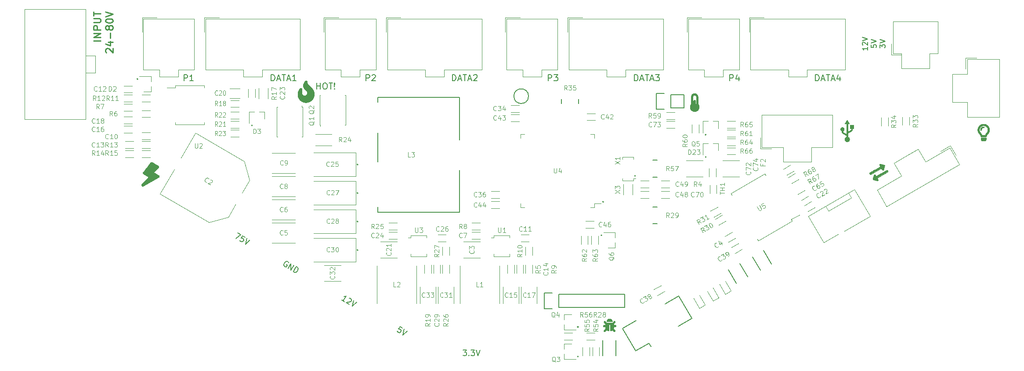
<source format=gbr>
G04 #@! TF.GenerationSoftware,KiCad,Pcbnew,(5.0.0-rc2-dev-296-g4594fedc2)*
G04 #@! TF.CreationDate,2018-05-02T00:47:15+09:30*
G04 #@! TF.ProjectId,zaphod-controller,7A6170686F642D636F6E74726F6C6C65,1.0*
G04 #@! TF.SameCoordinates,Original*
G04 #@! TF.FileFunction,Legend,Top*
G04 #@! TF.FilePolarity,Positive*
%FSLAX46Y46*%
G04 Gerber Fmt 4.6, Leading zero omitted, Abs format (unit mm)*
G04 Created by KiCad (PCBNEW (5.0.0-rc2-dev-296-g4594fedc2)) date 05/02/18 00:47:15*
%MOMM*%
%LPD*%
G01*
G04 APERTURE LIST*
%ADD10C,0.200000*%
%ADD11C,0.250000*%
%ADD12C,0.120000*%
%ADD13C,0.150000*%
%ADD14C,0.010000*%
G04 APERTURE END LIST*
D10*
X221752380Y-58119047D02*
X221752380Y-58690476D01*
X221752380Y-58404761D02*
X220752380Y-58404761D01*
X220895238Y-58500000D01*
X220990476Y-58595238D01*
X221038095Y-58690476D01*
X220847619Y-57738095D02*
X220800000Y-57690476D01*
X220752380Y-57595238D01*
X220752380Y-57357142D01*
X220800000Y-57261904D01*
X220847619Y-57214285D01*
X220942857Y-57166666D01*
X221038095Y-57166666D01*
X221180952Y-57214285D01*
X221752380Y-57785714D01*
X221752380Y-57166666D01*
X220752380Y-56880952D02*
X221752380Y-56547619D01*
X220752380Y-56214285D01*
X222452380Y-57690476D02*
X222452380Y-58166666D01*
X222928571Y-58214285D01*
X222880952Y-58166666D01*
X222833333Y-58071428D01*
X222833333Y-57833333D01*
X222880952Y-57738095D01*
X222928571Y-57690476D01*
X223023809Y-57642857D01*
X223261904Y-57642857D01*
X223357142Y-57690476D01*
X223404761Y-57738095D01*
X223452380Y-57833333D01*
X223452380Y-58071428D01*
X223404761Y-58166666D01*
X223357142Y-58214285D01*
X222452380Y-57357142D02*
X223452380Y-57023809D01*
X222452380Y-56690476D01*
X224152380Y-58261904D02*
X224152380Y-57642857D01*
X224533333Y-57976190D01*
X224533333Y-57833333D01*
X224580952Y-57738095D01*
X224628571Y-57690476D01*
X224723809Y-57642857D01*
X224961904Y-57642857D01*
X225057142Y-57690476D01*
X225104761Y-57738095D01*
X225152380Y-57833333D01*
X225152380Y-58119047D01*
X225104761Y-58214285D01*
X225057142Y-58261904D01*
X224152380Y-57357142D02*
X225152380Y-57023809D01*
X224152380Y-56690476D01*
X115585714Y-66242857D02*
X115585714Y-65042857D01*
X115585714Y-65614285D02*
X116271428Y-65614285D01*
X116271428Y-66242857D02*
X116271428Y-65042857D01*
X117071428Y-65042857D02*
X117300000Y-65042857D01*
X117414285Y-65100000D01*
X117528571Y-65214285D01*
X117585714Y-65442857D01*
X117585714Y-65842857D01*
X117528571Y-66071428D01*
X117414285Y-66185714D01*
X117300000Y-66242857D01*
X117071428Y-66242857D01*
X116957142Y-66185714D01*
X116842857Y-66071428D01*
X116785714Y-65842857D01*
X116785714Y-65442857D01*
X116842857Y-65214285D01*
X116957142Y-65100000D01*
X117071428Y-65042857D01*
X117928571Y-65042857D02*
X118614285Y-65042857D01*
X118271428Y-66242857D02*
X118271428Y-65042857D01*
X119014285Y-66128571D02*
X119071428Y-66185714D01*
X119014285Y-66242857D01*
X118957142Y-66185714D01*
X119014285Y-66128571D01*
X119014285Y-66242857D01*
X119014285Y-65785714D02*
X118957142Y-65100000D01*
X119014285Y-65042857D01*
X119071428Y-65100000D01*
X119014285Y-65785714D01*
X119014285Y-65042857D01*
D11*
X73958333Y-56895833D02*
X72558333Y-56895833D01*
X73958333Y-56229166D02*
X72558333Y-56229166D01*
X73958333Y-55429166D01*
X72558333Y-55429166D01*
X73958333Y-54762500D02*
X72558333Y-54762500D01*
X72558333Y-54229166D01*
X72625000Y-54095833D01*
X72691666Y-54029166D01*
X72825000Y-53962500D01*
X73025000Y-53962500D01*
X73158333Y-54029166D01*
X73225000Y-54095833D01*
X73291666Y-54229166D01*
X73291666Y-54762500D01*
X72558333Y-53362500D02*
X73691666Y-53362500D01*
X73825000Y-53295833D01*
X73891666Y-53229166D01*
X73958333Y-53095833D01*
X73958333Y-52829166D01*
X73891666Y-52695833D01*
X73825000Y-52629166D01*
X73691666Y-52562500D01*
X72558333Y-52562500D01*
X72558333Y-52095833D02*
X72558333Y-51295833D01*
X73958333Y-51695833D02*
X72558333Y-51695833D01*
X75041666Y-59162500D02*
X74975000Y-59095833D01*
X74908333Y-58962500D01*
X74908333Y-58629166D01*
X74975000Y-58495833D01*
X75041666Y-58429166D01*
X75175000Y-58362500D01*
X75308333Y-58362500D01*
X75508333Y-58429166D01*
X76308333Y-59229166D01*
X76308333Y-58362500D01*
X75375000Y-57162500D02*
X76308333Y-57162500D01*
X74841666Y-57495833D02*
X75841666Y-57829166D01*
X75841666Y-56962500D01*
X75775000Y-56429166D02*
X75775000Y-55362500D01*
X75508333Y-54495833D02*
X75441666Y-54629166D01*
X75375000Y-54695833D01*
X75241666Y-54762500D01*
X75175000Y-54762500D01*
X75041666Y-54695833D01*
X74975000Y-54629166D01*
X74908333Y-54495833D01*
X74908333Y-54229166D01*
X74975000Y-54095833D01*
X75041666Y-54029166D01*
X75175000Y-53962500D01*
X75241666Y-53962500D01*
X75375000Y-54029166D01*
X75441666Y-54095833D01*
X75508333Y-54229166D01*
X75508333Y-54495833D01*
X75575000Y-54629166D01*
X75641666Y-54695833D01*
X75775000Y-54762500D01*
X76041666Y-54762500D01*
X76175000Y-54695833D01*
X76241666Y-54629166D01*
X76308333Y-54495833D01*
X76308333Y-54229166D01*
X76241666Y-54095833D01*
X76175000Y-54029166D01*
X76041666Y-53962500D01*
X75775000Y-53962500D01*
X75641666Y-54029166D01*
X75575000Y-54095833D01*
X75508333Y-54229166D01*
X74908333Y-53095833D02*
X74908333Y-52962500D01*
X74975000Y-52829166D01*
X75041666Y-52762500D01*
X75175000Y-52695833D01*
X75441666Y-52629166D01*
X75775000Y-52629166D01*
X76041666Y-52695833D01*
X76175000Y-52762500D01*
X76241666Y-52829166D01*
X76308333Y-52962500D01*
X76308333Y-53095833D01*
X76241666Y-53229166D01*
X76175000Y-53295833D01*
X76041666Y-53362500D01*
X75775000Y-53429166D01*
X75441666Y-53429166D01*
X75175000Y-53362500D01*
X75041666Y-53295833D01*
X74975000Y-53229166D01*
X74908333Y-53095833D01*
X74908333Y-52229166D02*
X76308333Y-51762500D01*
X74908333Y-51295833D01*
D10*
X195214285Y-64642857D02*
X195214285Y-63442857D01*
X195671428Y-63442857D01*
X195785714Y-63500000D01*
X195842857Y-63557142D01*
X195900000Y-63671428D01*
X195900000Y-63842857D01*
X195842857Y-63957142D01*
X195785714Y-64014285D01*
X195671428Y-64071428D01*
X195214285Y-64071428D01*
X196928571Y-63842857D02*
X196928571Y-64642857D01*
X196642857Y-63385714D02*
X196357142Y-64242857D01*
X197100000Y-64242857D01*
X160214285Y-64642857D02*
X160214285Y-63442857D01*
X160671428Y-63442857D01*
X160785714Y-63500000D01*
X160842857Y-63557142D01*
X160900000Y-63671428D01*
X160900000Y-63842857D01*
X160842857Y-63957142D01*
X160785714Y-64014285D01*
X160671428Y-64071428D01*
X160214285Y-64071428D01*
X161300000Y-63442857D02*
X162042857Y-63442857D01*
X161642857Y-63900000D01*
X161814285Y-63900000D01*
X161928571Y-63957142D01*
X161985714Y-64014285D01*
X162042857Y-64128571D01*
X162042857Y-64414285D01*
X161985714Y-64528571D01*
X161928571Y-64585714D01*
X161814285Y-64642857D01*
X161471428Y-64642857D01*
X161357142Y-64585714D01*
X161300000Y-64528571D01*
X125114285Y-64642857D02*
X125114285Y-63442857D01*
X125571428Y-63442857D01*
X125685714Y-63500000D01*
X125742857Y-63557142D01*
X125800000Y-63671428D01*
X125800000Y-63842857D01*
X125742857Y-63957142D01*
X125685714Y-64014285D01*
X125571428Y-64071428D01*
X125114285Y-64071428D01*
X126257142Y-63557142D02*
X126314285Y-63500000D01*
X126428571Y-63442857D01*
X126714285Y-63442857D01*
X126828571Y-63500000D01*
X126885714Y-63557142D01*
X126942857Y-63671428D01*
X126942857Y-63785714D01*
X126885714Y-63957142D01*
X126200000Y-64642857D01*
X126942857Y-64642857D01*
X90014285Y-64642857D02*
X90014285Y-63442857D01*
X90471428Y-63442857D01*
X90585714Y-63500000D01*
X90642857Y-63557142D01*
X90700000Y-63671428D01*
X90700000Y-63842857D01*
X90642857Y-63957142D01*
X90585714Y-64014285D01*
X90471428Y-64071428D01*
X90014285Y-64071428D01*
X91842857Y-64642857D02*
X91157142Y-64642857D01*
X91500000Y-64642857D02*
X91500000Y-63442857D01*
X91385714Y-63614285D01*
X91271428Y-63728571D01*
X91157142Y-63785714D01*
X106828571Y-64642857D02*
X106828571Y-63442857D01*
X107114285Y-63442857D01*
X107285714Y-63500000D01*
X107400000Y-63614285D01*
X107457142Y-63728571D01*
X107514285Y-63957142D01*
X107514285Y-64128571D01*
X107457142Y-64357142D01*
X107400000Y-64471428D01*
X107285714Y-64585714D01*
X107114285Y-64642857D01*
X106828571Y-64642857D01*
X107971428Y-64300000D02*
X108542857Y-64300000D01*
X107857142Y-64642857D02*
X108257142Y-63442857D01*
X108657142Y-64642857D01*
X108885714Y-63442857D02*
X109571428Y-63442857D01*
X109228571Y-64642857D02*
X109228571Y-63442857D01*
X109914285Y-64300000D02*
X110485714Y-64300000D01*
X109800000Y-64642857D02*
X110200000Y-63442857D01*
X110600000Y-64642857D01*
X111628571Y-64642857D02*
X110942857Y-64642857D01*
X111285714Y-64642857D02*
X111285714Y-63442857D01*
X111171428Y-63614285D01*
X111057142Y-63728571D01*
X110942857Y-63785714D01*
X141728571Y-64642857D02*
X141728571Y-63442857D01*
X142014285Y-63442857D01*
X142185714Y-63500000D01*
X142300000Y-63614285D01*
X142357142Y-63728571D01*
X142414285Y-63957142D01*
X142414285Y-64128571D01*
X142357142Y-64357142D01*
X142300000Y-64471428D01*
X142185714Y-64585714D01*
X142014285Y-64642857D01*
X141728571Y-64642857D01*
X142871428Y-64300000D02*
X143442857Y-64300000D01*
X142757142Y-64642857D02*
X143157142Y-63442857D01*
X143557142Y-64642857D01*
X143785714Y-63442857D02*
X144471428Y-63442857D01*
X144128571Y-64642857D02*
X144128571Y-63442857D01*
X144814285Y-64300000D02*
X145385714Y-64300000D01*
X144700000Y-64642857D02*
X145100000Y-63442857D01*
X145500000Y-64642857D01*
X145842857Y-63557142D02*
X145900000Y-63500000D01*
X146014285Y-63442857D01*
X146300000Y-63442857D01*
X146414285Y-63500000D01*
X146471428Y-63557142D01*
X146528571Y-63671428D01*
X146528571Y-63785714D01*
X146471428Y-63957142D01*
X145785714Y-64642857D01*
X146528571Y-64642857D01*
X176828571Y-64642857D02*
X176828571Y-63442857D01*
X177114285Y-63442857D01*
X177285714Y-63500000D01*
X177400000Y-63614285D01*
X177457142Y-63728571D01*
X177514285Y-63957142D01*
X177514285Y-64128571D01*
X177457142Y-64357142D01*
X177400000Y-64471428D01*
X177285714Y-64585714D01*
X177114285Y-64642857D01*
X176828571Y-64642857D01*
X177971428Y-64300000D02*
X178542857Y-64300000D01*
X177857142Y-64642857D02*
X178257142Y-63442857D01*
X178657142Y-64642857D01*
X178885714Y-63442857D02*
X179571428Y-63442857D01*
X179228571Y-64642857D02*
X179228571Y-63442857D01*
X179914285Y-64300000D02*
X180485714Y-64300000D01*
X179800000Y-64642857D02*
X180200000Y-63442857D01*
X180600000Y-64642857D01*
X180885714Y-63442857D02*
X181628571Y-63442857D01*
X181228571Y-63900000D01*
X181400000Y-63900000D01*
X181514285Y-63957142D01*
X181571428Y-64014285D01*
X181628571Y-64128571D01*
X181628571Y-64414285D01*
X181571428Y-64528571D01*
X181514285Y-64585714D01*
X181400000Y-64642857D01*
X181057142Y-64642857D01*
X180942857Y-64585714D01*
X180885714Y-64528571D01*
X211728571Y-64642857D02*
X211728571Y-63442857D01*
X212014285Y-63442857D01*
X212185714Y-63500000D01*
X212300000Y-63614285D01*
X212357142Y-63728571D01*
X212414285Y-63957142D01*
X212414285Y-64128571D01*
X212357142Y-64357142D01*
X212300000Y-64471428D01*
X212185714Y-64585714D01*
X212014285Y-64642857D01*
X211728571Y-64642857D01*
X212871428Y-64300000D02*
X213442857Y-64300000D01*
X212757142Y-64642857D02*
X213157142Y-63442857D01*
X213557142Y-64642857D01*
X213785714Y-63442857D02*
X214471428Y-63442857D01*
X214128571Y-64642857D02*
X214128571Y-63442857D01*
X214814285Y-64300000D02*
X215385714Y-64300000D01*
X214700000Y-64642857D02*
X215100000Y-63442857D01*
X215500000Y-64642857D01*
X216414285Y-63842857D02*
X216414285Y-64642857D01*
X216128571Y-63385714D02*
X215842857Y-64242857D01*
X216585714Y-64242857D01*
X143776190Y-116597619D02*
X144457142Y-116597619D01*
X144090476Y-117016666D01*
X144247619Y-117016666D01*
X144352380Y-117069047D01*
X144404761Y-117121428D01*
X144457142Y-117226190D01*
X144457142Y-117488095D01*
X144404761Y-117592857D01*
X144352380Y-117645238D01*
X144247619Y-117697619D01*
X143933333Y-117697619D01*
X143828571Y-117645238D01*
X143776190Y-117592857D01*
X144928571Y-117592857D02*
X144980952Y-117645238D01*
X144928571Y-117697619D01*
X144876190Y-117645238D01*
X144928571Y-117592857D01*
X144928571Y-117697619D01*
X145347619Y-116597619D02*
X146028571Y-116597619D01*
X145661904Y-117016666D01*
X145819047Y-117016666D01*
X145923809Y-117069047D01*
X145976190Y-117121428D01*
X146028571Y-117226190D01*
X146028571Y-117488095D01*
X145976190Y-117592857D01*
X145923809Y-117645238D01*
X145819047Y-117697619D01*
X145504761Y-117697619D01*
X145400000Y-117645238D01*
X145347619Y-117592857D01*
X146342857Y-116597619D02*
X146709523Y-117697619D01*
X147076190Y-116597619D01*
X132119737Y-112373560D02*
X131666105Y-112111656D01*
X131358837Y-112539098D01*
X131430390Y-112519925D01*
X131547307Y-112526942D01*
X131774124Y-112657895D01*
X131838660Y-112755639D01*
X131857832Y-112827193D01*
X131850815Y-112944110D01*
X131719862Y-113170926D01*
X131622118Y-113235462D01*
X131550564Y-113254635D01*
X131433647Y-113247617D01*
X131206831Y-113116665D01*
X131142295Y-113018920D01*
X131123122Y-112947367D01*
X132437280Y-112556894D02*
X132204822Y-113692855D01*
X133072365Y-112923560D01*
X120961468Y-107290474D02*
X120417109Y-106976188D01*
X120689289Y-107133331D02*
X121239289Y-106180703D01*
X121069991Y-106264412D01*
X120926883Y-106302758D01*
X120809966Y-106295740D01*
X121821993Y-106638096D02*
X121893547Y-106618924D01*
X122010464Y-106625941D01*
X122237280Y-106756894D01*
X122301816Y-106854638D01*
X122320988Y-106926192D01*
X122313971Y-107043109D01*
X122261590Y-107133835D01*
X122137655Y-107243734D01*
X121279011Y-107473807D01*
X121868733Y-107814284D01*
X122690912Y-107018798D02*
X122458455Y-108154760D01*
X123325997Y-107385465D01*
X110149188Y-99704638D02*
X110084652Y-99606894D01*
X109948562Y-99528322D01*
X109786282Y-99495114D01*
X109643174Y-99533460D01*
X109545430Y-99597996D01*
X109395305Y-99753258D01*
X109316734Y-99889348D01*
X109257335Y-100096991D01*
X109250317Y-100213908D01*
X109288663Y-100357016D01*
X109398562Y-100480950D01*
X109489289Y-100533331D01*
X109651569Y-100566539D01*
X109723122Y-100547367D01*
X109906456Y-100229824D01*
X109725003Y-100125062D01*
X110079011Y-100873807D02*
X110629011Y-99921179D01*
X110623369Y-101188093D01*
X111173369Y-100235465D01*
X111077002Y-101449998D02*
X111627002Y-100497370D01*
X111853818Y-100628322D01*
X111963717Y-100752257D01*
X112002063Y-100895364D01*
X111995045Y-101012281D01*
X111935646Y-101219925D01*
X111857075Y-101356014D01*
X111706950Y-101511277D01*
X111609206Y-101575813D01*
X111466098Y-101614158D01*
X111303818Y-101580950D01*
X111077002Y-101449998D01*
X100321746Y-93997370D02*
X100956831Y-94364037D01*
X99998562Y-95080950D01*
X101773369Y-94835465D02*
X101319737Y-94573560D01*
X101012469Y-95001002D01*
X101084023Y-94981830D01*
X101200940Y-94988847D01*
X101427756Y-95119800D01*
X101492292Y-95217544D01*
X101511465Y-95289098D01*
X101504447Y-95406014D01*
X101373495Y-95632831D01*
X101275750Y-95697367D01*
X101204197Y-95716539D01*
X101087280Y-95709522D01*
X100860464Y-95578569D01*
X100795928Y-95480825D01*
X100776755Y-95409271D01*
X102090912Y-95018798D02*
X101858455Y-96154760D01*
X102725997Y-95385465D01*
D12*
X154900000Y-89100000D02*
X155680000Y-89100000D01*
X154900000Y-88320000D02*
X154900000Y-89100000D01*
X154900000Y-74900000D02*
X155680000Y-74900000D01*
X154900000Y-75680000D02*
X154900000Y-74900000D01*
X169100000Y-74900000D02*
X168320000Y-74900000D01*
X169100000Y-75680000D02*
X169100000Y-74900000D01*
X169100000Y-89100000D02*
X168320000Y-89100000D01*
X169100000Y-88320000D02*
X169100000Y-89100000D01*
X169100000Y-88320000D02*
X170335000Y-88320000D01*
D10*
X170875000Y-88000000D02*
G75*
G03X170875000Y-88000000I-100000J0D01*
G01*
D12*
X193858543Y-80015000D02*
X197078543Y-80015000D01*
X193858543Y-83185000D02*
X197078543Y-83185000D01*
X105550000Y-70600000D02*
X104535000Y-70600000D01*
X105550000Y-72000000D02*
X105550000Y-70600000D01*
X102550000Y-70600000D02*
X103565000Y-70600000D01*
X102550000Y-72855000D02*
X102550000Y-70600000D01*
D10*
X103200000Y-73235000D02*
G75*
G03X103200000Y-73235000I-100000J0D01*
G01*
D12*
X83650000Y-66750000D02*
X83650000Y-65735000D01*
X82250000Y-66750000D02*
X83650000Y-66750000D01*
X83650000Y-63750000D02*
X83650000Y-64765000D01*
X81395000Y-63750000D02*
X83650000Y-63750000D01*
D10*
X81115000Y-64300000D02*
G75*
G03X81115000Y-64300000I-100000J0D01*
G01*
D12*
X193000000Y-76700000D02*
X191985000Y-76700000D01*
X193000000Y-78100000D02*
X193000000Y-76700000D01*
X190000000Y-76700000D02*
X191015000Y-76700000D01*
X190000000Y-78955000D02*
X190000000Y-76700000D01*
D10*
X190650000Y-79335000D02*
G75*
G03X190650000Y-79335000I-100000J0D01*
G01*
D12*
X163300000Y-115400000D02*
X163300000Y-116415000D01*
X164700000Y-115400000D02*
X163300000Y-115400000D01*
X163300000Y-118400000D02*
X163300000Y-117385000D01*
X165555000Y-118400000D02*
X163300000Y-118400000D01*
D10*
X166035000Y-117850000D02*
G75*
G03X166035000Y-117850000I-100000J0D01*
G01*
D12*
X163300000Y-109700000D02*
X163300000Y-110715000D01*
X164700000Y-109700000D02*
X163300000Y-109700000D01*
X163300000Y-112700000D02*
X163300000Y-111685000D01*
X165555000Y-112700000D02*
X163300000Y-112700000D01*
D10*
X166035000Y-112150000D02*
G75*
G03X166035000Y-112150000I-100000J0D01*
G01*
D12*
X193000000Y-72400000D02*
X191985000Y-72400000D01*
X193000000Y-73800000D02*
X193000000Y-72400000D01*
X190000000Y-72400000D02*
X191015000Y-72400000D01*
X190000000Y-74655000D02*
X190000000Y-72400000D01*
D10*
X190650000Y-75035000D02*
G75*
G03X190650000Y-75035000I-100000J0D01*
G01*
D12*
X173100000Y-96900000D02*
X173100000Y-95885000D01*
X171700000Y-96900000D02*
X173100000Y-96900000D01*
X173100000Y-93900000D02*
X173100000Y-94915000D01*
X170845000Y-93900000D02*
X173100000Y-93900000D01*
D10*
X170565000Y-94450000D02*
G75*
G03X170565000Y-94450000I-100000J0D01*
G01*
D12*
X102628973Y-83866616D02*
X101228973Y-86291487D01*
X101633384Y-80151027D02*
X102628973Y-83866616D01*
X92211027Y-74711027D02*
X101633384Y-80151027D01*
X89451027Y-79491487D02*
X92211027Y-74711027D01*
X98548973Y-90933384D02*
X99948973Y-88508513D01*
X94833384Y-91928973D02*
X98548973Y-90933384D01*
X85411027Y-86488973D02*
X94833384Y-91928973D01*
X88171027Y-81708513D02*
X85411027Y-86488973D01*
X207058541Y-91385554D02*
X208630377Y-90478054D01*
X200646747Y-95480002D02*
X200476747Y-95185554D01*
X207228541Y-91680002D02*
X200646747Y-95480002D01*
X207058541Y-91385554D02*
X207228541Y-91680002D01*
X195396747Y-86386736D02*
X195566747Y-86681184D01*
X201978541Y-82586736D02*
X195396747Y-86386736D01*
X202148541Y-82881184D02*
X201978541Y-82586736D01*
D13*
X173250000Y-117700000D02*
X173250000Y-114700000D01*
X170750000Y-117700000D02*
X170750000Y-114700000D01*
X199567468Y-98625962D02*
X201067468Y-101224038D01*
X201732532Y-97375962D02*
X203232532Y-99974038D01*
X194967468Y-101125962D02*
X196467468Y-103724038D01*
X197132532Y-99875962D02*
X198632532Y-102474038D01*
D12*
X193056086Y-106485605D02*
X191958586Y-104584680D01*
X191938914Y-107130605D02*
X193056086Y-106485605D01*
X190841414Y-105229680D02*
X191938914Y-107130605D01*
X190456086Y-107885605D02*
X189358586Y-105984680D01*
X189338914Y-108530605D02*
X190456086Y-107885605D01*
X188241414Y-106629680D02*
X189338914Y-108530605D01*
X195456086Y-105185605D02*
X194358586Y-103284680D01*
X194338914Y-105830605D02*
X195456086Y-105185605D01*
X193241414Y-103929680D02*
X194338914Y-105830605D01*
D13*
X181200000Y-88975000D02*
X180400000Y-88975000D01*
X181200000Y-92225000D02*
X180400000Y-92225000D01*
X166025000Y-69000000D02*
X166025000Y-68200000D01*
X162775000Y-69000000D02*
X162775000Y-68200000D01*
X180400000Y-83225000D02*
X181200000Y-83225000D01*
X180400000Y-79975000D02*
X181200000Y-79975000D01*
D14*
G36*
X224739412Y-81872016D02*
X224713622Y-81877410D01*
X224687261Y-81878516D01*
X224660962Y-81875215D01*
X224635356Y-81867392D01*
X224611075Y-81854925D01*
X224588752Y-81837698D01*
X224583254Y-81832330D01*
X224580243Y-81828973D01*
X224576728Y-81824464D01*
X224572476Y-81818418D01*
X224567249Y-81810449D01*
X224560814Y-81800170D01*
X224552937Y-81787197D01*
X224543380Y-81771145D01*
X224531911Y-81751625D01*
X224518293Y-81728254D01*
X224502292Y-81700646D01*
X224488891Y-81677454D01*
X224406647Y-81535004D01*
X223390143Y-82121045D01*
X222373639Y-82707087D01*
X222353821Y-82710126D01*
X222322983Y-82712505D01*
X222294323Y-82709768D01*
X222267482Y-82701845D01*
X222242107Y-82688663D01*
X222240116Y-82687370D01*
X222230962Y-82681138D01*
X222223059Y-82675118D01*
X222215925Y-82668675D01*
X222209078Y-82661174D01*
X222202037Y-82651976D01*
X222194319Y-82640446D01*
X222185445Y-82625948D01*
X222174931Y-82607845D01*
X222162295Y-82585501D01*
X222160229Y-82581819D01*
X222148881Y-82561538D01*
X222139987Y-82545476D01*
X222133220Y-82532943D01*
X222128252Y-82523250D01*
X222124754Y-82515703D01*
X222122399Y-82509612D01*
X222120860Y-82504286D01*
X222119806Y-82499035D01*
X222119249Y-82495488D01*
X222117286Y-82464814D01*
X222120590Y-82435490D01*
X222129080Y-82407936D01*
X222140592Y-82385777D01*
X222142187Y-82383089D01*
X222143451Y-82380692D01*
X222144522Y-82378502D01*
X222145539Y-82376437D01*
X222146641Y-82374413D01*
X222147968Y-82372348D01*
X222149656Y-82370157D01*
X222151847Y-82367760D01*
X222154677Y-82365072D01*
X222158286Y-82362011D01*
X222162814Y-82358493D01*
X222168397Y-82354436D01*
X222175176Y-82349756D01*
X222183288Y-82344372D01*
X222192873Y-82338198D01*
X222204070Y-82331154D01*
X222217018Y-82323155D01*
X222231855Y-82314119D01*
X222248719Y-82303963D01*
X222267751Y-82292605D01*
X222289087Y-82279959D01*
X222312868Y-82265945D01*
X222339232Y-82250479D01*
X222368317Y-82233478D01*
X222400264Y-82214859D01*
X222435210Y-82194539D01*
X222473293Y-82172435D01*
X222514654Y-82148464D01*
X222559431Y-82122544D01*
X222607761Y-82094591D01*
X222659785Y-82064521D01*
X222715642Y-82032253D01*
X222775468Y-81997703D01*
X222839405Y-81960789D01*
X222907589Y-81921427D01*
X222980160Y-81879534D01*
X223057258Y-81835028D01*
X223139021Y-81787825D01*
X223189183Y-81758863D01*
X224199194Y-81175684D01*
X224117419Y-81034046D01*
X224096848Y-80998301D01*
X224078993Y-80967026D01*
X224063881Y-80940276D01*
X224051547Y-80918111D01*
X224042022Y-80900585D01*
X224035337Y-80887757D01*
X224031525Y-80879683D01*
X224030847Y-80877908D01*
X224024970Y-80851424D01*
X224024226Y-80824090D01*
X224028380Y-80796801D01*
X224037197Y-80770446D01*
X224050439Y-80745918D01*
X224067871Y-80724108D01*
X224072846Y-80719196D01*
X224087468Y-80707314D01*
X224104661Y-80696271D01*
X224122351Y-80687264D01*
X224137862Y-80681647D01*
X224155440Y-80677654D01*
X224171033Y-80675948D01*
X224187665Y-80676289D01*
X224196025Y-80677019D01*
X224201311Y-80678009D01*
X224211703Y-80680391D01*
X224226862Y-80684076D01*
X224246450Y-80688975D01*
X224270125Y-80695001D01*
X224297547Y-80702062D01*
X224328378Y-80710074D01*
X224362277Y-80718947D01*
X224398903Y-80728591D01*
X224437918Y-80738919D01*
X224478982Y-80749842D01*
X224521754Y-80761272D01*
X224565896Y-80773121D01*
X224582182Y-80777506D01*
X224635293Y-80791815D01*
X224683241Y-80804739D01*
X224726308Y-80816368D01*
X224764782Y-80826794D01*
X224798944Y-80836108D01*
X224829079Y-80844401D01*
X224855471Y-80851766D01*
X224878406Y-80858291D01*
X224898166Y-80864070D01*
X224915037Y-80869192D01*
X224929302Y-80873750D01*
X224941246Y-80877833D01*
X224951153Y-80881534D01*
X224959307Y-80884944D01*
X224965993Y-80888154D01*
X224971494Y-80891255D01*
X224976094Y-80894338D01*
X224980079Y-80897494D01*
X224983733Y-80900815D01*
X224987340Y-80904392D01*
X224991182Y-80908315D01*
X224991742Y-80908884D01*
X225002068Y-80921222D01*
X225012683Y-80937038D01*
X225022444Y-80954350D01*
X225030208Y-80971174D01*
X225034018Y-80982220D01*
X225035517Y-80987641D01*
X225036831Y-80992682D01*
X225037894Y-80997639D01*
X225038645Y-81002803D01*
X225039019Y-81008467D01*
X225038954Y-81014924D01*
X225038384Y-81022466D01*
X225037250Y-81031384D01*
X225035484Y-81041974D01*
X225033026Y-81054526D01*
X225029811Y-81069334D01*
X225025777Y-81086690D01*
X225020859Y-81106887D01*
X225014995Y-81130216D01*
X225008120Y-81156971D01*
X225000173Y-81187444D01*
X224991089Y-81221929D01*
X224980805Y-81260717D01*
X224969258Y-81304101D01*
X224956384Y-81352374D01*
X224943070Y-81402268D01*
X224931204Y-81446643D01*
X224919623Y-81489771D01*
X224908422Y-81531310D01*
X224897695Y-81570917D01*
X224887537Y-81608247D01*
X224878040Y-81642961D01*
X224869300Y-81674713D01*
X224861412Y-81703163D01*
X224854471Y-81727968D01*
X224848569Y-81748784D01*
X224843801Y-81765269D01*
X224840263Y-81777082D01*
X224838048Y-81783877D01*
X224837671Y-81784850D01*
X224824218Y-81809916D01*
X224807033Y-81831283D01*
X224786749Y-81848835D01*
X224763998Y-81862452D01*
X224739412Y-81872016D01*
X224739412Y-81872016D01*
G37*
X224739412Y-81872016D02*
X224713622Y-81877410D01*
X224687261Y-81878516D01*
X224660962Y-81875215D01*
X224635356Y-81867392D01*
X224611075Y-81854925D01*
X224588752Y-81837698D01*
X224583254Y-81832330D01*
X224580243Y-81828973D01*
X224576728Y-81824464D01*
X224572476Y-81818418D01*
X224567249Y-81810449D01*
X224560814Y-81800170D01*
X224552937Y-81787197D01*
X224543380Y-81771145D01*
X224531911Y-81751625D01*
X224518293Y-81728254D01*
X224502292Y-81700646D01*
X224488891Y-81677454D01*
X224406647Y-81535004D01*
X223390143Y-82121045D01*
X222373639Y-82707087D01*
X222353821Y-82710126D01*
X222322983Y-82712505D01*
X222294323Y-82709768D01*
X222267482Y-82701845D01*
X222242107Y-82688663D01*
X222240116Y-82687370D01*
X222230962Y-82681138D01*
X222223059Y-82675118D01*
X222215925Y-82668675D01*
X222209078Y-82661174D01*
X222202037Y-82651976D01*
X222194319Y-82640446D01*
X222185445Y-82625948D01*
X222174931Y-82607845D01*
X222162295Y-82585501D01*
X222160229Y-82581819D01*
X222148881Y-82561538D01*
X222139987Y-82545476D01*
X222133220Y-82532943D01*
X222128252Y-82523250D01*
X222124754Y-82515703D01*
X222122399Y-82509612D01*
X222120860Y-82504286D01*
X222119806Y-82499035D01*
X222119249Y-82495488D01*
X222117286Y-82464814D01*
X222120590Y-82435490D01*
X222129080Y-82407936D01*
X222140592Y-82385777D01*
X222142187Y-82383089D01*
X222143451Y-82380692D01*
X222144522Y-82378502D01*
X222145539Y-82376437D01*
X222146641Y-82374413D01*
X222147968Y-82372348D01*
X222149656Y-82370157D01*
X222151847Y-82367760D01*
X222154677Y-82365072D01*
X222158286Y-82362011D01*
X222162814Y-82358493D01*
X222168397Y-82354436D01*
X222175176Y-82349756D01*
X222183288Y-82344372D01*
X222192873Y-82338198D01*
X222204070Y-82331154D01*
X222217018Y-82323155D01*
X222231855Y-82314119D01*
X222248719Y-82303963D01*
X222267751Y-82292605D01*
X222289087Y-82279959D01*
X222312868Y-82265945D01*
X222339232Y-82250479D01*
X222368317Y-82233478D01*
X222400264Y-82214859D01*
X222435210Y-82194539D01*
X222473293Y-82172435D01*
X222514654Y-82148464D01*
X222559431Y-82122544D01*
X222607761Y-82094591D01*
X222659785Y-82064521D01*
X222715642Y-82032253D01*
X222775468Y-81997703D01*
X222839405Y-81960789D01*
X222907589Y-81921427D01*
X222980160Y-81879534D01*
X223057258Y-81835028D01*
X223139021Y-81787825D01*
X223189183Y-81758863D01*
X224199194Y-81175684D01*
X224117419Y-81034046D01*
X224096848Y-80998301D01*
X224078993Y-80967026D01*
X224063881Y-80940276D01*
X224051547Y-80918111D01*
X224042022Y-80900585D01*
X224035337Y-80887757D01*
X224031525Y-80879683D01*
X224030847Y-80877908D01*
X224024970Y-80851424D01*
X224024226Y-80824090D01*
X224028380Y-80796801D01*
X224037197Y-80770446D01*
X224050439Y-80745918D01*
X224067871Y-80724108D01*
X224072846Y-80719196D01*
X224087468Y-80707314D01*
X224104661Y-80696271D01*
X224122351Y-80687264D01*
X224137862Y-80681647D01*
X224155440Y-80677654D01*
X224171033Y-80675948D01*
X224187665Y-80676289D01*
X224196025Y-80677019D01*
X224201311Y-80678009D01*
X224211703Y-80680391D01*
X224226862Y-80684076D01*
X224246450Y-80688975D01*
X224270125Y-80695001D01*
X224297547Y-80702062D01*
X224328378Y-80710074D01*
X224362277Y-80718947D01*
X224398903Y-80728591D01*
X224437918Y-80738919D01*
X224478982Y-80749842D01*
X224521754Y-80761272D01*
X224565896Y-80773121D01*
X224582182Y-80777506D01*
X224635293Y-80791815D01*
X224683241Y-80804739D01*
X224726308Y-80816368D01*
X224764782Y-80826794D01*
X224798944Y-80836108D01*
X224829079Y-80844401D01*
X224855471Y-80851766D01*
X224878406Y-80858291D01*
X224898166Y-80864070D01*
X224915037Y-80869192D01*
X224929302Y-80873750D01*
X224941246Y-80877833D01*
X224951153Y-80881534D01*
X224959307Y-80884944D01*
X224965993Y-80888154D01*
X224971494Y-80891255D01*
X224976094Y-80894338D01*
X224980079Y-80897494D01*
X224983733Y-80900815D01*
X224987340Y-80904392D01*
X224991182Y-80908315D01*
X224991742Y-80908884D01*
X225002068Y-80921222D01*
X225012683Y-80937038D01*
X225022444Y-80954350D01*
X225030208Y-80971174D01*
X225034018Y-80982220D01*
X225035517Y-80987641D01*
X225036831Y-80992682D01*
X225037894Y-80997639D01*
X225038645Y-81002803D01*
X225039019Y-81008467D01*
X225038954Y-81014924D01*
X225038384Y-81022466D01*
X225037250Y-81031384D01*
X225035484Y-81041974D01*
X225033026Y-81054526D01*
X225029811Y-81069334D01*
X225025777Y-81086690D01*
X225020859Y-81106887D01*
X225014995Y-81130216D01*
X225008120Y-81156971D01*
X225000173Y-81187444D01*
X224991089Y-81221929D01*
X224980805Y-81260717D01*
X224969258Y-81304101D01*
X224956384Y-81352374D01*
X224943070Y-81402268D01*
X224931204Y-81446643D01*
X224919623Y-81489771D01*
X224908422Y-81531310D01*
X224897695Y-81570917D01*
X224887537Y-81608247D01*
X224878040Y-81642961D01*
X224869300Y-81674713D01*
X224861412Y-81703163D01*
X224854471Y-81727968D01*
X224848569Y-81748784D01*
X224843801Y-81765269D01*
X224840263Y-81777082D01*
X224838048Y-81783877D01*
X224837671Y-81784850D01*
X224824218Y-81809916D01*
X224807033Y-81831283D01*
X224786749Y-81848835D01*
X224763998Y-81862452D01*
X224739412Y-81872016D01*
G36*
X223689261Y-83906959D02*
X223669733Y-83916347D01*
X223652484Y-83922362D01*
X223635618Y-83925439D01*
X223617243Y-83926006D01*
X223607525Y-83925527D01*
X223602074Y-83924600D01*
X223591422Y-83922242D01*
X223575811Y-83918516D01*
X223555483Y-83913482D01*
X223530679Y-83907205D01*
X223501643Y-83899748D01*
X223468617Y-83891172D01*
X223431841Y-83881542D01*
X223391559Y-83870918D01*
X223348012Y-83859365D01*
X223301442Y-83846944D01*
X223252092Y-83833719D01*
X223219203Y-83824874D01*
X223166558Y-83810689D01*
X223119085Y-83797882D01*
X223076503Y-83786370D01*
X223038535Y-83776075D01*
X223004896Y-83766915D01*
X222975308Y-83758810D01*
X222949489Y-83751679D01*
X222927160Y-83745441D01*
X222908040Y-83740018D01*
X222891847Y-83735327D01*
X222878302Y-83731288D01*
X222867123Y-83727821D01*
X222858032Y-83724845D01*
X222850747Y-83722279D01*
X222844987Y-83720043D01*
X222840472Y-83718058D01*
X222836921Y-83716240D01*
X222834055Y-83714511D01*
X222833510Y-83714150D01*
X222809951Y-83695122D01*
X222790587Y-83672886D01*
X222775715Y-83648030D01*
X222765642Y-83621152D01*
X222760667Y-83592843D01*
X222760495Y-83570502D01*
X222761384Y-83565396D01*
X222763680Y-83555141D01*
X222767308Y-83540033D01*
X222772190Y-83520370D01*
X222778248Y-83496446D01*
X222785407Y-83468561D01*
X222793590Y-83437008D01*
X222802720Y-83402087D01*
X222812718Y-83364091D01*
X222823509Y-83323321D01*
X222835015Y-83280069D01*
X222847160Y-83234634D01*
X222859867Y-83187311D01*
X222860985Y-83183161D01*
X222875335Y-83129849D01*
X222888301Y-83081703D01*
X222899974Y-83038438D01*
X222910441Y-82999772D01*
X222919794Y-82965422D01*
X222928124Y-82935103D01*
X222935519Y-82908534D01*
X222942071Y-82885430D01*
X222947869Y-82865508D01*
X222953003Y-82848487D01*
X222957565Y-82834081D01*
X222961643Y-82822007D01*
X222965327Y-82811983D01*
X222968709Y-82803726D01*
X222971877Y-82796951D01*
X222974923Y-82791376D01*
X222977936Y-82786719D01*
X222981007Y-82782693D01*
X222984225Y-82779018D01*
X222987682Y-82775410D01*
X222991465Y-82771585D01*
X222992165Y-82770874D01*
X223010073Y-82755237D01*
X223030056Y-82742109D01*
X223046415Y-82734280D01*
X223074941Y-82725996D01*
X223103722Y-82723042D01*
X223132101Y-82725293D01*
X223159422Y-82732628D01*
X223185029Y-82744920D01*
X223208264Y-82762049D01*
X223211956Y-82765455D01*
X223214703Y-82768304D01*
X223217815Y-82772070D01*
X223221526Y-82777136D01*
X223226072Y-82783886D01*
X223231685Y-82792705D01*
X223238603Y-82803978D01*
X223247057Y-82818088D01*
X223257285Y-82835420D01*
X223269519Y-82856359D01*
X223283995Y-82881288D01*
X223300947Y-82910592D01*
X223307930Y-82922683D01*
X223392340Y-83068886D01*
X224406054Y-82483656D01*
X224490495Y-82434905D01*
X224570185Y-82388893D01*
X224645267Y-82345541D01*
X224715882Y-82304768D01*
X224782172Y-82266496D01*
X224844276Y-82230648D01*
X224902337Y-82197142D01*
X224956496Y-82165900D01*
X225006893Y-82136844D01*
X225053671Y-82109892D01*
X225096971Y-82084968D01*
X225136933Y-82061990D01*
X225173698Y-82040882D01*
X225207409Y-82021562D01*
X225238205Y-82003954D01*
X225266230Y-81987976D01*
X225291623Y-81973549D01*
X225314526Y-81960597D01*
X225335081Y-81949037D01*
X225353428Y-81938793D01*
X225369707Y-81929784D01*
X225384062Y-81921931D01*
X225396634Y-81915156D01*
X225407562Y-81909378D01*
X225416990Y-81904521D01*
X225425056Y-81900504D01*
X225431903Y-81897247D01*
X225437673Y-81894672D01*
X225442506Y-81892699D01*
X225446544Y-81891251D01*
X225449927Y-81890247D01*
X225452798Y-81889608D01*
X225455297Y-81889255D01*
X225457565Y-81889111D01*
X225459744Y-81889093D01*
X225461975Y-81889124D01*
X225464400Y-81889126D01*
X225467158Y-81889019D01*
X225467660Y-81888984D01*
X225482525Y-81889416D01*
X225500336Y-81892214D01*
X225519185Y-81896869D01*
X225537164Y-81902870D01*
X225552363Y-81909704D01*
X225558335Y-81913281D01*
X225566910Y-81919296D01*
X225574345Y-81925150D01*
X225581132Y-81931490D01*
X225587765Y-81938966D01*
X225594737Y-81948225D01*
X225602542Y-81959915D01*
X225611673Y-81974686D01*
X225622622Y-81993186D01*
X225633896Y-82012617D01*
X225646743Y-82035005D01*
X225656990Y-82053300D01*
X225664948Y-82068246D01*
X225670925Y-82080583D01*
X225675234Y-82091057D01*
X225678181Y-82100410D01*
X225680078Y-82109387D01*
X225681234Y-82118729D01*
X225681877Y-82127712D01*
X225681307Y-82145467D01*
X225678134Y-82165527D01*
X225672881Y-82185500D01*
X225666073Y-82202993D01*
X225664874Y-82205401D01*
X225658800Y-82215511D01*
X225650577Y-82227120D01*
X225642126Y-82237550D01*
X225627339Y-82254297D01*
X223598362Y-83425727D01*
X223682880Y-83572116D01*
X223700497Y-83602643D01*
X223715503Y-83628698D01*
X223728123Y-83650696D01*
X223738576Y-83669046D01*
X223747086Y-83684161D01*
X223753873Y-83696455D01*
X223759159Y-83706338D01*
X223763168Y-83714223D01*
X223766118Y-83720522D01*
X223768234Y-83725648D01*
X223769736Y-83730011D01*
X223770845Y-83734025D01*
X223771507Y-83736844D01*
X223775003Y-83765034D01*
X223773091Y-83793225D01*
X223765968Y-83820752D01*
X223753832Y-83846951D01*
X223736880Y-83871160D01*
X223729033Y-83879890D01*
X223721341Y-83887066D01*
X223712162Y-83893815D01*
X223700107Y-83901083D01*
X223689261Y-83906959D01*
X223689261Y-83906959D01*
G37*
X223689261Y-83906959D02*
X223669733Y-83916347D01*
X223652484Y-83922362D01*
X223635618Y-83925439D01*
X223617243Y-83926006D01*
X223607525Y-83925527D01*
X223602074Y-83924600D01*
X223591422Y-83922242D01*
X223575811Y-83918516D01*
X223555483Y-83913482D01*
X223530679Y-83907205D01*
X223501643Y-83899748D01*
X223468617Y-83891172D01*
X223431841Y-83881542D01*
X223391559Y-83870918D01*
X223348012Y-83859365D01*
X223301442Y-83846944D01*
X223252092Y-83833719D01*
X223219203Y-83824874D01*
X223166558Y-83810689D01*
X223119085Y-83797882D01*
X223076503Y-83786370D01*
X223038535Y-83776075D01*
X223004896Y-83766915D01*
X222975308Y-83758810D01*
X222949489Y-83751679D01*
X222927160Y-83745441D01*
X222908040Y-83740018D01*
X222891847Y-83735327D01*
X222878302Y-83731288D01*
X222867123Y-83727821D01*
X222858032Y-83724845D01*
X222850747Y-83722279D01*
X222844987Y-83720043D01*
X222840472Y-83718058D01*
X222836921Y-83716240D01*
X222834055Y-83714511D01*
X222833510Y-83714150D01*
X222809951Y-83695122D01*
X222790587Y-83672886D01*
X222775715Y-83648030D01*
X222765642Y-83621152D01*
X222760667Y-83592843D01*
X222760495Y-83570502D01*
X222761384Y-83565396D01*
X222763680Y-83555141D01*
X222767308Y-83540033D01*
X222772190Y-83520370D01*
X222778248Y-83496446D01*
X222785407Y-83468561D01*
X222793590Y-83437008D01*
X222802720Y-83402087D01*
X222812718Y-83364091D01*
X222823509Y-83323321D01*
X222835015Y-83280069D01*
X222847160Y-83234634D01*
X222859867Y-83187311D01*
X222860985Y-83183161D01*
X222875335Y-83129849D01*
X222888301Y-83081703D01*
X222899974Y-83038438D01*
X222910441Y-82999772D01*
X222919794Y-82965422D01*
X222928124Y-82935103D01*
X222935519Y-82908534D01*
X222942071Y-82885430D01*
X222947869Y-82865508D01*
X222953003Y-82848487D01*
X222957565Y-82834081D01*
X222961643Y-82822007D01*
X222965327Y-82811983D01*
X222968709Y-82803726D01*
X222971877Y-82796951D01*
X222974923Y-82791376D01*
X222977936Y-82786719D01*
X222981007Y-82782693D01*
X222984225Y-82779018D01*
X222987682Y-82775410D01*
X222991465Y-82771585D01*
X222992165Y-82770874D01*
X223010073Y-82755237D01*
X223030056Y-82742109D01*
X223046415Y-82734280D01*
X223074941Y-82725996D01*
X223103722Y-82723042D01*
X223132101Y-82725293D01*
X223159422Y-82732628D01*
X223185029Y-82744920D01*
X223208264Y-82762049D01*
X223211956Y-82765455D01*
X223214703Y-82768304D01*
X223217815Y-82772070D01*
X223221526Y-82777136D01*
X223226072Y-82783886D01*
X223231685Y-82792705D01*
X223238603Y-82803978D01*
X223247057Y-82818088D01*
X223257285Y-82835420D01*
X223269519Y-82856359D01*
X223283995Y-82881288D01*
X223300947Y-82910592D01*
X223307930Y-82922683D01*
X223392340Y-83068886D01*
X224406054Y-82483656D01*
X224490495Y-82434905D01*
X224570185Y-82388893D01*
X224645267Y-82345541D01*
X224715882Y-82304768D01*
X224782172Y-82266496D01*
X224844276Y-82230648D01*
X224902337Y-82197142D01*
X224956496Y-82165900D01*
X225006893Y-82136844D01*
X225053671Y-82109892D01*
X225096971Y-82084968D01*
X225136933Y-82061990D01*
X225173698Y-82040882D01*
X225207409Y-82021562D01*
X225238205Y-82003954D01*
X225266230Y-81987976D01*
X225291623Y-81973549D01*
X225314526Y-81960597D01*
X225335081Y-81949037D01*
X225353428Y-81938793D01*
X225369707Y-81929784D01*
X225384062Y-81921931D01*
X225396634Y-81915156D01*
X225407562Y-81909378D01*
X225416990Y-81904521D01*
X225425056Y-81900504D01*
X225431903Y-81897247D01*
X225437673Y-81894672D01*
X225442506Y-81892699D01*
X225446544Y-81891251D01*
X225449927Y-81890247D01*
X225452798Y-81889608D01*
X225455297Y-81889255D01*
X225457565Y-81889111D01*
X225459744Y-81889093D01*
X225461975Y-81889124D01*
X225464400Y-81889126D01*
X225467158Y-81889019D01*
X225467660Y-81888984D01*
X225482525Y-81889416D01*
X225500336Y-81892214D01*
X225519185Y-81896869D01*
X225537164Y-81902870D01*
X225552363Y-81909704D01*
X225558335Y-81913281D01*
X225566910Y-81919296D01*
X225574345Y-81925150D01*
X225581132Y-81931490D01*
X225587765Y-81938966D01*
X225594737Y-81948225D01*
X225602542Y-81959915D01*
X225611673Y-81974686D01*
X225622622Y-81993186D01*
X225633896Y-82012617D01*
X225646743Y-82035005D01*
X225656990Y-82053300D01*
X225664948Y-82068246D01*
X225670925Y-82080583D01*
X225675234Y-82091057D01*
X225678181Y-82100410D01*
X225680078Y-82109387D01*
X225681234Y-82118729D01*
X225681877Y-82127712D01*
X225681307Y-82145467D01*
X225678134Y-82165527D01*
X225672881Y-82185500D01*
X225666073Y-82202993D01*
X225664874Y-82205401D01*
X225658800Y-82215511D01*
X225650577Y-82227120D01*
X225642126Y-82237550D01*
X225627339Y-82254297D01*
X223598362Y-83425727D01*
X223682880Y-83572116D01*
X223700497Y-83602643D01*
X223715503Y-83628698D01*
X223728123Y-83650696D01*
X223738576Y-83669046D01*
X223747086Y-83684161D01*
X223753873Y-83696455D01*
X223759159Y-83706338D01*
X223763168Y-83714223D01*
X223766118Y-83720522D01*
X223768234Y-83725648D01*
X223769736Y-83730011D01*
X223770845Y-83734025D01*
X223771507Y-83736844D01*
X223775003Y-83765034D01*
X223773091Y-83793225D01*
X223765968Y-83820752D01*
X223753832Y-83846951D01*
X223736880Y-83871160D01*
X223729033Y-83879890D01*
X223721341Y-83887066D01*
X223712162Y-83893815D01*
X223700107Y-83901083D01*
X223689261Y-83906959D01*
G36*
X84166130Y-80532668D02*
X84206412Y-80555941D01*
X84249797Y-80581016D01*
X84296403Y-80607960D01*
X84346350Y-80636842D01*
X84399754Y-80667727D01*
X84441529Y-80691889D01*
X85039754Y-81037916D01*
X85053333Y-81052496D01*
X85074064Y-81077648D01*
X85090994Y-81104385D01*
X85104063Y-81132457D01*
X85113207Y-81161615D01*
X85118364Y-81191606D01*
X85119469Y-81222181D01*
X85116462Y-81253088D01*
X85110473Y-81279970D01*
X85103058Y-81301422D01*
X85093082Y-81323122D01*
X85081376Y-81343394D01*
X85073015Y-81355300D01*
X85070355Y-81358311D01*
X85064764Y-81364248D01*
X85056302Y-81373046D01*
X85045033Y-81384642D01*
X85031023Y-81398971D01*
X85014332Y-81415972D01*
X84995025Y-81435577D01*
X84973166Y-81457723D01*
X84948818Y-81482347D01*
X84922043Y-81509385D01*
X84892908Y-81538771D01*
X84861472Y-81570444D01*
X84827802Y-81604336D01*
X84791959Y-81640387D01*
X84754008Y-81678530D01*
X84714012Y-81718702D01*
X84672034Y-81760838D01*
X84628138Y-81804875D01*
X84603437Y-81829645D01*
X84566587Y-81866595D01*
X84530491Y-81902789D01*
X84495265Y-81938112D01*
X84461026Y-81972447D01*
X84427887Y-82005679D01*
X84395966Y-82037691D01*
X84365378Y-82068367D01*
X84336240Y-82097592D01*
X84308665Y-82125249D01*
X84282771Y-82151223D01*
X84258672Y-82175395D01*
X84236486Y-82197653D01*
X84216327Y-82217878D01*
X84198311Y-82235955D01*
X84182553Y-82251767D01*
X84169170Y-82265199D01*
X84158278Y-82276135D01*
X84149991Y-82284459D01*
X84144426Y-82290054D01*
X84141698Y-82292805D01*
X84141446Y-82293063D01*
X84137333Y-82297380D01*
X84636299Y-82586117D01*
X85135265Y-82874853D01*
X85149560Y-82889858D01*
X85169440Y-82913148D01*
X85185483Y-82937460D01*
X85198077Y-82963491D01*
X85207606Y-82991940D01*
X85209098Y-82997664D01*
X85214536Y-83027693D01*
X85216008Y-83057783D01*
X85213656Y-83087540D01*
X85207624Y-83116575D01*
X85198052Y-83144495D01*
X85185086Y-83170908D01*
X85168865Y-83195423D01*
X85149532Y-83217648D01*
X85127232Y-83237194D01*
X85120050Y-83242428D01*
X85117519Y-83243973D01*
X85111424Y-83247567D01*
X85101873Y-83253150D01*
X85088970Y-83260661D01*
X85072822Y-83270038D01*
X85053537Y-83281222D01*
X85031218Y-83294149D01*
X85005972Y-83308760D01*
X84977905Y-83324993D01*
X84947125Y-83342788D01*
X84913735Y-83362083D01*
X84877845Y-83382816D01*
X84839558Y-83404928D01*
X84798980Y-83428356D01*
X84756219Y-83453039D01*
X84711379Y-83478917D01*
X84664569Y-83505929D01*
X84615892Y-83534012D01*
X84565456Y-83563107D01*
X84513367Y-83593152D01*
X84459730Y-83624085D01*
X84404652Y-83655846D01*
X84348239Y-83688374D01*
X84290598Y-83721607D01*
X84231832Y-83755485D01*
X84172051Y-83789946D01*
X84111358Y-83824929D01*
X84049861Y-83860373D01*
X83987665Y-83896217D01*
X83924877Y-83932399D01*
X83861602Y-83968859D01*
X83797947Y-84005537D01*
X83734018Y-84042369D01*
X83669921Y-84079296D01*
X83605762Y-84116255D01*
X83541647Y-84153187D01*
X83477683Y-84190030D01*
X83413974Y-84226723D01*
X83350629Y-84263204D01*
X83287752Y-84299413D01*
X83225449Y-84335288D01*
X83163827Y-84370769D01*
X83102992Y-84405794D01*
X83043049Y-84440302D01*
X82984107Y-84474231D01*
X82926269Y-84507522D01*
X82869642Y-84540112D01*
X82814332Y-84571941D01*
X82760447Y-84602948D01*
X82708091Y-84633071D01*
X82657369Y-84662250D01*
X82608390Y-84690422D01*
X82561259Y-84717527D01*
X82516082Y-84743504D01*
X82472965Y-84768293D01*
X82432014Y-84791831D01*
X82393335Y-84814057D01*
X82357034Y-84834911D01*
X82323218Y-84854331D01*
X82291992Y-84872256D01*
X82263463Y-84888625D01*
X82237736Y-84903377D01*
X82214919Y-84916451D01*
X82195116Y-84927787D01*
X82178434Y-84937321D01*
X82164979Y-84944993D01*
X82154859Y-84950743D01*
X82148177Y-84954510D01*
X82145040Y-84956232D01*
X82144934Y-84956285D01*
X82125958Y-84963989D01*
X82104226Y-84970154D01*
X82081005Y-84974562D01*
X82057561Y-84976999D01*
X82035161Y-84977250D01*
X82025804Y-84976596D01*
X82004497Y-84973275D01*
X81982407Y-84967661D01*
X81960604Y-84960155D01*
X81940154Y-84951156D01*
X81922124Y-84941067D01*
X81911806Y-84933798D01*
X81893005Y-84918177D01*
X81877411Y-84903231D01*
X81864267Y-84888147D01*
X81852817Y-84872117D01*
X81850057Y-84867749D01*
X81835428Y-84840153D01*
X81824698Y-84811362D01*
X81817883Y-84781748D01*
X81815000Y-84751690D01*
X81816065Y-84721562D01*
X81821092Y-84691739D01*
X81830101Y-84662598D01*
X81840274Y-84639852D01*
X81845999Y-84629362D01*
X81852411Y-84618636D01*
X81858563Y-84609220D01*
X81861874Y-84604662D01*
X81864010Y-84602237D01*
X81868960Y-84596833D01*
X81876629Y-84588549D01*
X81886923Y-84577485D01*
X81899752Y-84563738D01*
X81915020Y-84547411D01*
X81932634Y-84528600D01*
X81952501Y-84507405D01*
X81974527Y-84483926D01*
X81998621Y-84458263D01*
X82024688Y-84430512D01*
X82052634Y-84400775D01*
X82082368Y-84369151D01*
X82113794Y-84335739D01*
X82146820Y-84300638D01*
X82181354Y-84263947D01*
X82217301Y-84225765D01*
X82254568Y-84186192D01*
X82293062Y-84145326D01*
X82332689Y-84103267D01*
X82373357Y-84060116D01*
X82414972Y-84015970D01*
X82457441Y-83970928D01*
X82500669Y-83925091D01*
X82531358Y-83892558D01*
X82575000Y-83846294D01*
X82617923Y-83800789D01*
X82660036Y-83756141D01*
X82701245Y-83712448D01*
X82741459Y-83669808D01*
X82780585Y-83628318D01*
X82818532Y-83588077D01*
X82855206Y-83549182D01*
X82890518Y-83511730D01*
X82924373Y-83475820D01*
X82956679Y-83441549D01*
X82987346Y-83409015D01*
X83016280Y-83378316D01*
X83043389Y-83349549D01*
X83068582Y-83322812D01*
X83091766Y-83298205D01*
X83112848Y-83275822D01*
X83131738Y-83255763D01*
X83148343Y-83238125D01*
X83162570Y-83223006D01*
X83174328Y-83210505D01*
X83183524Y-83200717D01*
X83190066Y-83193742D01*
X83193862Y-83189677D01*
X83194847Y-83188603D01*
X83199316Y-83183240D01*
X82696216Y-82892776D01*
X82645028Y-82863220D01*
X82597377Y-82835703D01*
X82553133Y-82810147D01*
X82512168Y-82786477D01*
X82474350Y-82764618D01*
X82439550Y-82744493D01*
X82407639Y-82726025D01*
X82378485Y-82709139D01*
X82351959Y-82693760D01*
X82327931Y-82679810D01*
X82306270Y-82667214D01*
X82286849Y-82655897D01*
X82269536Y-82645780D01*
X82254200Y-82636790D01*
X82240713Y-82628850D01*
X82228944Y-82621883D01*
X82218763Y-82615814D01*
X82210041Y-82610567D01*
X82202647Y-82606065D01*
X82196451Y-82602234D01*
X82191325Y-82598996D01*
X82187137Y-82596276D01*
X82183757Y-82593996D01*
X82181056Y-82592084D01*
X82178904Y-82590460D01*
X82177551Y-82589369D01*
X82154796Y-82567807D01*
X82135412Y-82543894D01*
X82119534Y-82517951D01*
X82107302Y-82490296D01*
X82098851Y-82461250D01*
X82094318Y-82431133D01*
X82093841Y-82400265D01*
X82094179Y-82394877D01*
X82096137Y-82375101D01*
X82099061Y-82358094D01*
X82103358Y-82342464D01*
X82109437Y-82326814D01*
X82117707Y-82309752D01*
X82120796Y-82303925D01*
X82136365Y-82275030D01*
X82855471Y-81341054D01*
X82910763Y-81269245D01*
X82963520Y-81200737D01*
X83013785Y-81135475D01*
X83061604Y-81073401D01*
X83107018Y-81014459D01*
X83150072Y-80958592D01*
X83190809Y-80905745D01*
X83229273Y-80855861D01*
X83265507Y-80808884D01*
X83299556Y-80764756D01*
X83331461Y-80723422D01*
X83361269Y-80684826D01*
X83389021Y-80648910D01*
X83414761Y-80615620D01*
X83438534Y-80584898D01*
X83460383Y-80556687D01*
X83480350Y-80530933D01*
X83498480Y-80507578D01*
X83514817Y-80486565D01*
X83529405Y-80467839D01*
X83542285Y-80451343D01*
X83553505Y-80437021D01*
X83563103Y-80424816D01*
X83571127Y-80414673D01*
X83577619Y-80406534D01*
X83582623Y-80400343D01*
X83586181Y-80396045D01*
X83588339Y-80393580D01*
X83588685Y-80393226D01*
X83611791Y-80373419D01*
X83637091Y-80357008D01*
X83664161Y-80344085D01*
X83692575Y-80334748D01*
X83721908Y-80329092D01*
X83751735Y-80327212D01*
X83781631Y-80329203D01*
X83811169Y-80335161D01*
X83826420Y-80339919D01*
X83828268Y-80340630D01*
X83830623Y-80341657D01*
X83833605Y-80343068D01*
X83837330Y-80344931D01*
X83841918Y-80347313D01*
X83847485Y-80350283D01*
X83854150Y-80353906D01*
X83862032Y-80358251D01*
X83871248Y-80363384D01*
X83881915Y-80369376D01*
X83894152Y-80376291D01*
X83908078Y-80384197D01*
X83923809Y-80393164D01*
X83941465Y-80403257D01*
X83961162Y-80414544D01*
X83983020Y-80427093D01*
X84007155Y-80440972D01*
X84033687Y-80456247D01*
X84062731Y-80472987D01*
X84094409Y-80491259D01*
X84128836Y-80511131D01*
X84166130Y-80532668D01*
X84166130Y-80532668D01*
G37*
X84166130Y-80532668D02*
X84206412Y-80555941D01*
X84249797Y-80581016D01*
X84296403Y-80607960D01*
X84346350Y-80636842D01*
X84399754Y-80667727D01*
X84441529Y-80691889D01*
X85039754Y-81037916D01*
X85053333Y-81052496D01*
X85074064Y-81077648D01*
X85090994Y-81104385D01*
X85104063Y-81132457D01*
X85113207Y-81161615D01*
X85118364Y-81191606D01*
X85119469Y-81222181D01*
X85116462Y-81253088D01*
X85110473Y-81279970D01*
X85103058Y-81301422D01*
X85093082Y-81323122D01*
X85081376Y-81343394D01*
X85073015Y-81355300D01*
X85070355Y-81358311D01*
X85064764Y-81364248D01*
X85056302Y-81373046D01*
X85045033Y-81384642D01*
X85031023Y-81398971D01*
X85014332Y-81415972D01*
X84995025Y-81435577D01*
X84973166Y-81457723D01*
X84948818Y-81482347D01*
X84922043Y-81509385D01*
X84892908Y-81538771D01*
X84861472Y-81570444D01*
X84827802Y-81604336D01*
X84791959Y-81640387D01*
X84754008Y-81678530D01*
X84714012Y-81718702D01*
X84672034Y-81760838D01*
X84628138Y-81804875D01*
X84603437Y-81829645D01*
X84566587Y-81866595D01*
X84530491Y-81902789D01*
X84495265Y-81938112D01*
X84461026Y-81972447D01*
X84427887Y-82005679D01*
X84395966Y-82037691D01*
X84365378Y-82068367D01*
X84336240Y-82097592D01*
X84308665Y-82125249D01*
X84282771Y-82151223D01*
X84258672Y-82175395D01*
X84236486Y-82197653D01*
X84216327Y-82217878D01*
X84198311Y-82235955D01*
X84182553Y-82251767D01*
X84169170Y-82265199D01*
X84158278Y-82276135D01*
X84149991Y-82284459D01*
X84144426Y-82290054D01*
X84141698Y-82292805D01*
X84141446Y-82293063D01*
X84137333Y-82297380D01*
X84636299Y-82586117D01*
X85135265Y-82874853D01*
X85149560Y-82889858D01*
X85169440Y-82913148D01*
X85185483Y-82937460D01*
X85198077Y-82963491D01*
X85207606Y-82991940D01*
X85209098Y-82997664D01*
X85214536Y-83027693D01*
X85216008Y-83057783D01*
X85213656Y-83087540D01*
X85207624Y-83116575D01*
X85198052Y-83144495D01*
X85185086Y-83170908D01*
X85168865Y-83195423D01*
X85149532Y-83217648D01*
X85127232Y-83237194D01*
X85120050Y-83242428D01*
X85117519Y-83243973D01*
X85111424Y-83247567D01*
X85101873Y-83253150D01*
X85088970Y-83260661D01*
X85072822Y-83270038D01*
X85053537Y-83281222D01*
X85031218Y-83294149D01*
X85005972Y-83308760D01*
X84977905Y-83324993D01*
X84947125Y-83342788D01*
X84913735Y-83362083D01*
X84877845Y-83382816D01*
X84839558Y-83404928D01*
X84798980Y-83428356D01*
X84756219Y-83453039D01*
X84711379Y-83478917D01*
X84664569Y-83505929D01*
X84615892Y-83534012D01*
X84565456Y-83563107D01*
X84513367Y-83593152D01*
X84459730Y-83624085D01*
X84404652Y-83655846D01*
X84348239Y-83688374D01*
X84290598Y-83721607D01*
X84231832Y-83755485D01*
X84172051Y-83789946D01*
X84111358Y-83824929D01*
X84049861Y-83860373D01*
X83987665Y-83896217D01*
X83924877Y-83932399D01*
X83861602Y-83968859D01*
X83797947Y-84005537D01*
X83734018Y-84042369D01*
X83669921Y-84079296D01*
X83605762Y-84116255D01*
X83541647Y-84153187D01*
X83477683Y-84190030D01*
X83413974Y-84226723D01*
X83350629Y-84263204D01*
X83287752Y-84299413D01*
X83225449Y-84335288D01*
X83163827Y-84370769D01*
X83102992Y-84405794D01*
X83043049Y-84440302D01*
X82984107Y-84474231D01*
X82926269Y-84507522D01*
X82869642Y-84540112D01*
X82814332Y-84571941D01*
X82760447Y-84602948D01*
X82708091Y-84633071D01*
X82657369Y-84662250D01*
X82608390Y-84690422D01*
X82561259Y-84717527D01*
X82516082Y-84743504D01*
X82472965Y-84768293D01*
X82432014Y-84791831D01*
X82393335Y-84814057D01*
X82357034Y-84834911D01*
X82323218Y-84854331D01*
X82291992Y-84872256D01*
X82263463Y-84888625D01*
X82237736Y-84903377D01*
X82214919Y-84916451D01*
X82195116Y-84927787D01*
X82178434Y-84937321D01*
X82164979Y-84944993D01*
X82154859Y-84950743D01*
X82148177Y-84954510D01*
X82145040Y-84956232D01*
X82144934Y-84956285D01*
X82125958Y-84963989D01*
X82104226Y-84970154D01*
X82081005Y-84974562D01*
X82057561Y-84976999D01*
X82035161Y-84977250D01*
X82025804Y-84976596D01*
X82004497Y-84973275D01*
X81982407Y-84967661D01*
X81960604Y-84960155D01*
X81940154Y-84951156D01*
X81922124Y-84941067D01*
X81911806Y-84933798D01*
X81893005Y-84918177D01*
X81877411Y-84903231D01*
X81864267Y-84888147D01*
X81852817Y-84872117D01*
X81850057Y-84867749D01*
X81835428Y-84840153D01*
X81824698Y-84811362D01*
X81817883Y-84781748D01*
X81815000Y-84751690D01*
X81816065Y-84721562D01*
X81821092Y-84691739D01*
X81830101Y-84662598D01*
X81840274Y-84639852D01*
X81845999Y-84629362D01*
X81852411Y-84618636D01*
X81858563Y-84609220D01*
X81861874Y-84604662D01*
X81864010Y-84602237D01*
X81868960Y-84596833D01*
X81876629Y-84588549D01*
X81886923Y-84577485D01*
X81899752Y-84563738D01*
X81915020Y-84547411D01*
X81932634Y-84528600D01*
X81952501Y-84507405D01*
X81974527Y-84483926D01*
X81998621Y-84458263D01*
X82024688Y-84430512D01*
X82052634Y-84400775D01*
X82082368Y-84369151D01*
X82113794Y-84335739D01*
X82146820Y-84300638D01*
X82181354Y-84263947D01*
X82217301Y-84225765D01*
X82254568Y-84186192D01*
X82293062Y-84145326D01*
X82332689Y-84103267D01*
X82373357Y-84060116D01*
X82414972Y-84015970D01*
X82457441Y-83970928D01*
X82500669Y-83925091D01*
X82531358Y-83892558D01*
X82575000Y-83846294D01*
X82617923Y-83800789D01*
X82660036Y-83756141D01*
X82701245Y-83712448D01*
X82741459Y-83669808D01*
X82780585Y-83628318D01*
X82818532Y-83588077D01*
X82855206Y-83549182D01*
X82890518Y-83511730D01*
X82924373Y-83475820D01*
X82956679Y-83441549D01*
X82987346Y-83409015D01*
X83016280Y-83378316D01*
X83043389Y-83349549D01*
X83068582Y-83322812D01*
X83091766Y-83298205D01*
X83112848Y-83275822D01*
X83131738Y-83255763D01*
X83148343Y-83238125D01*
X83162570Y-83223006D01*
X83174328Y-83210505D01*
X83183524Y-83200717D01*
X83190066Y-83193742D01*
X83193862Y-83189677D01*
X83194847Y-83188603D01*
X83199316Y-83183240D01*
X82696216Y-82892776D01*
X82645028Y-82863220D01*
X82597377Y-82835703D01*
X82553133Y-82810147D01*
X82512168Y-82786477D01*
X82474350Y-82764618D01*
X82439550Y-82744493D01*
X82407639Y-82726025D01*
X82378485Y-82709139D01*
X82351959Y-82693760D01*
X82327931Y-82679810D01*
X82306270Y-82667214D01*
X82286849Y-82655897D01*
X82269536Y-82645780D01*
X82254200Y-82636790D01*
X82240713Y-82628850D01*
X82228944Y-82621883D01*
X82218763Y-82615814D01*
X82210041Y-82610567D01*
X82202647Y-82606065D01*
X82196451Y-82602234D01*
X82191325Y-82598996D01*
X82187137Y-82596276D01*
X82183757Y-82593996D01*
X82181056Y-82592084D01*
X82178904Y-82590460D01*
X82177551Y-82589369D01*
X82154796Y-82567807D01*
X82135412Y-82543894D01*
X82119534Y-82517951D01*
X82107302Y-82490296D01*
X82098851Y-82461250D01*
X82094318Y-82431133D01*
X82093841Y-82400265D01*
X82094179Y-82394877D01*
X82096137Y-82375101D01*
X82099061Y-82358094D01*
X82103358Y-82342464D01*
X82109437Y-82326814D01*
X82117707Y-82309752D01*
X82120796Y-82303925D01*
X82136365Y-82275030D01*
X82855471Y-81341054D01*
X82910763Y-81269245D01*
X82963520Y-81200737D01*
X83013785Y-81135475D01*
X83061604Y-81073401D01*
X83107018Y-81014459D01*
X83150072Y-80958592D01*
X83190809Y-80905745D01*
X83229273Y-80855861D01*
X83265507Y-80808884D01*
X83299556Y-80764756D01*
X83331461Y-80723422D01*
X83361269Y-80684826D01*
X83389021Y-80648910D01*
X83414761Y-80615620D01*
X83438534Y-80584898D01*
X83460383Y-80556687D01*
X83480350Y-80530933D01*
X83498480Y-80507578D01*
X83514817Y-80486565D01*
X83529405Y-80467839D01*
X83542285Y-80451343D01*
X83553505Y-80437021D01*
X83563103Y-80424816D01*
X83571127Y-80414673D01*
X83577619Y-80406534D01*
X83582623Y-80400343D01*
X83586181Y-80396045D01*
X83588339Y-80393580D01*
X83588685Y-80393226D01*
X83611791Y-80373419D01*
X83637091Y-80357008D01*
X83664161Y-80344085D01*
X83692575Y-80334748D01*
X83721908Y-80329092D01*
X83751735Y-80327212D01*
X83781631Y-80329203D01*
X83811169Y-80335161D01*
X83826420Y-80339919D01*
X83828268Y-80340630D01*
X83830623Y-80341657D01*
X83833605Y-80343068D01*
X83837330Y-80344931D01*
X83841918Y-80347313D01*
X83847485Y-80350283D01*
X83854150Y-80353906D01*
X83862032Y-80358251D01*
X83871248Y-80363384D01*
X83881915Y-80369376D01*
X83894152Y-80376291D01*
X83908078Y-80384197D01*
X83923809Y-80393164D01*
X83941465Y-80403257D01*
X83961162Y-80414544D01*
X83983020Y-80427093D01*
X84007155Y-80440972D01*
X84033687Y-80456247D01*
X84062731Y-80472987D01*
X84094409Y-80491259D01*
X84128836Y-80511131D01*
X84166130Y-80532668D01*
G36*
X172940861Y-111029025D02*
X172952014Y-111030030D01*
X172962157Y-111031909D01*
X172968280Y-111033493D01*
X172992561Y-111042424D01*
X173014510Y-111054817D01*
X173033914Y-111070469D01*
X173050560Y-111089178D01*
X173064234Y-111110741D01*
X173074579Y-111134541D01*
X173076878Y-111141450D01*
X173078481Y-111147472D01*
X173079513Y-111153634D01*
X173080099Y-111160963D01*
X173080361Y-111170487D01*
X173080424Y-111182992D01*
X173080365Y-111195751D01*
X173080094Y-111205318D01*
X173079489Y-111212735D01*
X173078429Y-111219041D01*
X173076792Y-111225279D01*
X173074731Y-111231675D01*
X173072673Y-111237716D01*
X173070674Y-111243207D01*
X173068533Y-111248382D01*
X173066049Y-111253475D01*
X173063020Y-111258722D01*
X173059244Y-111264356D01*
X173054521Y-111270614D01*
X173048650Y-111277728D01*
X173041428Y-111285934D01*
X173032655Y-111295466D01*
X173022129Y-111306558D01*
X173009649Y-111319446D01*
X172995013Y-111334365D01*
X172978021Y-111351547D01*
X172958471Y-111371229D01*
X172936161Y-111393645D01*
X172932985Y-111396834D01*
X172812800Y-111517543D01*
X172812800Y-111799839D01*
X172962554Y-111800449D01*
X173112309Y-111801059D01*
X173130853Y-111807694D01*
X173147965Y-111814577D01*
X173162364Y-111822287D01*
X173175542Y-111831767D01*
X173188989Y-111843963D01*
X173190586Y-111845548D01*
X173203154Y-111859128D01*
X173212889Y-111872258D01*
X173220724Y-111886416D01*
X173227596Y-111903080D01*
X173228387Y-111905281D01*
X173230997Y-111912886D01*
X173232808Y-111919195D01*
X173233965Y-111925293D01*
X173234612Y-111932264D01*
X173234895Y-111941195D01*
X173234957Y-111953168D01*
X173234957Y-111954517D01*
X173234879Y-111967115D01*
X173234572Y-111976562D01*
X173233905Y-111983940D01*
X173232748Y-111990332D01*
X173230973Y-111996818D01*
X173229243Y-112002142D01*
X173221185Y-112021987D01*
X173210878Y-112039614D01*
X173197539Y-112056265D01*
X173190586Y-112063525D01*
X173176211Y-112076700D01*
X173162175Y-112086882D01*
X173147105Y-112094949D01*
X173132510Y-112100783D01*
X173126700Y-112102763D01*
X173121029Y-112104475D01*
X173115150Y-112105938D01*
X173108720Y-112107171D01*
X173101394Y-112108194D01*
X173092828Y-112109027D01*
X173082676Y-112109688D01*
X173070595Y-112110197D01*
X173056239Y-112110574D01*
X173039265Y-112110838D01*
X173019328Y-112111007D01*
X172996083Y-112111103D01*
X172969186Y-112111144D01*
X172948435Y-112111150D01*
X172813442Y-112111150D01*
X172812149Y-112175179D01*
X172811736Y-112192403D01*
X172811212Y-112209290D01*
X172810609Y-112225086D01*
X172809958Y-112239036D01*
X172809294Y-112250385D01*
X172808646Y-112258380D01*
X172808544Y-112259317D01*
X172801045Y-112309780D01*
X172790354Y-112358998D01*
X172776640Y-112406327D01*
X172760068Y-112451118D01*
X172756984Y-112458424D01*
X172747481Y-112480508D01*
X172897414Y-112630792D01*
X172922936Y-112656382D01*
X172945644Y-112679180D01*
X172965716Y-112699384D01*
X172983332Y-112717195D01*
X172998672Y-112732813D01*
X173011915Y-112746437D01*
X173023241Y-112758266D01*
X173032829Y-112768500D01*
X173040860Y-112777339D01*
X173047512Y-112784983D01*
X173052965Y-112791631D01*
X173057399Y-112797482D01*
X173060994Y-112802737D01*
X173063928Y-112807595D01*
X173066382Y-112812255D01*
X173068535Y-112816918D01*
X173070566Y-112821782D01*
X173071638Y-112824467D01*
X173077424Y-112842636D01*
X173080595Y-112861787D01*
X173081315Y-112883059D01*
X173081089Y-112889808D01*
X173078255Y-112914466D01*
X173072029Y-112936893D01*
X173062189Y-112957585D01*
X173048515Y-112977037D01*
X173036099Y-112990625D01*
X173017488Y-113006985D01*
X172998226Y-113019395D01*
X172977675Y-113028135D01*
X172955196Y-113033489D01*
X172934290Y-113035578D01*
X172908086Y-113034886D01*
X172883268Y-113030210D01*
X172859659Y-113021502D01*
X172837082Y-113008713D01*
X172836772Y-113008504D01*
X172833788Y-113006013D01*
X172828044Y-113000749D01*
X172819772Y-112992936D01*
X172809201Y-112982801D01*
X172796562Y-112970566D01*
X172782085Y-112956456D01*
X172766001Y-112940697D01*
X172748541Y-112923512D01*
X172729934Y-112905127D01*
X172710410Y-112885765D01*
X172690201Y-112865651D01*
X172689618Y-112865070D01*
X172552677Y-112728521D01*
X172543568Y-112735863D01*
X172513276Y-112758445D01*
X172479700Y-112780172D01*
X172443777Y-112800535D01*
X172406443Y-112819024D01*
X172368634Y-112835129D01*
X172345756Y-112843559D01*
X172311855Y-112854216D01*
X172276442Y-112863384D01*
X172240497Y-112870883D01*
X172204998Y-112876536D01*
X172170925Y-112880166D01*
X172139256Y-112881594D01*
X172136018Y-112881610D01*
X172116461Y-112881617D01*
X172115359Y-111693109D01*
X172110301Y-111681916D01*
X172103040Y-111670280D01*
X172092953Y-111660207D01*
X172081251Y-111652804D01*
X172076219Y-111650781D01*
X172072821Y-111649831D01*
X172068678Y-111649085D01*
X172063309Y-111648528D01*
X172056228Y-111648142D01*
X172046954Y-111647911D01*
X172035003Y-111647818D01*
X172019891Y-111647847D01*
X172001137Y-111647980D01*
X171996483Y-111648021D01*
X171976249Y-111648218D01*
X171959760Y-111648465D01*
X171946527Y-111648861D01*
X171936063Y-111649506D01*
X171927878Y-111650499D01*
X171921484Y-111651937D01*
X171916393Y-111653920D01*
X171912117Y-111656546D01*
X171908167Y-111659915D01*
X171904054Y-111664126D01*
X171901093Y-111667329D01*
X171899567Y-111668845D01*
X171898145Y-111670067D01*
X171896823Y-111671139D01*
X171895597Y-111672210D01*
X171894464Y-111673425D01*
X171893420Y-111674932D01*
X171892462Y-111676875D01*
X171891585Y-111679403D01*
X171890787Y-111682661D01*
X171890063Y-111686796D01*
X171889410Y-111691954D01*
X171888825Y-111698282D01*
X171888303Y-111705926D01*
X171887842Y-111715034D01*
X171887437Y-111725750D01*
X171887085Y-111738222D01*
X171886782Y-111752597D01*
X171886525Y-111769020D01*
X171886310Y-111787638D01*
X171886134Y-111808599D01*
X171885992Y-111832047D01*
X171885882Y-111858130D01*
X171885799Y-111886994D01*
X171885741Y-111918785D01*
X171885702Y-111953651D01*
X171885681Y-111991737D01*
X171885672Y-112033191D01*
X171885673Y-112078158D01*
X171885680Y-112126785D01*
X171885689Y-112179218D01*
X171885697Y-112235604D01*
X171885700Y-112290719D01*
X171885700Y-112882270D01*
X171852363Y-112880964D01*
X171799735Y-112876800D01*
X171747492Y-112868510D01*
X171695979Y-112856199D01*
X171645541Y-112839975D01*
X171596522Y-112819944D01*
X171549267Y-112796212D01*
X171517400Y-112777441D01*
X171509980Y-112772724D01*
X171502630Y-112767898D01*
X171494736Y-112762536D01*
X171485684Y-112756210D01*
X171474863Y-112748496D01*
X171461657Y-112738964D01*
X171451400Y-112731517D01*
X171450561Y-112731153D01*
X171449401Y-112731253D01*
X171447737Y-112731988D01*
X171445385Y-112733533D01*
X171442163Y-112736061D01*
X171437888Y-112739745D01*
X171432377Y-112744759D01*
X171425447Y-112751276D01*
X171416914Y-112759468D01*
X171406597Y-112769510D01*
X171394312Y-112781575D01*
X171379875Y-112795836D01*
X171363105Y-112812465D01*
X171343818Y-112831638D01*
X171321831Y-112853526D01*
X171307189Y-112868112D01*
X171282660Y-112892549D01*
X171260920Y-112914185D01*
X171241758Y-112933204D01*
X171224961Y-112949791D01*
X171210318Y-112964130D01*
X171197617Y-112976407D01*
X171186647Y-112986805D01*
X171177196Y-112995509D01*
X171169052Y-113002704D01*
X171162003Y-113008575D01*
X171155838Y-113013306D01*
X171150345Y-113017081D01*
X171145312Y-113020086D01*
X171140528Y-113022505D01*
X171135780Y-113024522D01*
X171130858Y-113026322D01*
X171125549Y-113028090D01*
X171122642Y-113029033D01*
X171107719Y-113032669D01*
X171090509Y-113034921D01*
X171072502Y-113035733D01*
X171055186Y-113035048D01*
X171040051Y-113032807D01*
X171037907Y-113032294D01*
X171013478Y-113023985D01*
X170991247Y-113012242D01*
X170971489Y-112997375D01*
X170954480Y-112979695D01*
X170940495Y-112959512D01*
X170929809Y-112937139D01*
X170922697Y-112912885D01*
X170920519Y-112899763D01*
X170919407Y-112874223D01*
X170922453Y-112849345D01*
X170929608Y-112825318D01*
X170940822Y-112802330D01*
X170949171Y-112789542D01*
X170951949Y-112786258D01*
X170957511Y-112780216D01*
X170965637Y-112771638D01*
X170976108Y-112760749D01*
X170988704Y-112747774D01*
X171003207Y-112732936D01*
X171019396Y-112716460D01*
X171037052Y-112698570D01*
X171055956Y-112679490D01*
X171075888Y-112659445D01*
X171096629Y-112638659D01*
X171106307Y-112628984D01*
X171254327Y-112481126D01*
X171245211Y-112460413D01*
X171231372Y-112425681D01*
X171219056Y-112388121D01*
X171208625Y-112348975D01*
X171200439Y-112309487D01*
X171199102Y-112301650D01*
X171195890Y-112280540D01*
X171193404Y-112260352D01*
X171191574Y-112240098D01*
X171190331Y-112218793D01*
X171189604Y-112195452D01*
X171189325Y-112169089D01*
X171189317Y-112163001D01*
X171189317Y-112111365D01*
X171043796Y-112110596D01*
X171014264Y-112110442D01*
X170988626Y-112110295D01*
X170966541Y-112110123D01*
X170947671Y-112109897D01*
X170931676Y-112109584D01*
X170918217Y-112109155D01*
X170906953Y-112108578D01*
X170897545Y-112107823D01*
X170889654Y-112106860D01*
X170882939Y-112105656D01*
X170877063Y-112104182D01*
X170871684Y-112102406D01*
X170866463Y-112100298D01*
X170861061Y-112097828D01*
X170855138Y-112094964D01*
X170851439Y-112093162D01*
X170830777Y-112080852D01*
X170812054Y-112065112D01*
X170795756Y-112046488D01*
X170782369Y-112025528D01*
X170773285Y-112005317D01*
X170770645Y-111997449D01*
X170768830Y-111990026D01*
X170767638Y-111981774D01*
X170766866Y-111971422D01*
X170766480Y-111962603D01*
X170766383Y-111943511D01*
X170767808Y-111927127D01*
X170771026Y-111912115D01*
X170776306Y-111897140D01*
X170782336Y-111884006D01*
X170787309Y-111874565D01*
X170792265Y-111866725D01*
X170798116Y-111859272D01*
X170805772Y-111850992D01*
X170811267Y-111845462D01*
X170825873Y-111832147D01*
X170840160Y-111821812D01*
X170855551Y-111813577D01*
X170873466Y-111806562D01*
X170874992Y-111806047D01*
X170889808Y-111801094D01*
X171039563Y-111800467D01*
X171189317Y-111799839D01*
X171189317Y-111517411D01*
X171070675Y-111398885D01*
X171047817Y-111376037D01*
X171027760Y-111355940D01*
X171010299Y-111338362D01*
X170995233Y-111323071D01*
X170982359Y-111309833D01*
X170971474Y-111298416D01*
X170962375Y-111288588D01*
X170954860Y-111280116D01*
X170948725Y-111272768D01*
X170943768Y-111266310D01*
X170939786Y-111260510D01*
X170936577Y-111255137D01*
X170933937Y-111249956D01*
X170931664Y-111244736D01*
X170929556Y-111239243D01*
X170928185Y-111235439D01*
X170922161Y-111212538D01*
X170919660Y-111188276D01*
X170920705Y-111163668D01*
X170925317Y-111139734D01*
X170926019Y-111137270D01*
X170934504Y-111115603D01*
X170946611Y-111095154D01*
X170961773Y-111076596D01*
X170979422Y-111060603D01*
X170998991Y-111047851D01*
X171003056Y-111045763D01*
X171018782Y-111038572D01*
X171032628Y-111033621D01*
X171046066Y-111030561D01*
X171060566Y-111029045D01*
X171075017Y-111028710D01*
X171099071Y-111030198D01*
X171120933Y-111034761D01*
X171141609Y-111042700D01*
X171162110Y-111054321D01*
X171163917Y-111055516D01*
X171166794Y-111057926D01*
X171172433Y-111063112D01*
X171180604Y-111070849D01*
X171191080Y-111080915D01*
X171203632Y-111093088D01*
X171218033Y-111107144D01*
X171234054Y-111122860D01*
X171251466Y-111140015D01*
X171270042Y-111158384D01*
X171289554Y-111177746D01*
X171309772Y-111197878D01*
X171311062Y-111199164D01*
X171448683Y-111336450D01*
X172553407Y-111336450D01*
X172835025Y-111055446D01*
X172855133Y-111045667D01*
X172870875Y-111038533D01*
X172884706Y-111033616D01*
X172898088Y-111030571D01*
X172912483Y-111029054D01*
X172927100Y-111028710D01*
X172940861Y-111029025D01*
X172940861Y-111029025D01*
G37*
X172940861Y-111029025D02*
X172952014Y-111030030D01*
X172962157Y-111031909D01*
X172968280Y-111033493D01*
X172992561Y-111042424D01*
X173014510Y-111054817D01*
X173033914Y-111070469D01*
X173050560Y-111089178D01*
X173064234Y-111110741D01*
X173074579Y-111134541D01*
X173076878Y-111141450D01*
X173078481Y-111147472D01*
X173079513Y-111153634D01*
X173080099Y-111160963D01*
X173080361Y-111170487D01*
X173080424Y-111182992D01*
X173080365Y-111195751D01*
X173080094Y-111205318D01*
X173079489Y-111212735D01*
X173078429Y-111219041D01*
X173076792Y-111225279D01*
X173074731Y-111231675D01*
X173072673Y-111237716D01*
X173070674Y-111243207D01*
X173068533Y-111248382D01*
X173066049Y-111253475D01*
X173063020Y-111258722D01*
X173059244Y-111264356D01*
X173054521Y-111270614D01*
X173048650Y-111277728D01*
X173041428Y-111285934D01*
X173032655Y-111295466D01*
X173022129Y-111306558D01*
X173009649Y-111319446D01*
X172995013Y-111334365D01*
X172978021Y-111351547D01*
X172958471Y-111371229D01*
X172936161Y-111393645D01*
X172932985Y-111396834D01*
X172812800Y-111517543D01*
X172812800Y-111799839D01*
X172962554Y-111800449D01*
X173112309Y-111801059D01*
X173130853Y-111807694D01*
X173147965Y-111814577D01*
X173162364Y-111822287D01*
X173175542Y-111831767D01*
X173188989Y-111843963D01*
X173190586Y-111845548D01*
X173203154Y-111859128D01*
X173212889Y-111872258D01*
X173220724Y-111886416D01*
X173227596Y-111903080D01*
X173228387Y-111905281D01*
X173230997Y-111912886D01*
X173232808Y-111919195D01*
X173233965Y-111925293D01*
X173234612Y-111932264D01*
X173234895Y-111941195D01*
X173234957Y-111953168D01*
X173234957Y-111954517D01*
X173234879Y-111967115D01*
X173234572Y-111976562D01*
X173233905Y-111983940D01*
X173232748Y-111990332D01*
X173230973Y-111996818D01*
X173229243Y-112002142D01*
X173221185Y-112021987D01*
X173210878Y-112039614D01*
X173197539Y-112056265D01*
X173190586Y-112063525D01*
X173176211Y-112076700D01*
X173162175Y-112086882D01*
X173147105Y-112094949D01*
X173132510Y-112100783D01*
X173126700Y-112102763D01*
X173121029Y-112104475D01*
X173115150Y-112105938D01*
X173108720Y-112107171D01*
X173101394Y-112108194D01*
X173092828Y-112109027D01*
X173082676Y-112109688D01*
X173070595Y-112110197D01*
X173056239Y-112110574D01*
X173039265Y-112110838D01*
X173019328Y-112111007D01*
X172996083Y-112111103D01*
X172969186Y-112111144D01*
X172948435Y-112111150D01*
X172813442Y-112111150D01*
X172812149Y-112175179D01*
X172811736Y-112192403D01*
X172811212Y-112209290D01*
X172810609Y-112225086D01*
X172809958Y-112239036D01*
X172809294Y-112250385D01*
X172808646Y-112258380D01*
X172808544Y-112259317D01*
X172801045Y-112309780D01*
X172790354Y-112358998D01*
X172776640Y-112406327D01*
X172760068Y-112451118D01*
X172756984Y-112458424D01*
X172747481Y-112480508D01*
X172897414Y-112630792D01*
X172922936Y-112656382D01*
X172945644Y-112679180D01*
X172965716Y-112699384D01*
X172983332Y-112717195D01*
X172998672Y-112732813D01*
X173011915Y-112746437D01*
X173023241Y-112758266D01*
X173032829Y-112768500D01*
X173040860Y-112777339D01*
X173047512Y-112784983D01*
X173052965Y-112791631D01*
X173057399Y-112797482D01*
X173060994Y-112802737D01*
X173063928Y-112807595D01*
X173066382Y-112812255D01*
X173068535Y-112816918D01*
X173070566Y-112821782D01*
X173071638Y-112824467D01*
X173077424Y-112842636D01*
X173080595Y-112861787D01*
X173081315Y-112883059D01*
X173081089Y-112889808D01*
X173078255Y-112914466D01*
X173072029Y-112936893D01*
X173062189Y-112957585D01*
X173048515Y-112977037D01*
X173036099Y-112990625D01*
X173017488Y-113006985D01*
X172998226Y-113019395D01*
X172977675Y-113028135D01*
X172955196Y-113033489D01*
X172934290Y-113035578D01*
X172908086Y-113034886D01*
X172883268Y-113030210D01*
X172859659Y-113021502D01*
X172837082Y-113008713D01*
X172836772Y-113008504D01*
X172833788Y-113006013D01*
X172828044Y-113000749D01*
X172819772Y-112992936D01*
X172809201Y-112982801D01*
X172796562Y-112970566D01*
X172782085Y-112956456D01*
X172766001Y-112940697D01*
X172748541Y-112923512D01*
X172729934Y-112905127D01*
X172710410Y-112885765D01*
X172690201Y-112865651D01*
X172689618Y-112865070D01*
X172552677Y-112728521D01*
X172543568Y-112735863D01*
X172513276Y-112758445D01*
X172479700Y-112780172D01*
X172443777Y-112800535D01*
X172406443Y-112819024D01*
X172368634Y-112835129D01*
X172345756Y-112843559D01*
X172311855Y-112854216D01*
X172276442Y-112863384D01*
X172240497Y-112870883D01*
X172204998Y-112876536D01*
X172170925Y-112880166D01*
X172139256Y-112881594D01*
X172136018Y-112881610D01*
X172116461Y-112881617D01*
X172115359Y-111693109D01*
X172110301Y-111681916D01*
X172103040Y-111670280D01*
X172092953Y-111660207D01*
X172081251Y-111652804D01*
X172076219Y-111650781D01*
X172072821Y-111649831D01*
X172068678Y-111649085D01*
X172063309Y-111648528D01*
X172056228Y-111648142D01*
X172046954Y-111647911D01*
X172035003Y-111647818D01*
X172019891Y-111647847D01*
X172001137Y-111647980D01*
X171996483Y-111648021D01*
X171976249Y-111648218D01*
X171959760Y-111648465D01*
X171946527Y-111648861D01*
X171936063Y-111649506D01*
X171927878Y-111650499D01*
X171921484Y-111651937D01*
X171916393Y-111653920D01*
X171912117Y-111656546D01*
X171908167Y-111659915D01*
X171904054Y-111664126D01*
X171901093Y-111667329D01*
X171899567Y-111668845D01*
X171898145Y-111670067D01*
X171896823Y-111671139D01*
X171895597Y-111672210D01*
X171894464Y-111673425D01*
X171893420Y-111674932D01*
X171892462Y-111676875D01*
X171891585Y-111679403D01*
X171890787Y-111682661D01*
X171890063Y-111686796D01*
X171889410Y-111691954D01*
X171888825Y-111698282D01*
X171888303Y-111705926D01*
X171887842Y-111715034D01*
X171887437Y-111725750D01*
X171887085Y-111738222D01*
X171886782Y-111752597D01*
X171886525Y-111769020D01*
X171886310Y-111787638D01*
X171886134Y-111808599D01*
X171885992Y-111832047D01*
X171885882Y-111858130D01*
X171885799Y-111886994D01*
X171885741Y-111918785D01*
X171885702Y-111953651D01*
X171885681Y-111991737D01*
X171885672Y-112033191D01*
X171885673Y-112078158D01*
X171885680Y-112126785D01*
X171885689Y-112179218D01*
X171885697Y-112235604D01*
X171885700Y-112290719D01*
X171885700Y-112882270D01*
X171852363Y-112880964D01*
X171799735Y-112876800D01*
X171747492Y-112868510D01*
X171695979Y-112856199D01*
X171645541Y-112839975D01*
X171596522Y-112819944D01*
X171549267Y-112796212D01*
X171517400Y-112777441D01*
X171509980Y-112772724D01*
X171502630Y-112767898D01*
X171494736Y-112762536D01*
X171485684Y-112756210D01*
X171474863Y-112748496D01*
X171461657Y-112738964D01*
X171451400Y-112731517D01*
X171450561Y-112731153D01*
X171449401Y-112731253D01*
X171447737Y-112731988D01*
X171445385Y-112733533D01*
X171442163Y-112736061D01*
X171437888Y-112739745D01*
X171432377Y-112744759D01*
X171425447Y-112751276D01*
X171416914Y-112759468D01*
X171406597Y-112769510D01*
X171394312Y-112781575D01*
X171379875Y-112795836D01*
X171363105Y-112812465D01*
X171343818Y-112831638D01*
X171321831Y-112853526D01*
X171307189Y-112868112D01*
X171282660Y-112892549D01*
X171260920Y-112914185D01*
X171241758Y-112933204D01*
X171224961Y-112949791D01*
X171210318Y-112964130D01*
X171197617Y-112976407D01*
X171186647Y-112986805D01*
X171177196Y-112995509D01*
X171169052Y-113002704D01*
X171162003Y-113008575D01*
X171155838Y-113013306D01*
X171150345Y-113017081D01*
X171145312Y-113020086D01*
X171140528Y-113022505D01*
X171135780Y-113024522D01*
X171130858Y-113026322D01*
X171125549Y-113028090D01*
X171122642Y-113029033D01*
X171107719Y-113032669D01*
X171090509Y-113034921D01*
X171072502Y-113035733D01*
X171055186Y-113035048D01*
X171040051Y-113032807D01*
X171037907Y-113032294D01*
X171013478Y-113023985D01*
X170991247Y-113012242D01*
X170971489Y-112997375D01*
X170954480Y-112979695D01*
X170940495Y-112959512D01*
X170929809Y-112937139D01*
X170922697Y-112912885D01*
X170920519Y-112899763D01*
X170919407Y-112874223D01*
X170922453Y-112849345D01*
X170929608Y-112825318D01*
X170940822Y-112802330D01*
X170949171Y-112789542D01*
X170951949Y-112786258D01*
X170957511Y-112780216D01*
X170965637Y-112771638D01*
X170976108Y-112760749D01*
X170988704Y-112747774D01*
X171003207Y-112732936D01*
X171019396Y-112716460D01*
X171037052Y-112698570D01*
X171055956Y-112679490D01*
X171075888Y-112659445D01*
X171096629Y-112638659D01*
X171106307Y-112628984D01*
X171254327Y-112481126D01*
X171245211Y-112460413D01*
X171231372Y-112425681D01*
X171219056Y-112388121D01*
X171208625Y-112348975D01*
X171200439Y-112309487D01*
X171199102Y-112301650D01*
X171195890Y-112280540D01*
X171193404Y-112260352D01*
X171191574Y-112240098D01*
X171190331Y-112218793D01*
X171189604Y-112195452D01*
X171189325Y-112169089D01*
X171189317Y-112163001D01*
X171189317Y-112111365D01*
X171043796Y-112110596D01*
X171014264Y-112110442D01*
X170988626Y-112110295D01*
X170966541Y-112110123D01*
X170947671Y-112109897D01*
X170931676Y-112109584D01*
X170918217Y-112109155D01*
X170906953Y-112108578D01*
X170897545Y-112107823D01*
X170889654Y-112106860D01*
X170882939Y-112105656D01*
X170877063Y-112104182D01*
X170871684Y-112102406D01*
X170866463Y-112100298D01*
X170861061Y-112097828D01*
X170855138Y-112094964D01*
X170851439Y-112093162D01*
X170830777Y-112080852D01*
X170812054Y-112065112D01*
X170795756Y-112046488D01*
X170782369Y-112025528D01*
X170773285Y-112005317D01*
X170770645Y-111997449D01*
X170768830Y-111990026D01*
X170767638Y-111981774D01*
X170766866Y-111971422D01*
X170766480Y-111962603D01*
X170766383Y-111943511D01*
X170767808Y-111927127D01*
X170771026Y-111912115D01*
X170776306Y-111897140D01*
X170782336Y-111884006D01*
X170787309Y-111874565D01*
X170792265Y-111866725D01*
X170798116Y-111859272D01*
X170805772Y-111850992D01*
X170811267Y-111845462D01*
X170825873Y-111832147D01*
X170840160Y-111821812D01*
X170855551Y-111813577D01*
X170873466Y-111806562D01*
X170874992Y-111806047D01*
X170889808Y-111801094D01*
X171039563Y-111800467D01*
X171189317Y-111799839D01*
X171189317Y-111517411D01*
X171070675Y-111398885D01*
X171047817Y-111376037D01*
X171027760Y-111355940D01*
X171010299Y-111338362D01*
X170995233Y-111323071D01*
X170982359Y-111309833D01*
X170971474Y-111298416D01*
X170962375Y-111288588D01*
X170954860Y-111280116D01*
X170948725Y-111272768D01*
X170943768Y-111266310D01*
X170939786Y-111260510D01*
X170936577Y-111255137D01*
X170933937Y-111249956D01*
X170931664Y-111244736D01*
X170929556Y-111239243D01*
X170928185Y-111235439D01*
X170922161Y-111212538D01*
X170919660Y-111188276D01*
X170920705Y-111163668D01*
X170925317Y-111139734D01*
X170926019Y-111137270D01*
X170934504Y-111115603D01*
X170946611Y-111095154D01*
X170961773Y-111076596D01*
X170979422Y-111060603D01*
X170998991Y-111047851D01*
X171003056Y-111045763D01*
X171018782Y-111038572D01*
X171032628Y-111033621D01*
X171046066Y-111030561D01*
X171060566Y-111029045D01*
X171075017Y-111028710D01*
X171099071Y-111030198D01*
X171120933Y-111034761D01*
X171141609Y-111042700D01*
X171162110Y-111054321D01*
X171163917Y-111055516D01*
X171166794Y-111057926D01*
X171172433Y-111063112D01*
X171180604Y-111070849D01*
X171191080Y-111080915D01*
X171203632Y-111093088D01*
X171218033Y-111107144D01*
X171234054Y-111122860D01*
X171251466Y-111140015D01*
X171270042Y-111158384D01*
X171289554Y-111177746D01*
X171309772Y-111197878D01*
X171311062Y-111199164D01*
X171448683Y-111336450D01*
X172553407Y-111336450D01*
X172835025Y-111055446D01*
X172855133Y-111045667D01*
X172870875Y-111038533D01*
X172884706Y-111033616D01*
X172898088Y-111030571D01*
X172912483Y-111029054D01*
X172927100Y-111028710D01*
X172940861Y-111029025D01*
G36*
X172049516Y-110567412D02*
X172091296Y-110571815D01*
X172131365Y-110579364D01*
X172170453Y-110590233D01*
X172209293Y-110604596D01*
X172248615Y-110622627D01*
X172252570Y-110624621D01*
X172293833Y-110647950D01*
X172332623Y-110674660D01*
X172368780Y-110704592D01*
X172402146Y-110737583D01*
X172432562Y-110773473D01*
X172459871Y-110812101D01*
X172483913Y-110853304D01*
X172491187Y-110867609D01*
X172510271Y-110910810D01*
X172525198Y-110954203D01*
X172536044Y-110998079D01*
X172542882Y-111042727D01*
X172545416Y-111076629D01*
X172546743Y-111107850D01*
X171463831Y-111107850D01*
X171465098Y-111079804D01*
X171469300Y-111032789D01*
X171477522Y-110986763D01*
X171489618Y-110941945D01*
X171505446Y-110898558D01*
X171524861Y-110856822D01*
X171547719Y-110816959D01*
X171573877Y-110779190D01*
X171603190Y-110743735D01*
X171635514Y-110710817D01*
X171670705Y-110680656D01*
X171708620Y-110653473D01*
X171749113Y-110629490D01*
X171763015Y-110622316D01*
X171802620Y-110604262D01*
X171841726Y-110589901D01*
X171881068Y-110579064D01*
X171921380Y-110571580D01*
X171963395Y-110567278D01*
X172005292Y-110565984D01*
X172049516Y-110567412D01*
X172049516Y-110567412D01*
G37*
X172049516Y-110567412D02*
X172091296Y-110571815D01*
X172131365Y-110579364D01*
X172170453Y-110590233D01*
X172209293Y-110604596D01*
X172248615Y-110622627D01*
X172252570Y-110624621D01*
X172293833Y-110647950D01*
X172332623Y-110674660D01*
X172368780Y-110704592D01*
X172402146Y-110737583D01*
X172432562Y-110773473D01*
X172459871Y-110812101D01*
X172483913Y-110853304D01*
X172491187Y-110867609D01*
X172510271Y-110910810D01*
X172525198Y-110954203D01*
X172536044Y-110998079D01*
X172542882Y-111042727D01*
X172545416Y-111076629D01*
X172546743Y-111107850D01*
X171463831Y-111107850D01*
X171465098Y-111079804D01*
X171469300Y-111032789D01*
X171477522Y-110986763D01*
X171489618Y-110941945D01*
X171505446Y-110898558D01*
X171524861Y-110856822D01*
X171547719Y-110816959D01*
X171573877Y-110779190D01*
X171603190Y-110743735D01*
X171635514Y-110710817D01*
X171670705Y-110680656D01*
X171708620Y-110653473D01*
X171749113Y-110629490D01*
X171763015Y-110622316D01*
X171802620Y-110604262D01*
X171841726Y-110589901D01*
X171881068Y-110579064D01*
X171921380Y-110571580D01*
X171963395Y-110567278D01*
X172005292Y-110565984D01*
X172049516Y-110567412D01*
G36*
X244571887Y-75636605D02*
X244586503Y-75645481D01*
X244598026Y-75656760D01*
X244608010Y-75671995D01*
X244608840Y-75673527D01*
X244610376Y-75676529D01*
X244611635Y-75679619D01*
X244612645Y-75683357D01*
X244613434Y-75688304D01*
X244614029Y-75695023D01*
X244614457Y-75704074D01*
X244614746Y-75716018D01*
X244614922Y-75731417D01*
X244615015Y-75750831D01*
X244615050Y-75774823D01*
X244615055Y-75800856D01*
X244615045Y-75830718D01*
X244614970Y-75855556D01*
X244614765Y-75875993D01*
X244614361Y-75892649D01*
X244613693Y-75906145D01*
X244612695Y-75917103D01*
X244611299Y-75926144D01*
X244609439Y-75933889D01*
X244607049Y-75940959D01*
X244604062Y-75947975D01*
X244600412Y-75955560D01*
X244597955Y-75960483D01*
X244585148Y-75980657D01*
X244568054Y-75999510D01*
X244548029Y-76015742D01*
X244528514Y-76027085D01*
X244512044Y-76034907D01*
X244512044Y-76076038D01*
X244511162Y-76104268D01*
X244508269Y-76128137D01*
X244502993Y-76148685D01*
X244494964Y-76166951D01*
X244483810Y-76183976D01*
X244469161Y-76200799D01*
X244466575Y-76203433D01*
X244445975Y-76220707D01*
X244422636Y-76234332D01*
X244398099Y-76243456D01*
X244391255Y-76245082D01*
X244385630Y-76245652D01*
X244374871Y-76246162D01*
X244359453Y-76246614D01*
X244339854Y-76247007D01*
X244316550Y-76247343D01*
X244290017Y-76247623D01*
X244260734Y-76247847D01*
X244229176Y-76248016D01*
X244195820Y-76248130D01*
X244161142Y-76248192D01*
X244125620Y-76248201D01*
X244089731Y-76248158D01*
X244053950Y-76248064D01*
X244018755Y-76247919D01*
X243984622Y-76247726D01*
X243952029Y-76247483D01*
X243921451Y-76247193D01*
X243893365Y-76246855D01*
X243868249Y-76246471D01*
X243846578Y-76246042D01*
X243828830Y-76245567D01*
X243815481Y-76245049D01*
X243807009Y-76244487D01*
X243804434Y-76244123D01*
X243778429Y-76235006D01*
X243754375Y-76221087D01*
X243732985Y-76203068D01*
X243714971Y-76181654D01*
X243701047Y-76157549D01*
X243692426Y-76133470D01*
X243690031Y-76120382D01*
X243688558Y-76102997D01*
X243687961Y-76080729D01*
X243687943Y-76075615D01*
X243687931Y-76035100D01*
X243666933Y-76024321D01*
X243643940Y-76009445D01*
X243623787Y-75990244D01*
X243607141Y-75967603D01*
X243594670Y-75942407D01*
X243587797Y-75919389D01*
X243586507Y-75910229D01*
X243585428Y-75896549D01*
X243584562Y-75879181D01*
X243583908Y-75858956D01*
X243583466Y-75836706D01*
X243583235Y-75813261D01*
X243583216Y-75789453D01*
X243583408Y-75766114D01*
X243583812Y-75744075D01*
X243584426Y-75724168D01*
X243585252Y-75707223D01*
X243586288Y-75694072D01*
X243587535Y-75685546D01*
X243587839Y-75684370D01*
X243596299Y-75665311D01*
X243609246Y-75649615D01*
X243626407Y-75637606D01*
X243627199Y-75637196D01*
X243643812Y-75628700D01*
X244555789Y-75628700D01*
X244571887Y-75636605D01*
X244571887Y-75636605D01*
G37*
X244571887Y-75636605D02*
X244586503Y-75645481D01*
X244598026Y-75656760D01*
X244608010Y-75671995D01*
X244608840Y-75673527D01*
X244610376Y-75676529D01*
X244611635Y-75679619D01*
X244612645Y-75683357D01*
X244613434Y-75688304D01*
X244614029Y-75695023D01*
X244614457Y-75704074D01*
X244614746Y-75716018D01*
X244614922Y-75731417D01*
X244615015Y-75750831D01*
X244615050Y-75774823D01*
X244615055Y-75800856D01*
X244615045Y-75830718D01*
X244614970Y-75855556D01*
X244614765Y-75875993D01*
X244614361Y-75892649D01*
X244613693Y-75906145D01*
X244612695Y-75917103D01*
X244611299Y-75926144D01*
X244609439Y-75933889D01*
X244607049Y-75940959D01*
X244604062Y-75947975D01*
X244600412Y-75955560D01*
X244597955Y-75960483D01*
X244585148Y-75980657D01*
X244568054Y-75999510D01*
X244548029Y-76015742D01*
X244528514Y-76027085D01*
X244512044Y-76034907D01*
X244512044Y-76076038D01*
X244511162Y-76104268D01*
X244508269Y-76128137D01*
X244502993Y-76148685D01*
X244494964Y-76166951D01*
X244483810Y-76183976D01*
X244469161Y-76200799D01*
X244466575Y-76203433D01*
X244445975Y-76220707D01*
X244422636Y-76234332D01*
X244398099Y-76243456D01*
X244391255Y-76245082D01*
X244385630Y-76245652D01*
X244374871Y-76246162D01*
X244359453Y-76246614D01*
X244339854Y-76247007D01*
X244316550Y-76247343D01*
X244290017Y-76247623D01*
X244260734Y-76247847D01*
X244229176Y-76248016D01*
X244195820Y-76248130D01*
X244161142Y-76248192D01*
X244125620Y-76248201D01*
X244089731Y-76248158D01*
X244053950Y-76248064D01*
X244018755Y-76247919D01*
X243984622Y-76247726D01*
X243952029Y-76247483D01*
X243921451Y-76247193D01*
X243893365Y-76246855D01*
X243868249Y-76246471D01*
X243846578Y-76246042D01*
X243828830Y-76245567D01*
X243815481Y-76245049D01*
X243807009Y-76244487D01*
X243804434Y-76244123D01*
X243778429Y-76235006D01*
X243754375Y-76221087D01*
X243732985Y-76203068D01*
X243714971Y-76181654D01*
X243701047Y-76157549D01*
X243692426Y-76133470D01*
X243690031Y-76120382D01*
X243688558Y-76102997D01*
X243687961Y-76080729D01*
X243687943Y-76075615D01*
X243687931Y-76035100D01*
X243666933Y-76024321D01*
X243643940Y-76009445D01*
X243623787Y-75990244D01*
X243607141Y-75967603D01*
X243594670Y-75942407D01*
X243587797Y-75919389D01*
X243586507Y-75910229D01*
X243585428Y-75896549D01*
X243584562Y-75879181D01*
X243583908Y-75858956D01*
X243583466Y-75836706D01*
X243583235Y-75813261D01*
X243583216Y-75789453D01*
X243583408Y-75766114D01*
X243583812Y-75744075D01*
X243584426Y-75724168D01*
X243585252Y-75707223D01*
X243586288Y-75694072D01*
X243587535Y-75685546D01*
X243587839Y-75684370D01*
X243596299Y-75665311D01*
X243609246Y-75649615D01*
X243626407Y-75637606D01*
X243627199Y-75637196D01*
X243643812Y-75628700D01*
X244555789Y-75628700D01*
X244571887Y-75636605D01*
G36*
X244151082Y-72955301D02*
X244173471Y-72955912D01*
X244191965Y-72956895D01*
X244196322Y-72957241D01*
X244275512Y-72966909D01*
X244353143Y-72981880D01*
X244428991Y-73002002D01*
X244502836Y-73027126D01*
X244574453Y-73057100D01*
X244643620Y-73091774D01*
X244710115Y-73130997D01*
X244773715Y-73174619D01*
X244834197Y-73222489D01*
X244891338Y-73274456D01*
X244944917Y-73330369D01*
X244994710Y-73390079D01*
X245040495Y-73453434D01*
X245082049Y-73520284D01*
X245112631Y-73577245D01*
X245145710Y-73649045D01*
X245173404Y-73721666D01*
X245195770Y-73795379D01*
X245212864Y-73870452D01*
X245224741Y-73947154D01*
X245231458Y-74025755D01*
X245233069Y-74106523D01*
X245231820Y-74151526D01*
X245227900Y-74215594D01*
X245221870Y-74274986D01*
X245213533Y-74330333D01*
X245202693Y-74382268D01*
X245189154Y-74431424D01*
X245172721Y-74478433D01*
X245153196Y-74523928D01*
X245130385Y-74568542D01*
X245104090Y-74612908D01*
X245075583Y-74655574D01*
X245067657Y-74666513D01*
X245056928Y-74680827D01*
X245044162Y-74697521D01*
X245030127Y-74715598D01*
X245015589Y-74734062D01*
X245003970Y-74748618D01*
X244989755Y-74766306D01*
X244975510Y-74784035D01*
X244961969Y-74800890D01*
X244949867Y-74815958D01*
X244939938Y-74828324D01*
X244933712Y-74836082D01*
X244881050Y-74904441D01*
X244833241Y-74972358D01*
X244789689Y-75040853D01*
X244749796Y-75110944D01*
X244712964Y-75183652D01*
X244678594Y-75259997D01*
X244662690Y-75298500D01*
X244653136Y-75321382D01*
X244644571Y-75339764D01*
X244636457Y-75354582D01*
X244628254Y-75366770D01*
X244619426Y-75377264D01*
X244614489Y-75382284D01*
X244599374Y-75394592D01*
X244580930Y-75406002D01*
X244561460Y-75415181D01*
X244551963Y-75418547D01*
X244549458Y-75419285D01*
X244546768Y-75419955D01*
X244543621Y-75420559D01*
X244539741Y-75421101D01*
X244534858Y-75421585D01*
X244528695Y-75422012D01*
X244520981Y-75422388D01*
X244511442Y-75422715D01*
X244499804Y-75422996D01*
X244485794Y-75423235D01*
X244469138Y-75423435D01*
X244449563Y-75423599D01*
X244426795Y-75423731D01*
X244400562Y-75423834D01*
X244370588Y-75423910D01*
X244336602Y-75423965D01*
X244298329Y-75424000D01*
X244255497Y-75424020D01*
X244207830Y-75424027D01*
X244155057Y-75424024D01*
X244098997Y-75424016D01*
X243663966Y-75423943D01*
X243645622Y-75417666D01*
X243618317Y-75405685D01*
X243594469Y-75389754D01*
X243574614Y-75370270D01*
X243565647Y-75358271D01*
X243560703Y-75349734D01*
X243554565Y-75337520D01*
X243548006Y-75323244D01*
X243541799Y-75308521D01*
X243541660Y-75308172D01*
X243507036Y-75226438D01*
X243470254Y-75149292D01*
X243430913Y-75075958D01*
X243388616Y-75005662D01*
X243375411Y-74985233D01*
X243361983Y-74965056D01*
X243348543Y-74945456D01*
X243334606Y-74925783D01*
X243319685Y-74905389D01*
X243303297Y-74883624D01*
X243284954Y-74859840D01*
X243264172Y-74833386D01*
X243240464Y-74803615D01*
X243227081Y-74786933D01*
X243204204Y-74758407D01*
X243184536Y-74733721D01*
X243167689Y-74712365D01*
X243153274Y-74693829D01*
X243140904Y-74677603D01*
X243130191Y-74663176D01*
X243120746Y-74650039D01*
X243112182Y-74637682D01*
X243104110Y-74625595D01*
X243102849Y-74623668D01*
X243073222Y-74574773D01*
X243047641Y-74524847D01*
X243025922Y-74473298D01*
X243007877Y-74419535D01*
X242993321Y-74362967D01*
X242982067Y-74303001D01*
X242973929Y-74239048D01*
X242970919Y-74204719D01*
X242969862Y-74186126D01*
X242969142Y-74163635D01*
X242968744Y-74138207D01*
X242968653Y-74110802D01*
X242968852Y-74082383D01*
X242969041Y-74071006D01*
X243279472Y-74071006D01*
X243279726Y-74118811D01*
X243281368Y-74163613D01*
X243284217Y-74203810D01*
X243288406Y-74240339D01*
X243294064Y-74274137D01*
X243301324Y-74306140D01*
X243310316Y-74337285D01*
X243310371Y-74337456D01*
X243318901Y-74362323D01*
X243328340Y-74385982D01*
X243339064Y-74409034D01*
X243351450Y-74432080D01*
X243365875Y-74455722D01*
X243382715Y-74480560D01*
X243402346Y-74507194D01*
X243425146Y-74536227D01*
X243451491Y-74568258D01*
X243465169Y-74584478D01*
X243500300Y-74626344D01*
X243531865Y-74665042D01*
X243560385Y-74701296D01*
X243586384Y-74735828D01*
X243610383Y-74769361D01*
X243632905Y-74802618D01*
X243654472Y-74836324D01*
X243675607Y-74871200D01*
X243689278Y-74894695D01*
X243701647Y-74916834D01*
X243715573Y-74942719D01*
X243730357Y-74970978D01*
X243745298Y-75000233D01*
X243759697Y-75029112D01*
X243772853Y-75056239D01*
X243784068Y-75080239D01*
X243786727Y-75086128D01*
X243799039Y-75113645D01*
X244401146Y-75113645D01*
X244416090Y-75080483D01*
X244451825Y-75004737D01*
X244488923Y-74933350D01*
X244528063Y-74865245D01*
X244569924Y-74799345D01*
X244615182Y-74734573D01*
X244664516Y-74669853D01*
X244708592Y-74615940D01*
X244732631Y-74587257D01*
X244753313Y-74562335D01*
X244771014Y-74540703D01*
X244786108Y-74521887D01*
X244798970Y-74505412D01*
X244809974Y-74490807D01*
X244819494Y-74477598D01*
X244827906Y-74465311D01*
X244828423Y-74464533D01*
X244852970Y-74423682D01*
X244873393Y-74381086D01*
X244889941Y-74336041D01*
X244902863Y-74287844D01*
X244912407Y-74235789D01*
X244914330Y-74221822D01*
X244916411Y-74201879D01*
X244918124Y-74177881D01*
X244919442Y-74151148D01*
X244920336Y-74122997D01*
X244920780Y-74094749D01*
X244920745Y-74067722D01*
X244920203Y-74043234D01*
X244919127Y-74022606D01*
X244918647Y-74016840D01*
X244909606Y-73948045D01*
X244895561Y-73881800D01*
X244876449Y-73817928D01*
X244852208Y-73756249D01*
X244822775Y-73696584D01*
X244788087Y-73638756D01*
X244782716Y-73630660D01*
X244764712Y-73604539D01*
X244747816Y-73581683D01*
X244730769Y-73560560D01*
X244712313Y-73539643D01*
X244691190Y-73517400D01*
X244681455Y-73507530D01*
X244631116Y-73460722D01*
X244578212Y-73418933D01*
X244522643Y-73382107D01*
X244464304Y-73350184D01*
X244403095Y-73323106D01*
X244338914Y-73300815D01*
X244301525Y-73290373D01*
X244239196Y-73277148D01*
X244175165Y-73268817D01*
X244110354Y-73265406D01*
X244045682Y-73266939D01*
X243982070Y-73273441D01*
X243940408Y-73280609D01*
X243874807Y-73296646D01*
X243811340Y-73317743D01*
X243750247Y-73343679D01*
X243691770Y-73374232D01*
X243636149Y-73409182D01*
X243583624Y-73448308D01*
X243534438Y-73491389D01*
X243488830Y-73538204D01*
X243447040Y-73588533D01*
X243409311Y-73642153D01*
X243375882Y-73698845D01*
X243346995Y-73758388D01*
X243322889Y-73820559D01*
X243311075Y-73858149D01*
X243299803Y-73900904D01*
X243291171Y-73942200D01*
X243285014Y-73983404D01*
X243281170Y-74025884D01*
X243279472Y-74071006D01*
X242969041Y-74071006D01*
X242969326Y-74053910D01*
X242970059Y-74026343D01*
X242971037Y-74000645D01*
X242972242Y-73977776D01*
X242973659Y-73958698D01*
X242975148Y-73945245D01*
X242984739Y-73885237D01*
X242996179Y-73829284D01*
X243009826Y-73775997D01*
X243026037Y-73723987D01*
X243045171Y-73671865D01*
X243046404Y-73668743D01*
X243078389Y-73595654D01*
X243115224Y-73525331D01*
X243156738Y-73457989D01*
X243202757Y-73393845D01*
X243253108Y-73333112D01*
X243307619Y-73276007D01*
X243366117Y-73222745D01*
X243428429Y-73173541D01*
X243463780Y-73148613D01*
X243528461Y-73107691D01*
X243594281Y-73071813D01*
X243661722Y-73040799D01*
X243731262Y-73014468D01*
X243803382Y-72992638D01*
X243878561Y-72975128D01*
X243957279Y-72961756D01*
X243958889Y-72961530D01*
X243974295Y-72959850D01*
X243994283Y-72958388D01*
X244017792Y-72957166D01*
X244043764Y-72956201D01*
X244071139Y-72955513D01*
X244098856Y-72955121D01*
X244125857Y-72955044D01*
X244151082Y-72955301D01*
X244151082Y-72955301D01*
G37*
X244151082Y-72955301D02*
X244173471Y-72955912D01*
X244191965Y-72956895D01*
X244196322Y-72957241D01*
X244275512Y-72966909D01*
X244353143Y-72981880D01*
X244428991Y-73002002D01*
X244502836Y-73027126D01*
X244574453Y-73057100D01*
X244643620Y-73091774D01*
X244710115Y-73130997D01*
X244773715Y-73174619D01*
X244834197Y-73222489D01*
X244891338Y-73274456D01*
X244944917Y-73330369D01*
X244994710Y-73390079D01*
X245040495Y-73453434D01*
X245082049Y-73520284D01*
X245112631Y-73577245D01*
X245145710Y-73649045D01*
X245173404Y-73721666D01*
X245195770Y-73795379D01*
X245212864Y-73870452D01*
X245224741Y-73947154D01*
X245231458Y-74025755D01*
X245233069Y-74106523D01*
X245231820Y-74151526D01*
X245227900Y-74215594D01*
X245221870Y-74274986D01*
X245213533Y-74330333D01*
X245202693Y-74382268D01*
X245189154Y-74431424D01*
X245172721Y-74478433D01*
X245153196Y-74523928D01*
X245130385Y-74568542D01*
X245104090Y-74612908D01*
X245075583Y-74655574D01*
X245067657Y-74666513D01*
X245056928Y-74680827D01*
X245044162Y-74697521D01*
X245030127Y-74715598D01*
X245015589Y-74734062D01*
X245003970Y-74748618D01*
X244989755Y-74766306D01*
X244975510Y-74784035D01*
X244961969Y-74800890D01*
X244949867Y-74815958D01*
X244939938Y-74828324D01*
X244933712Y-74836082D01*
X244881050Y-74904441D01*
X244833241Y-74972358D01*
X244789689Y-75040853D01*
X244749796Y-75110944D01*
X244712964Y-75183652D01*
X244678594Y-75259997D01*
X244662690Y-75298500D01*
X244653136Y-75321382D01*
X244644571Y-75339764D01*
X244636457Y-75354582D01*
X244628254Y-75366770D01*
X244619426Y-75377264D01*
X244614489Y-75382284D01*
X244599374Y-75394592D01*
X244580930Y-75406002D01*
X244561460Y-75415181D01*
X244551963Y-75418547D01*
X244549458Y-75419285D01*
X244546768Y-75419955D01*
X244543621Y-75420559D01*
X244539741Y-75421101D01*
X244534858Y-75421585D01*
X244528695Y-75422012D01*
X244520981Y-75422388D01*
X244511442Y-75422715D01*
X244499804Y-75422996D01*
X244485794Y-75423235D01*
X244469138Y-75423435D01*
X244449563Y-75423599D01*
X244426795Y-75423731D01*
X244400562Y-75423834D01*
X244370588Y-75423910D01*
X244336602Y-75423965D01*
X244298329Y-75424000D01*
X244255497Y-75424020D01*
X244207830Y-75424027D01*
X244155057Y-75424024D01*
X244098997Y-75424016D01*
X243663966Y-75423943D01*
X243645622Y-75417666D01*
X243618317Y-75405685D01*
X243594469Y-75389754D01*
X243574614Y-75370270D01*
X243565647Y-75358271D01*
X243560703Y-75349734D01*
X243554565Y-75337520D01*
X243548006Y-75323244D01*
X243541799Y-75308521D01*
X243541660Y-75308172D01*
X243507036Y-75226438D01*
X243470254Y-75149292D01*
X243430913Y-75075958D01*
X243388616Y-75005662D01*
X243375411Y-74985233D01*
X243361983Y-74965056D01*
X243348543Y-74945456D01*
X243334606Y-74925783D01*
X243319685Y-74905389D01*
X243303297Y-74883624D01*
X243284954Y-74859840D01*
X243264172Y-74833386D01*
X243240464Y-74803615D01*
X243227081Y-74786933D01*
X243204204Y-74758407D01*
X243184536Y-74733721D01*
X243167689Y-74712365D01*
X243153274Y-74693829D01*
X243140904Y-74677603D01*
X243130191Y-74663176D01*
X243120746Y-74650039D01*
X243112182Y-74637682D01*
X243104110Y-74625595D01*
X243102849Y-74623668D01*
X243073222Y-74574773D01*
X243047641Y-74524847D01*
X243025922Y-74473298D01*
X243007877Y-74419535D01*
X242993321Y-74362967D01*
X242982067Y-74303001D01*
X242973929Y-74239048D01*
X242970919Y-74204719D01*
X242969862Y-74186126D01*
X242969142Y-74163635D01*
X242968744Y-74138207D01*
X242968653Y-74110802D01*
X242968852Y-74082383D01*
X242969041Y-74071006D01*
X243279472Y-74071006D01*
X243279726Y-74118811D01*
X243281368Y-74163613D01*
X243284217Y-74203810D01*
X243288406Y-74240339D01*
X243294064Y-74274137D01*
X243301324Y-74306140D01*
X243310316Y-74337285D01*
X243310371Y-74337456D01*
X243318901Y-74362323D01*
X243328340Y-74385982D01*
X243339064Y-74409034D01*
X243351450Y-74432080D01*
X243365875Y-74455722D01*
X243382715Y-74480560D01*
X243402346Y-74507194D01*
X243425146Y-74536227D01*
X243451491Y-74568258D01*
X243465169Y-74584478D01*
X243500300Y-74626344D01*
X243531865Y-74665042D01*
X243560385Y-74701296D01*
X243586384Y-74735828D01*
X243610383Y-74769361D01*
X243632905Y-74802618D01*
X243654472Y-74836324D01*
X243675607Y-74871200D01*
X243689278Y-74894695D01*
X243701647Y-74916834D01*
X243715573Y-74942719D01*
X243730357Y-74970978D01*
X243745298Y-75000233D01*
X243759697Y-75029112D01*
X243772853Y-75056239D01*
X243784068Y-75080239D01*
X243786727Y-75086128D01*
X243799039Y-75113645D01*
X244401146Y-75113645D01*
X244416090Y-75080483D01*
X244451825Y-75004737D01*
X244488923Y-74933350D01*
X244528063Y-74865245D01*
X244569924Y-74799345D01*
X244615182Y-74734573D01*
X244664516Y-74669853D01*
X244708592Y-74615940D01*
X244732631Y-74587257D01*
X244753313Y-74562335D01*
X244771014Y-74540703D01*
X244786108Y-74521887D01*
X244798970Y-74505412D01*
X244809974Y-74490807D01*
X244819494Y-74477598D01*
X244827906Y-74465311D01*
X244828423Y-74464533D01*
X244852970Y-74423682D01*
X244873393Y-74381086D01*
X244889941Y-74336041D01*
X244902863Y-74287844D01*
X244912407Y-74235789D01*
X244914330Y-74221822D01*
X244916411Y-74201879D01*
X244918124Y-74177881D01*
X244919442Y-74151148D01*
X244920336Y-74122997D01*
X244920780Y-74094749D01*
X244920745Y-74067722D01*
X244920203Y-74043234D01*
X244919127Y-74022606D01*
X244918647Y-74016840D01*
X244909606Y-73948045D01*
X244895561Y-73881800D01*
X244876449Y-73817928D01*
X244852208Y-73756249D01*
X244822775Y-73696584D01*
X244788087Y-73638756D01*
X244782716Y-73630660D01*
X244764712Y-73604539D01*
X244747816Y-73581683D01*
X244730769Y-73560560D01*
X244712313Y-73539643D01*
X244691190Y-73517400D01*
X244681455Y-73507530D01*
X244631116Y-73460722D01*
X244578212Y-73418933D01*
X244522643Y-73382107D01*
X244464304Y-73350184D01*
X244403095Y-73323106D01*
X244338914Y-73300815D01*
X244301525Y-73290373D01*
X244239196Y-73277148D01*
X244175165Y-73268817D01*
X244110354Y-73265406D01*
X244045682Y-73266939D01*
X243982070Y-73273441D01*
X243940408Y-73280609D01*
X243874807Y-73296646D01*
X243811340Y-73317743D01*
X243750247Y-73343679D01*
X243691770Y-73374232D01*
X243636149Y-73409182D01*
X243583624Y-73448308D01*
X243534438Y-73491389D01*
X243488830Y-73538204D01*
X243447040Y-73588533D01*
X243409311Y-73642153D01*
X243375882Y-73698845D01*
X243346995Y-73758388D01*
X243322889Y-73820559D01*
X243311075Y-73858149D01*
X243299803Y-73900904D01*
X243291171Y-73942200D01*
X243285014Y-73983404D01*
X243281170Y-74025884D01*
X243279472Y-74071006D01*
X242969041Y-74071006D01*
X242969326Y-74053910D01*
X242970059Y-74026343D01*
X242971037Y-74000645D01*
X242972242Y-73977776D01*
X242973659Y-73958698D01*
X242975148Y-73945245D01*
X242984739Y-73885237D01*
X242996179Y-73829284D01*
X243009826Y-73775997D01*
X243026037Y-73723987D01*
X243045171Y-73671865D01*
X243046404Y-73668743D01*
X243078389Y-73595654D01*
X243115224Y-73525331D01*
X243156738Y-73457989D01*
X243202757Y-73393845D01*
X243253108Y-73333112D01*
X243307619Y-73276007D01*
X243366117Y-73222745D01*
X243428429Y-73173541D01*
X243463780Y-73148613D01*
X243528461Y-73107691D01*
X243594281Y-73071813D01*
X243661722Y-73040799D01*
X243731262Y-73014468D01*
X243803382Y-72992638D01*
X243878561Y-72975128D01*
X243957279Y-72961756D01*
X243958889Y-72961530D01*
X243974295Y-72959850D01*
X243994283Y-72958388D01*
X244017792Y-72957166D01*
X244043764Y-72956201D01*
X244071139Y-72955513D01*
X244098856Y-72955121D01*
X244125857Y-72955044D01*
X244151082Y-72955301D01*
G36*
X244112201Y-73469959D02*
X244121643Y-73470393D01*
X244128605Y-73471249D01*
X244134140Y-73472655D01*
X244139302Y-73474742D01*
X244145148Y-73477640D01*
X244145155Y-73477644D01*
X244164312Y-73490202D01*
X244180788Y-73506444D01*
X244193249Y-73525005D01*
X244195041Y-73528655D01*
X244198939Y-73537803D01*
X244201319Y-73545895D01*
X244202536Y-73554904D01*
X244202944Y-73566800D01*
X244202960Y-73572711D01*
X244202704Y-73586452D01*
X244201772Y-73596493D01*
X244199821Y-73604772D01*
X244196509Y-73613223D01*
X244195373Y-73615710D01*
X244189012Y-73626808D01*
X244180514Y-73638443D01*
X244174257Y-73645464D01*
X244158287Y-73658788D01*
X244140523Y-73668251D01*
X244120051Y-73674174D01*
X244095957Y-73676879D01*
X244084373Y-73677133D01*
X244072741Y-73677650D01*
X244057824Y-73679043D01*
X244041868Y-73681075D01*
X244031841Y-73682656D01*
X243985733Y-73693389D01*
X243941754Y-73709147D01*
X243900230Y-73729601D01*
X243861486Y-73754428D01*
X243825847Y-73783301D01*
X243793639Y-73815896D01*
X243765187Y-73851886D01*
X243740817Y-73890947D01*
X243720855Y-73932752D01*
X243705625Y-73976977D01*
X243696300Y-74018197D01*
X243693974Y-74033605D01*
X243692132Y-74049461D01*
X243691009Y-74063517D01*
X243690777Y-74070729D01*
X243689344Y-74096642D01*
X243684831Y-74118545D01*
X243676915Y-74137351D01*
X243665275Y-74153973D01*
X243659108Y-74160613D01*
X243642070Y-74174642D01*
X243623367Y-74183878D01*
X243601931Y-74188776D01*
X243591027Y-74189690D01*
X243574648Y-74189714D01*
X243561484Y-74188229D01*
X243556722Y-74187004D01*
X243533351Y-74176551D01*
X243513887Y-74162040D01*
X243498224Y-74143379D01*
X243491291Y-74131511D01*
X243488392Y-74125665D01*
X243486303Y-74120503D01*
X243484895Y-74114972D01*
X243484038Y-74108016D01*
X243483604Y-74098581D01*
X243483461Y-74085613D01*
X243483480Y-74068058D01*
X243483480Y-74068011D01*
X243484227Y-74035446D01*
X243486247Y-74007468D01*
X243488522Y-73990152D01*
X243500810Y-73932156D01*
X243518130Y-73876416D01*
X243540242Y-73823171D01*
X243566904Y-73772664D01*
X243597877Y-73725133D01*
X243632921Y-73680820D01*
X243671793Y-73639965D01*
X243714255Y-73602809D01*
X243760065Y-73569592D01*
X243808982Y-73540554D01*
X243860768Y-73515937D01*
X243915180Y-73495980D01*
X243971978Y-73480924D01*
X244003796Y-73474878D01*
X244028064Y-73471944D01*
X244057311Y-73470259D01*
X244081655Y-73469836D01*
X244099223Y-73469817D01*
X244112201Y-73469959D01*
X244112201Y-73469959D01*
G37*
X244112201Y-73469959D02*
X244121643Y-73470393D01*
X244128605Y-73471249D01*
X244134140Y-73472655D01*
X244139302Y-73474742D01*
X244145148Y-73477640D01*
X244145155Y-73477644D01*
X244164312Y-73490202D01*
X244180788Y-73506444D01*
X244193249Y-73525005D01*
X244195041Y-73528655D01*
X244198939Y-73537803D01*
X244201319Y-73545895D01*
X244202536Y-73554904D01*
X244202944Y-73566800D01*
X244202960Y-73572711D01*
X244202704Y-73586452D01*
X244201772Y-73596493D01*
X244199821Y-73604772D01*
X244196509Y-73613223D01*
X244195373Y-73615710D01*
X244189012Y-73626808D01*
X244180514Y-73638443D01*
X244174257Y-73645464D01*
X244158287Y-73658788D01*
X244140523Y-73668251D01*
X244120051Y-73674174D01*
X244095957Y-73676879D01*
X244084373Y-73677133D01*
X244072741Y-73677650D01*
X244057824Y-73679043D01*
X244041868Y-73681075D01*
X244031841Y-73682656D01*
X243985733Y-73693389D01*
X243941754Y-73709147D01*
X243900230Y-73729601D01*
X243861486Y-73754428D01*
X243825847Y-73783301D01*
X243793639Y-73815896D01*
X243765187Y-73851886D01*
X243740817Y-73890947D01*
X243720855Y-73932752D01*
X243705625Y-73976977D01*
X243696300Y-74018197D01*
X243693974Y-74033605D01*
X243692132Y-74049461D01*
X243691009Y-74063517D01*
X243690777Y-74070729D01*
X243689344Y-74096642D01*
X243684831Y-74118545D01*
X243676915Y-74137351D01*
X243665275Y-74153973D01*
X243659108Y-74160613D01*
X243642070Y-74174642D01*
X243623367Y-74183878D01*
X243601931Y-74188776D01*
X243591027Y-74189690D01*
X243574648Y-74189714D01*
X243561484Y-74188229D01*
X243556722Y-74187004D01*
X243533351Y-74176551D01*
X243513887Y-74162040D01*
X243498224Y-74143379D01*
X243491291Y-74131511D01*
X243488392Y-74125665D01*
X243486303Y-74120503D01*
X243484895Y-74114972D01*
X243484038Y-74108016D01*
X243483604Y-74098581D01*
X243483461Y-74085613D01*
X243483480Y-74068058D01*
X243483480Y-74068011D01*
X243484227Y-74035446D01*
X243486247Y-74007468D01*
X243488522Y-73990152D01*
X243500810Y-73932156D01*
X243518130Y-73876416D01*
X243540242Y-73823171D01*
X243566904Y-73772664D01*
X243597877Y-73725133D01*
X243632921Y-73680820D01*
X243671793Y-73639965D01*
X243714255Y-73602809D01*
X243760065Y-73569592D01*
X243808982Y-73540554D01*
X243860768Y-73515937D01*
X243915180Y-73495980D01*
X243971978Y-73480924D01*
X244003796Y-73474878D01*
X244028064Y-73471944D01*
X244057311Y-73470259D01*
X244081655Y-73469836D01*
X244099223Y-73469817D01*
X244112201Y-73469959D01*
G36*
X113500000Y-64583745D02*
X113512590Y-64583814D01*
X113522316Y-64583994D01*
X113529938Y-64584356D01*
X113536220Y-64584971D01*
X113541924Y-64585909D01*
X113547813Y-64587243D01*
X113553478Y-64588725D01*
X113578572Y-64597300D01*
X113602148Y-64608959D01*
X113623872Y-64623464D01*
X113643411Y-64640574D01*
X113660432Y-64660052D01*
X113668170Y-64671027D01*
X113678837Y-64689392D01*
X113687129Y-64708358D01*
X113693193Y-64728490D01*
X113697176Y-64750348D01*
X113699225Y-64774495D01*
X113699590Y-64791324D01*
X113700217Y-64815252D01*
X113701979Y-64841361D01*
X113704752Y-64868430D01*
X113708414Y-64895236D01*
X113712413Y-64918371D01*
X113722165Y-64962006D01*
X113734508Y-65005046D01*
X113749535Y-65047666D01*
X113767341Y-65090038D01*
X113788018Y-65132336D01*
X113811660Y-65174734D01*
X113838361Y-65217405D01*
X113868214Y-65260522D01*
X113901312Y-65304259D01*
X113937749Y-65348789D01*
X113955458Y-65369358D01*
X113969113Y-65384822D01*
X113983116Y-65400344D01*
X113997637Y-65416090D01*
X114012845Y-65432228D01*
X114028910Y-65448925D01*
X114046001Y-65466346D01*
X114064287Y-65484660D01*
X114083938Y-65504033D01*
X114105123Y-65524632D01*
X114128011Y-65546624D01*
X114152771Y-65570177D01*
X114179574Y-65595455D01*
X114208588Y-65622628D01*
X114239983Y-65651862D01*
X114273928Y-65683323D01*
X114274700Y-65684037D01*
X114317280Y-65723582D01*
X114357208Y-65761011D01*
X114394649Y-65796496D01*
X114429768Y-65830208D01*
X114462729Y-65862318D01*
X114493698Y-65893000D01*
X114522838Y-65922423D01*
X114550316Y-65950761D01*
X114576294Y-65978184D01*
X114600939Y-66004864D01*
X114624414Y-66030973D01*
X114646886Y-66056682D01*
X114668517Y-66082164D01*
X114689474Y-66107590D01*
X114709920Y-66133131D01*
X114728225Y-66156621D01*
X114776061Y-66221453D01*
X114820367Y-66287068D01*
X114861173Y-66353538D01*
X114898507Y-66420936D01*
X114932397Y-66489336D01*
X114962873Y-66558809D01*
X114989963Y-66629428D01*
X115013696Y-66701266D01*
X115034101Y-66774397D01*
X115051207Y-66848891D01*
X115065042Y-66924823D01*
X115075635Y-67002266D01*
X115080099Y-67045621D01*
X115082157Y-67069427D01*
X115083826Y-67091740D01*
X115085138Y-67113342D01*
X115086126Y-67135012D01*
X115086822Y-67157531D01*
X115087258Y-67181679D01*
X115087466Y-67208236D01*
X115087495Y-67224359D01*
X115087308Y-67258252D01*
X115086710Y-67289301D01*
X115085651Y-67318274D01*
X115084080Y-67345938D01*
X115081950Y-67373060D01*
X115079208Y-67400408D01*
X115075807Y-67428748D01*
X115072794Y-67451114D01*
X115060567Y-67525355D01*
X115044863Y-67598676D01*
X115025740Y-67670969D01*
X115003258Y-67742124D01*
X114977477Y-67812033D01*
X114948455Y-67880588D01*
X114916252Y-67947679D01*
X114880927Y-68013198D01*
X114842538Y-68077036D01*
X114801147Y-68139085D01*
X114756811Y-68199235D01*
X114709589Y-68257378D01*
X114659542Y-68313405D01*
X114606728Y-68367208D01*
X114551207Y-68418677D01*
X114540524Y-68428039D01*
X114482138Y-68476373D01*
X114421770Y-68521715D01*
X114359530Y-68564015D01*
X114295528Y-68603225D01*
X114229874Y-68639296D01*
X114162680Y-68672179D01*
X114094055Y-68701826D01*
X114024110Y-68728187D01*
X113952955Y-68751214D01*
X113880701Y-68770858D01*
X113807459Y-68787070D01*
X113733338Y-68799802D01*
X113684150Y-68806256D01*
X113609587Y-68813149D01*
X113535465Y-68816564D01*
X113461250Y-68816521D01*
X113426521Y-68815326D01*
X113351299Y-68810140D01*
X113276718Y-68801414D01*
X113202886Y-68789193D01*
X113129912Y-68773527D01*
X113057903Y-68754464D01*
X112986968Y-68732050D01*
X112917215Y-68706335D01*
X112848752Y-68677365D01*
X112781688Y-68645190D01*
X112716131Y-68609856D01*
X112652189Y-68571412D01*
X112589969Y-68529905D01*
X112529582Y-68485383D01*
X112471133Y-68437895D01*
X112414733Y-68387488D01*
X112376997Y-68350960D01*
X112324595Y-68296028D01*
X112275074Y-68238953D01*
X112228482Y-68179839D01*
X112184871Y-68118794D01*
X112144291Y-68055921D01*
X112106791Y-67991326D01*
X112072423Y-67925115D01*
X112041235Y-67857393D01*
X112013279Y-67788265D01*
X111988605Y-67717837D01*
X111967262Y-67646214D01*
X111949301Y-67573502D01*
X111934772Y-67499806D01*
X111923725Y-67425231D01*
X111919840Y-67390786D01*
X111917795Y-67369657D01*
X111916134Y-67349952D01*
X111914833Y-67331006D01*
X111913865Y-67312150D01*
X111913207Y-67292717D01*
X111912832Y-67272039D01*
X111912716Y-67249449D01*
X111912834Y-67224281D01*
X111912994Y-67208674D01*
X111913347Y-67184042D01*
X111913810Y-67162367D01*
X111914423Y-67142979D01*
X111915228Y-67125208D01*
X111916266Y-67108382D01*
X111917578Y-67091831D01*
X111919206Y-67074885D01*
X111921190Y-67056873D01*
X111923532Y-67037457D01*
X111934496Y-66963937D01*
X111949025Y-66890735D01*
X111967060Y-66818004D01*
X111988541Y-66745893D01*
X112013408Y-66674555D01*
X112041603Y-66604140D01*
X112073065Y-66534800D01*
X112107735Y-66466686D01*
X112145553Y-66399950D01*
X112186461Y-66334742D01*
X112218690Y-66287556D01*
X112232693Y-66268160D01*
X112247616Y-66248209D01*
X112263177Y-66228033D01*
X112279096Y-66207966D01*
X112295094Y-66188337D01*
X112310890Y-66169479D01*
X112326203Y-66151723D01*
X112340754Y-66135401D01*
X112354261Y-66120843D01*
X112366446Y-66108383D01*
X112377026Y-66098350D01*
X112383036Y-66093186D01*
X112404426Y-66078081D01*
X112427320Y-66066148D01*
X112451407Y-66057418D01*
X112476373Y-66051922D01*
X112501907Y-66049690D01*
X112527697Y-66050754D01*
X112553430Y-66055144D01*
X112578795Y-66062891D01*
X112599207Y-66071824D01*
X112622312Y-66085354D01*
X112642904Y-66101482D01*
X112660920Y-66120130D01*
X112676301Y-66141221D01*
X112688986Y-66164681D01*
X112698913Y-66190431D01*
X112702089Y-66201320D01*
X112706135Y-66216493D01*
X112708203Y-67005707D01*
X112712312Y-67031107D01*
X112717953Y-67062162D01*
X112724482Y-67090633D01*
X112732161Y-67117510D01*
X112741256Y-67143783D01*
X112744658Y-67152605D01*
X112762468Y-67192937D01*
X112783171Y-67231279D01*
X112806616Y-67267508D01*
X112832649Y-67301500D01*
X112861118Y-67333130D01*
X112891872Y-67362276D01*
X112924759Y-67388811D01*
X112959625Y-67412614D01*
X112996319Y-67433558D01*
X113034689Y-67451522D01*
X113074583Y-67466379D01*
X113115847Y-67478007D01*
X113152965Y-67485436D01*
X113195471Y-67490566D01*
X113238030Y-67492103D01*
X113280729Y-67490045D01*
X113323656Y-67484386D01*
X113362114Y-67476323D01*
X113403403Y-67464342D01*
X113443227Y-67449142D01*
X113481434Y-67430880D01*
X113517875Y-67409713D01*
X113552398Y-67385798D01*
X113584854Y-67359294D01*
X113615091Y-67330355D01*
X113642959Y-67299140D01*
X113668309Y-67265806D01*
X113690988Y-67230510D01*
X113710848Y-67193409D01*
X113727737Y-67154659D01*
X113741505Y-67114419D01*
X113752001Y-67072845D01*
X113752929Y-67068300D01*
X113755631Y-67054376D01*
X113757756Y-67042304D01*
X113759371Y-67031317D01*
X113760542Y-67020646D01*
X113761338Y-67009527D01*
X113761824Y-66997192D01*
X113762069Y-66982873D01*
X113762139Y-66965805D01*
X113762139Y-66963071D01*
X113762070Y-66945944D01*
X113761862Y-66931843D01*
X113761487Y-66920170D01*
X113760918Y-66910325D01*
X113760128Y-66901708D01*
X113759088Y-66893719D01*
X113758875Y-66892314D01*
X113751841Y-66854882D01*
X113742440Y-66818263D01*
X113730552Y-66782236D01*
X113716062Y-66746578D01*
X113698853Y-66711069D01*
X113678808Y-66675485D01*
X113655810Y-66639605D01*
X113629743Y-66603208D01*
X113600490Y-66566071D01*
X113567934Y-66527973D01*
X113566060Y-66525861D01*
X113559857Y-66518983D01*
X113552130Y-66510572D01*
X113543190Y-66500952D01*
X113533349Y-66490448D01*
X113522916Y-66479386D01*
X113512202Y-66468090D01*
X113501518Y-66456886D01*
X113491175Y-66446098D01*
X113481483Y-66436051D01*
X113472752Y-66427071D01*
X113465294Y-66419482D01*
X113459419Y-66413609D01*
X113455437Y-66409778D01*
X113453748Y-66408354D01*
X113451747Y-66406676D01*
X113447432Y-66402675D01*
X113441052Y-66396598D01*
X113432858Y-66388691D01*
X113423097Y-66379201D01*
X113412019Y-66368374D01*
X113399873Y-66356456D01*
X113386909Y-66343694D01*
X113373374Y-66330334D01*
X113359518Y-66316622D01*
X113345590Y-66302806D01*
X113331840Y-66289131D01*
X113318515Y-66275845D01*
X113305866Y-66263192D01*
X113294142Y-66251420D01*
X113283591Y-66240776D01*
X113274462Y-66231505D01*
X113267005Y-66223854D01*
X113261956Y-66218586D01*
X113228181Y-66182131D01*
X113197311Y-66147199D01*
X113169120Y-66113482D01*
X113143380Y-66080670D01*
X113119865Y-66048456D01*
X113098347Y-66016530D01*
X113078599Y-65984585D01*
X113060395Y-65952311D01*
X113046843Y-65926153D01*
X113025774Y-65880417D01*
X113008080Y-65834344D01*
X112993644Y-65787520D01*
X112982348Y-65739531D01*
X112974075Y-65689964D01*
X112970100Y-65654971D01*
X112969262Y-65643141D01*
X112968640Y-65628494D01*
X112968236Y-65611838D01*
X112968048Y-65593976D01*
X112968077Y-65575717D01*
X112968323Y-65557865D01*
X112968787Y-65541226D01*
X112969468Y-65526607D01*
X112970075Y-65517993D01*
X112975906Y-65465763D01*
X112984670Y-65412591D01*
X112996392Y-65358414D01*
X113011098Y-65303165D01*
X113028813Y-65246781D01*
X113049562Y-65189195D01*
X113073371Y-65130344D01*
X113100264Y-65070162D01*
X113130268Y-65008585D01*
X113163406Y-64945547D01*
X113199706Y-64880984D01*
X113239191Y-64814831D01*
X113252018Y-64794093D01*
X113260674Y-64780337D01*
X113270173Y-64765465D01*
X113280202Y-64749946D01*
X113290449Y-64734251D01*
X113300604Y-64718851D01*
X113310354Y-64704217D01*
X113319387Y-64690820D01*
X113327392Y-64679129D01*
X113334057Y-64669616D01*
X113338648Y-64663310D01*
X113356602Y-64642236D01*
X113376523Y-64624208D01*
X113398461Y-64609193D01*
X113422466Y-64597156D01*
X113448587Y-64588064D01*
X113449785Y-64587731D01*
X113455454Y-64586278D01*
X113460807Y-64585216D01*
X113466565Y-64584488D01*
X113473445Y-64584036D01*
X113482169Y-64583805D01*
X113493455Y-64583737D01*
X113500000Y-64583745D01*
X113500000Y-64583745D01*
G37*
X113500000Y-64583745D02*
X113512590Y-64583814D01*
X113522316Y-64583994D01*
X113529938Y-64584356D01*
X113536220Y-64584971D01*
X113541924Y-64585909D01*
X113547813Y-64587243D01*
X113553478Y-64588725D01*
X113578572Y-64597300D01*
X113602148Y-64608959D01*
X113623872Y-64623464D01*
X113643411Y-64640574D01*
X113660432Y-64660052D01*
X113668170Y-64671027D01*
X113678837Y-64689392D01*
X113687129Y-64708358D01*
X113693193Y-64728490D01*
X113697176Y-64750348D01*
X113699225Y-64774495D01*
X113699590Y-64791324D01*
X113700217Y-64815252D01*
X113701979Y-64841361D01*
X113704752Y-64868430D01*
X113708414Y-64895236D01*
X113712413Y-64918371D01*
X113722165Y-64962006D01*
X113734508Y-65005046D01*
X113749535Y-65047666D01*
X113767341Y-65090038D01*
X113788018Y-65132336D01*
X113811660Y-65174734D01*
X113838361Y-65217405D01*
X113868214Y-65260522D01*
X113901312Y-65304259D01*
X113937749Y-65348789D01*
X113955458Y-65369358D01*
X113969113Y-65384822D01*
X113983116Y-65400344D01*
X113997637Y-65416090D01*
X114012845Y-65432228D01*
X114028910Y-65448925D01*
X114046001Y-65466346D01*
X114064287Y-65484660D01*
X114083938Y-65504033D01*
X114105123Y-65524632D01*
X114128011Y-65546624D01*
X114152771Y-65570177D01*
X114179574Y-65595455D01*
X114208588Y-65622628D01*
X114239983Y-65651862D01*
X114273928Y-65683323D01*
X114274700Y-65684037D01*
X114317280Y-65723582D01*
X114357208Y-65761011D01*
X114394649Y-65796496D01*
X114429768Y-65830208D01*
X114462729Y-65862318D01*
X114493698Y-65893000D01*
X114522838Y-65922423D01*
X114550316Y-65950761D01*
X114576294Y-65978184D01*
X114600939Y-66004864D01*
X114624414Y-66030973D01*
X114646886Y-66056682D01*
X114668517Y-66082164D01*
X114689474Y-66107590D01*
X114709920Y-66133131D01*
X114728225Y-66156621D01*
X114776061Y-66221453D01*
X114820367Y-66287068D01*
X114861173Y-66353538D01*
X114898507Y-66420936D01*
X114932397Y-66489336D01*
X114962873Y-66558809D01*
X114989963Y-66629428D01*
X115013696Y-66701266D01*
X115034101Y-66774397D01*
X115051207Y-66848891D01*
X115065042Y-66924823D01*
X115075635Y-67002266D01*
X115080099Y-67045621D01*
X115082157Y-67069427D01*
X115083826Y-67091740D01*
X115085138Y-67113342D01*
X115086126Y-67135012D01*
X115086822Y-67157531D01*
X115087258Y-67181679D01*
X115087466Y-67208236D01*
X115087495Y-67224359D01*
X115087308Y-67258252D01*
X115086710Y-67289301D01*
X115085651Y-67318274D01*
X115084080Y-67345938D01*
X115081950Y-67373060D01*
X115079208Y-67400408D01*
X115075807Y-67428748D01*
X115072794Y-67451114D01*
X115060567Y-67525355D01*
X115044863Y-67598676D01*
X115025740Y-67670969D01*
X115003258Y-67742124D01*
X114977477Y-67812033D01*
X114948455Y-67880588D01*
X114916252Y-67947679D01*
X114880927Y-68013198D01*
X114842538Y-68077036D01*
X114801147Y-68139085D01*
X114756811Y-68199235D01*
X114709589Y-68257378D01*
X114659542Y-68313405D01*
X114606728Y-68367208D01*
X114551207Y-68418677D01*
X114540524Y-68428039D01*
X114482138Y-68476373D01*
X114421770Y-68521715D01*
X114359530Y-68564015D01*
X114295528Y-68603225D01*
X114229874Y-68639296D01*
X114162680Y-68672179D01*
X114094055Y-68701826D01*
X114024110Y-68728187D01*
X113952955Y-68751214D01*
X113880701Y-68770858D01*
X113807459Y-68787070D01*
X113733338Y-68799802D01*
X113684150Y-68806256D01*
X113609587Y-68813149D01*
X113535465Y-68816564D01*
X113461250Y-68816521D01*
X113426521Y-68815326D01*
X113351299Y-68810140D01*
X113276718Y-68801414D01*
X113202886Y-68789193D01*
X113129912Y-68773527D01*
X113057903Y-68754464D01*
X112986968Y-68732050D01*
X112917215Y-68706335D01*
X112848752Y-68677365D01*
X112781688Y-68645190D01*
X112716131Y-68609856D01*
X112652189Y-68571412D01*
X112589969Y-68529905D01*
X112529582Y-68485383D01*
X112471133Y-68437895D01*
X112414733Y-68387488D01*
X112376997Y-68350960D01*
X112324595Y-68296028D01*
X112275074Y-68238953D01*
X112228482Y-68179839D01*
X112184871Y-68118794D01*
X112144291Y-68055921D01*
X112106791Y-67991326D01*
X112072423Y-67925115D01*
X112041235Y-67857393D01*
X112013279Y-67788265D01*
X111988605Y-67717837D01*
X111967262Y-67646214D01*
X111949301Y-67573502D01*
X111934772Y-67499806D01*
X111923725Y-67425231D01*
X111919840Y-67390786D01*
X111917795Y-67369657D01*
X111916134Y-67349952D01*
X111914833Y-67331006D01*
X111913865Y-67312150D01*
X111913207Y-67292717D01*
X111912832Y-67272039D01*
X111912716Y-67249449D01*
X111912834Y-67224281D01*
X111912994Y-67208674D01*
X111913347Y-67184042D01*
X111913810Y-67162367D01*
X111914423Y-67142979D01*
X111915228Y-67125208D01*
X111916266Y-67108382D01*
X111917578Y-67091831D01*
X111919206Y-67074885D01*
X111921190Y-67056873D01*
X111923532Y-67037457D01*
X111934496Y-66963937D01*
X111949025Y-66890735D01*
X111967060Y-66818004D01*
X111988541Y-66745893D01*
X112013408Y-66674555D01*
X112041603Y-66604140D01*
X112073065Y-66534800D01*
X112107735Y-66466686D01*
X112145553Y-66399950D01*
X112186461Y-66334742D01*
X112218690Y-66287556D01*
X112232693Y-66268160D01*
X112247616Y-66248209D01*
X112263177Y-66228033D01*
X112279096Y-66207966D01*
X112295094Y-66188337D01*
X112310890Y-66169479D01*
X112326203Y-66151723D01*
X112340754Y-66135401D01*
X112354261Y-66120843D01*
X112366446Y-66108383D01*
X112377026Y-66098350D01*
X112383036Y-66093186D01*
X112404426Y-66078081D01*
X112427320Y-66066148D01*
X112451407Y-66057418D01*
X112476373Y-66051922D01*
X112501907Y-66049690D01*
X112527697Y-66050754D01*
X112553430Y-66055144D01*
X112578795Y-66062891D01*
X112599207Y-66071824D01*
X112622312Y-66085354D01*
X112642904Y-66101482D01*
X112660920Y-66120130D01*
X112676301Y-66141221D01*
X112688986Y-66164681D01*
X112698913Y-66190431D01*
X112702089Y-66201320D01*
X112706135Y-66216493D01*
X112708203Y-67005707D01*
X112712312Y-67031107D01*
X112717953Y-67062162D01*
X112724482Y-67090633D01*
X112732161Y-67117510D01*
X112741256Y-67143783D01*
X112744658Y-67152605D01*
X112762468Y-67192937D01*
X112783171Y-67231279D01*
X112806616Y-67267508D01*
X112832649Y-67301500D01*
X112861118Y-67333130D01*
X112891872Y-67362276D01*
X112924759Y-67388811D01*
X112959625Y-67412614D01*
X112996319Y-67433558D01*
X113034689Y-67451522D01*
X113074583Y-67466379D01*
X113115847Y-67478007D01*
X113152965Y-67485436D01*
X113195471Y-67490566D01*
X113238030Y-67492103D01*
X113280729Y-67490045D01*
X113323656Y-67484386D01*
X113362114Y-67476323D01*
X113403403Y-67464342D01*
X113443227Y-67449142D01*
X113481434Y-67430880D01*
X113517875Y-67409713D01*
X113552398Y-67385798D01*
X113584854Y-67359294D01*
X113615091Y-67330355D01*
X113642959Y-67299140D01*
X113668309Y-67265806D01*
X113690988Y-67230510D01*
X113710848Y-67193409D01*
X113727737Y-67154659D01*
X113741505Y-67114419D01*
X113752001Y-67072845D01*
X113752929Y-67068300D01*
X113755631Y-67054376D01*
X113757756Y-67042304D01*
X113759371Y-67031317D01*
X113760542Y-67020646D01*
X113761338Y-67009527D01*
X113761824Y-66997192D01*
X113762069Y-66982873D01*
X113762139Y-66965805D01*
X113762139Y-66963071D01*
X113762070Y-66945944D01*
X113761862Y-66931843D01*
X113761487Y-66920170D01*
X113760918Y-66910325D01*
X113760128Y-66901708D01*
X113759088Y-66893719D01*
X113758875Y-66892314D01*
X113751841Y-66854882D01*
X113742440Y-66818263D01*
X113730552Y-66782236D01*
X113716062Y-66746578D01*
X113698853Y-66711069D01*
X113678808Y-66675485D01*
X113655810Y-66639605D01*
X113629743Y-66603208D01*
X113600490Y-66566071D01*
X113567934Y-66527973D01*
X113566060Y-66525861D01*
X113559857Y-66518983D01*
X113552130Y-66510572D01*
X113543190Y-66500952D01*
X113533349Y-66490448D01*
X113522916Y-66479386D01*
X113512202Y-66468090D01*
X113501518Y-66456886D01*
X113491175Y-66446098D01*
X113481483Y-66436051D01*
X113472752Y-66427071D01*
X113465294Y-66419482D01*
X113459419Y-66413609D01*
X113455437Y-66409778D01*
X113453748Y-66408354D01*
X113451747Y-66406676D01*
X113447432Y-66402675D01*
X113441052Y-66396598D01*
X113432858Y-66388691D01*
X113423097Y-66379201D01*
X113412019Y-66368374D01*
X113399873Y-66356456D01*
X113386909Y-66343694D01*
X113373374Y-66330334D01*
X113359518Y-66316622D01*
X113345590Y-66302806D01*
X113331840Y-66289131D01*
X113318515Y-66275845D01*
X113305866Y-66263192D01*
X113294142Y-66251420D01*
X113283591Y-66240776D01*
X113274462Y-66231505D01*
X113267005Y-66223854D01*
X113261956Y-66218586D01*
X113228181Y-66182131D01*
X113197311Y-66147199D01*
X113169120Y-66113482D01*
X113143380Y-66080670D01*
X113119865Y-66048456D01*
X113098347Y-66016530D01*
X113078599Y-65984585D01*
X113060395Y-65952311D01*
X113046843Y-65926153D01*
X113025774Y-65880417D01*
X113008080Y-65834344D01*
X112993644Y-65787520D01*
X112982348Y-65739531D01*
X112974075Y-65689964D01*
X112970100Y-65654971D01*
X112969262Y-65643141D01*
X112968640Y-65628494D01*
X112968236Y-65611838D01*
X112968048Y-65593976D01*
X112968077Y-65575717D01*
X112968323Y-65557865D01*
X112968787Y-65541226D01*
X112969468Y-65526607D01*
X112970075Y-65517993D01*
X112975906Y-65465763D01*
X112984670Y-65412591D01*
X112996392Y-65358414D01*
X113011098Y-65303165D01*
X113028813Y-65246781D01*
X113049562Y-65189195D01*
X113073371Y-65130344D01*
X113100264Y-65070162D01*
X113130268Y-65008585D01*
X113163406Y-64945547D01*
X113199706Y-64880984D01*
X113239191Y-64814831D01*
X113252018Y-64794093D01*
X113260674Y-64780337D01*
X113270173Y-64765465D01*
X113280202Y-64749946D01*
X113290449Y-64734251D01*
X113300604Y-64718851D01*
X113310354Y-64704217D01*
X113319387Y-64690820D01*
X113327392Y-64679129D01*
X113334057Y-64669616D01*
X113338648Y-64663310D01*
X113356602Y-64642236D01*
X113376523Y-64624208D01*
X113398461Y-64609193D01*
X113422466Y-64597156D01*
X113448587Y-64588064D01*
X113449785Y-64587731D01*
X113455454Y-64586278D01*
X113460807Y-64585216D01*
X113466565Y-64584488D01*
X113473445Y-64584036D01*
X113482169Y-64583805D01*
X113493455Y-64583737D01*
X113500000Y-64583745D01*
G36*
X188411399Y-67056651D02*
X188427650Y-67056944D01*
X188443128Y-67057448D01*
X188457255Y-67058156D01*
X188469455Y-67059063D01*
X188477694Y-67059961D01*
X188517539Y-67066197D01*
X188555305Y-67074124D01*
X188591467Y-67083883D01*
X188626500Y-67095615D01*
X188660881Y-67109461D01*
X188689112Y-67122585D01*
X188728197Y-67143464D01*
X188765441Y-67166647D01*
X188800773Y-67192029D01*
X188834123Y-67219508D01*
X188865421Y-67248980D01*
X188894596Y-67280341D01*
X188921577Y-67313489D01*
X188946296Y-67348319D01*
X188968681Y-67384729D01*
X188988661Y-67422614D01*
X189006168Y-67461872D01*
X189021130Y-67502399D01*
X189033477Y-67544091D01*
X189043138Y-67586846D01*
X189050045Y-67630559D01*
X189052883Y-67657747D01*
X189053015Y-67660850D01*
X189053142Y-67666927D01*
X189053263Y-67675964D01*
X189053379Y-67687949D01*
X189053488Y-67702865D01*
X189053591Y-67720700D01*
X189053688Y-67741440D01*
X189053780Y-67765071D01*
X189053865Y-67791578D01*
X189053944Y-67820949D01*
X189054017Y-67853168D01*
X189054084Y-67888222D01*
X189054144Y-67926098D01*
X189054199Y-67966781D01*
X189054247Y-68010257D01*
X189054289Y-68056513D01*
X189054325Y-68105534D01*
X189054354Y-68157306D01*
X189054377Y-68211816D01*
X189054394Y-68269050D01*
X189054404Y-68328993D01*
X189054408Y-68384290D01*
X189054424Y-69092904D01*
X189069645Y-69111178D01*
X189101410Y-69151609D01*
X189130573Y-69193464D01*
X189157107Y-69236646D01*
X189180981Y-69281059D01*
X189202167Y-69326606D01*
X189220635Y-69373189D01*
X189236358Y-69420714D01*
X189249305Y-69469082D01*
X189259448Y-69518197D01*
X189266758Y-69567962D01*
X189271205Y-69618281D01*
X189272762Y-69669056D01*
X189271398Y-69720192D01*
X189267215Y-69770429D01*
X189260195Y-69820187D01*
X189250334Y-69869180D01*
X189237704Y-69917301D01*
X189222379Y-69964447D01*
X189204433Y-70010513D01*
X189183938Y-70055392D01*
X189160967Y-70098981D01*
X189135593Y-70141174D01*
X189107891Y-70181867D01*
X189077931Y-70220954D01*
X189045789Y-70258330D01*
X189011536Y-70293890D01*
X188975246Y-70327530D01*
X188936992Y-70359145D01*
X188896847Y-70388628D01*
X188854885Y-70415876D01*
X188811177Y-70440784D01*
X188794447Y-70449452D01*
X188749649Y-70470610D01*
X188704691Y-70488933D01*
X188659283Y-70504505D01*
X188613132Y-70517410D01*
X188565946Y-70527732D01*
X188517434Y-70535554D01*
X188478825Y-70539942D01*
X188470976Y-70540546D01*
X188460900Y-70541116D01*
X188449140Y-70541641D01*
X188436242Y-70542106D01*
X188422750Y-70542499D01*
X188409209Y-70542807D01*
X188396163Y-70543016D01*
X188384159Y-70543113D01*
X188373739Y-70543085D01*
X188365450Y-70542919D01*
X188361900Y-70542759D01*
X188324663Y-70539980D01*
X188289748Y-70536236D01*
X188256628Y-70531458D01*
X188224775Y-70525574D01*
X188210798Y-70522566D01*
X188161735Y-70510030D01*
X188113781Y-70494767D01*
X188067029Y-70476855D01*
X188021571Y-70456378D01*
X187977499Y-70433416D01*
X187934905Y-70408050D01*
X187893881Y-70380361D01*
X187854520Y-70350430D01*
X187816913Y-70318340D01*
X187781153Y-70284170D01*
X187747332Y-70248003D01*
X187715542Y-70209919D01*
X187685875Y-70169999D01*
X187658423Y-70128325D01*
X187633279Y-70084977D01*
X187610535Y-70040038D01*
X187590282Y-69993588D01*
X187580049Y-69966906D01*
X187565014Y-69921609D01*
X187552413Y-69874860D01*
X187542331Y-69827053D01*
X187534853Y-69778580D01*
X187530469Y-69735392D01*
X187529937Y-69726299D01*
X187529523Y-69714818D01*
X187529225Y-69701539D01*
X187529044Y-69687051D01*
X187528981Y-69671942D01*
X187529034Y-69656802D01*
X187529111Y-69650104D01*
X187856937Y-69650104D01*
X187856966Y-69688999D01*
X187859758Y-69727864D01*
X187865321Y-69766486D01*
X187873663Y-69804652D01*
X187883793Y-69839159D01*
X187897852Y-69876930D01*
X187914548Y-69913374D01*
X187933788Y-69948371D01*
X187955474Y-69981802D01*
X187979513Y-70013550D01*
X188005810Y-70043494D01*
X188034269Y-70071517D01*
X188064796Y-70097500D01*
X188097295Y-70121324D01*
X188122739Y-70137604D01*
X188157361Y-70156721D01*
X188193403Y-70173263D01*
X188230670Y-70187168D01*
X188268968Y-70198373D01*
X188308100Y-70206818D01*
X188347872Y-70212441D01*
X188364141Y-70213903D01*
X188371622Y-70214288D01*
X188381328Y-70214529D01*
X188392503Y-70214631D01*
X188404387Y-70214600D01*
X188416223Y-70214441D01*
X188427253Y-70214159D01*
X188436717Y-70213759D01*
X188442582Y-70213363D01*
X188483499Y-70208415D01*
X188523363Y-70200674D01*
X188562146Y-70190153D01*
X188599820Y-70176861D01*
X188636355Y-70160811D01*
X188671723Y-70142015D01*
X188705895Y-70120483D01*
X188738843Y-70096227D01*
X188740508Y-70094902D01*
X188749566Y-70087323D01*
X188759897Y-70078095D01*
X188771006Y-70067710D01*
X188782397Y-70056657D01*
X188793575Y-70045430D01*
X188804043Y-70034519D01*
X188813305Y-70024415D01*
X188820867Y-70015611D01*
X188822265Y-70013882D01*
X188846931Y-69980658D01*
X188868892Y-69946269D01*
X188888119Y-69910791D01*
X188904580Y-69874300D01*
X188918245Y-69836872D01*
X188929082Y-69798584D01*
X188937062Y-69759510D01*
X188942153Y-69719729D01*
X188942450Y-69716334D01*
X188943097Y-69705865D01*
X188943490Y-69693296D01*
X188943643Y-69679265D01*
X188943568Y-69664407D01*
X188943276Y-69649359D01*
X188942781Y-69634758D01*
X188942094Y-69621239D01*
X188941228Y-69609440D01*
X188940209Y-69600100D01*
X188934605Y-69566034D01*
X188927336Y-69533905D01*
X188918195Y-69503040D01*
X188906976Y-69472771D01*
X188893473Y-69442425D01*
X188889097Y-69433506D01*
X188880422Y-69416779D01*
X188871377Y-69400606D01*
X188861759Y-69384708D01*
X188851363Y-69368805D01*
X188839987Y-69352619D01*
X188827426Y-69335869D01*
X188813477Y-69318277D01*
X188797935Y-69299563D01*
X188780598Y-69279448D01*
X188761261Y-69257652D01*
X188758863Y-69254985D01*
X188727959Y-69220647D01*
X188727163Y-68451150D01*
X188727103Y-68393779D01*
X188727045Y-68339318D01*
X188726990Y-68287692D01*
X188726935Y-68238821D01*
X188726882Y-68192628D01*
X188726830Y-68149037D01*
X188726778Y-68107970D01*
X188726726Y-68069349D01*
X188726674Y-68033097D01*
X188726621Y-67999136D01*
X188726568Y-67967389D01*
X188726513Y-67937779D01*
X188726457Y-67910229D01*
X188726399Y-67884660D01*
X188726338Y-67860995D01*
X188726275Y-67839158D01*
X188726209Y-67819070D01*
X188726139Y-67800654D01*
X188726066Y-67783833D01*
X188725989Y-67768529D01*
X188725907Y-67754665D01*
X188725821Y-67742164D01*
X188725730Y-67730947D01*
X188725633Y-67720939D01*
X188725531Y-67712060D01*
X188725423Y-67704235D01*
X188725308Y-67697385D01*
X188725187Y-67691432D01*
X188725059Y-67686301D01*
X188724923Y-67681912D01*
X188724779Y-67678190D01*
X188724627Y-67675055D01*
X188724467Y-67672432D01*
X188724298Y-67670242D01*
X188724120Y-67668408D01*
X188723933Y-67666853D01*
X188723736Y-67665498D01*
X188723694Y-67665238D01*
X188717074Y-67633155D01*
X188707915Y-67602647D01*
X188696213Y-67573705D01*
X188681965Y-67546323D01*
X188665166Y-67520493D01*
X188645814Y-67496209D01*
X188630702Y-67480080D01*
X188607826Y-67459234D01*
X188583457Y-67440867D01*
X188557780Y-67425013D01*
X188530982Y-67411702D01*
X188503249Y-67400968D01*
X188474768Y-67392843D01*
X188445725Y-67387358D01*
X188416307Y-67384546D01*
X188386699Y-67384439D01*
X188357089Y-67387069D01*
X188327663Y-67392468D01*
X188298607Y-67400669D01*
X188270108Y-67411703D01*
X188260300Y-67416239D01*
X188235054Y-67429666D01*
X188211937Y-67444633D01*
X188190290Y-67461607D01*
X188171315Y-67479190D01*
X188150095Y-67502379D01*
X188131337Y-67527190D01*
X188115112Y-67553470D01*
X188101491Y-67581072D01*
X188090545Y-67609845D01*
X188082346Y-67639638D01*
X188076964Y-67670303D01*
X188075871Y-67680045D01*
X188075736Y-67682653D01*
X188075609Y-67687673D01*
X188075487Y-67695129D01*
X188075371Y-67705047D01*
X188075262Y-67717450D01*
X188075159Y-67732366D01*
X188075062Y-67749817D01*
X188074970Y-67769831D01*
X188074885Y-67792432D01*
X188074806Y-67817644D01*
X188074732Y-67845493D01*
X188074664Y-67876005D01*
X188074602Y-67909204D01*
X188074546Y-67945116D01*
X188074495Y-67983765D01*
X188074450Y-68025176D01*
X188074410Y-68069376D01*
X188074376Y-68116388D01*
X188074347Y-68166238D01*
X188074324Y-68218952D01*
X188074305Y-68274553D01*
X188074293Y-68333068D01*
X188074285Y-68394522D01*
X188074282Y-68457748D01*
X188074282Y-69219131D01*
X188049429Y-69246756D01*
X188031377Y-69266971D01*
X188015254Y-69285362D01*
X188000853Y-69302195D01*
X187987967Y-69317734D01*
X187976388Y-69332246D01*
X187965910Y-69345995D01*
X187956326Y-69359247D01*
X187947427Y-69372267D01*
X187939007Y-69385321D01*
X187931025Y-69398394D01*
X187921907Y-69414081D01*
X187914145Y-69428308D01*
X187907273Y-69441983D01*
X187900823Y-69456011D01*
X187897951Y-69462641D01*
X187884287Y-69498488D01*
X187873345Y-69535372D01*
X187865134Y-69573077D01*
X187859662Y-69611393D01*
X187856937Y-69650104D01*
X187529111Y-69650104D01*
X187529203Y-69642220D01*
X187529489Y-69628784D01*
X187529892Y-69617084D01*
X187530411Y-69607709D01*
X187530483Y-69606748D01*
X187535749Y-69556045D01*
X187543625Y-69506699D01*
X187554161Y-69458531D01*
X187567408Y-69411357D01*
X187583416Y-69364996D01*
X187602234Y-69319265D01*
X187619551Y-69282600D01*
X187639069Y-69245430D01*
X187659364Y-69210616D01*
X187680830Y-69177549D01*
X187703864Y-69145621D01*
X187728863Y-69114225D01*
X187730219Y-69112602D01*
X187745577Y-69094256D01*
X187745590Y-68396919D01*
X187745592Y-68341334D01*
X187745595Y-68288654D01*
X187745601Y-68238797D01*
X187745610Y-68191679D01*
X187745621Y-68147218D01*
X187745637Y-68105331D01*
X187745657Y-68065935D01*
X187745681Y-68028948D01*
X187745711Y-67994285D01*
X187745746Y-67961866D01*
X187745788Y-67931606D01*
X187745836Y-67903423D01*
X187745891Y-67877234D01*
X187745954Y-67852956D01*
X187746026Y-67830506D01*
X187746105Y-67809802D01*
X187746194Y-67790760D01*
X187746293Y-67773298D01*
X187746402Y-67757333D01*
X187746521Y-67742782D01*
X187746652Y-67729562D01*
X187746794Y-67717590D01*
X187746949Y-67706784D01*
X187747115Y-67697060D01*
X187747296Y-67688336D01*
X187747489Y-67680529D01*
X187747697Y-67673556D01*
X187747919Y-67667334D01*
X187748156Y-67661781D01*
X187748409Y-67656813D01*
X187748678Y-67652347D01*
X187748964Y-67648302D01*
X187749266Y-67644593D01*
X187749587Y-67641138D01*
X187749925Y-67637855D01*
X187750120Y-67636082D01*
X187756195Y-67594524D01*
X187765029Y-67553137D01*
X187776503Y-67512297D01*
X187790498Y-67472377D01*
X187806896Y-67433751D01*
X187825577Y-67396794D01*
X187826981Y-67394255D01*
X187847026Y-67360400D01*
X187868424Y-67328633D01*
X187891586Y-67298419D01*
X187916922Y-67269223D01*
X187944472Y-67240870D01*
X187976987Y-67211152D01*
X188011200Y-67183863D01*
X188047002Y-67159055D01*
X188084282Y-67136780D01*
X188122931Y-67117086D01*
X188162839Y-67100026D01*
X188203897Y-67085649D01*
X188245994Y-67074007D01*
X188289022Y-67065150D01*
X188332870Y-67059129D01*
X188338741Y-67058546D01*
X188350204Y-67057700D01*
X188363777Y-67057092D01*
X188378886Y-67056719D01*
X188394952Y-67056574D01*
X188411399Y-67056651D01*
X188411399Y-67056651D01*
G37*
X188411399Y-67056651D02*
X188427650Y-67056944D01*
X188443128Y-67057448D01*
X188457255Y-67058156D01*
X188469455Y-67059063D01*
X188477694Y-67059961D01*
X188517539Y-67066197D01*
X188555305Y-67074124D01*
X188591467Y-67083883D01*
X188626500Y-67095615D01*
X188660881Y-67109461D01*
X188689112Y-67122585D01*
X188728197Y-67143464D01*
X188765441Y-67166647D01*
X188800773Y-67192029D01*
X188834123Y-67219508D01*
X188865421Y-67248980D01*
X188894596Y-67280341D01*
X188921577Y-67313489D01*
X188946296Y-67348319D01*
X188968681Y-67384729D01*
X188988661Y-67422614D01*
X189006168Y-67461872D01*
X189021130Y-67502399D01*
X189033477Y-67544091D01*
X189043138Y-67586846D01*
X189050045Y-67630559D01*
X189052883Y-67657747D01*
X189053015Y-67660850D01*
X189053142Y-67666927D01*
X189053263Y-67675964D01*
X189053379Y-67687949D01*
X189053488Y-67702865D01*
X189053591Y-67720700D01*
X189053688Y-67741440D01*
X189053780Y-67765071D01*
X189053865Y-67791578D01*
X189053944Y-67820949D01*
X189054017Y-67853168D01*
X189054084Y-67888222D01*
X189054144Y-67926098D01*
X189054199Y-67966781D01*
X189054247Y-68010257D01*
X189054289Y-68056513D01*
X189054325Y-68105534D01*
X189054354Y-68157306D01*
X189054377Y-68211816D01*
X189054394Y-68269050D01*
X189054404Y-68328993D01*
X189054408Y-68384290D01*
X189054424Y-69092904D01*
X189069645Y-69111178D01*
X189101410Y-69151609D01*
X189130573Y-69193464D01*
X189157107Y-69236646D01*
X189180981Y-69281059D01*
X189202167Y-69326606D01*
X189220635Y-69373189D01*
X189236358Y-69420714D01*
X189249305Y-69469082D01*
X189259448Y-69518197D01*
X189266758Y-69567962D01*
X189271205Y-69618281D01*
X189272762Y-69669056D01*
X189271398Y-69720192D01*
X189267215Y-69770429D01*
X189260195Y-69820187D01*
X189250334Y-69869180D01*
X189237704Y-69917301D01*
X189222379Y-69964447D01*
X189204433Y-70010513D01*
X189183938Y-70055392D01*
X189160967Y-70098981D01*
X189135593Y-70141174D01*
X189107891Y-70181867D01*
X189077931Y-70220954D01*
X189045789Y-70258330D01*
X189011536Y-70293890D01*
X188975246Y-70327530D01*
X188936992Y-70359145D01*
X188896847Y-70388628D01*
X188854885Y-70415876D01*
X188811177Y-70440784D01*
X188794447Y-70449452D01*
X188749649Y-70470610D01*
X188704691Y-70488933D01*
X188659283Y-70504505D01*
X188613132Y-70517410D01*
X188565946Y-70527732D01*
X188517434Y-70535554D01*
X188478825Y-70539942D01*
X188470976Y-70540546D01*
X188460900Y-70541116D01*
X188449140Y-70541641D01*
X188436242Y-70542106D01*
X188422750Y-70542499D01*
X188409209Y-70542807D01*
X188396163Y-70543016D01*
X188384159Y-70543113D01*
X188373739Y-70543085D01*
X188365450Y-70542919D01*
X188361900Y-70542759D01*
X188324663Y-70539980D01*
X188289748Y-70536236D01*
X188256628Y-70531458D01*
X188224775Y-70525574D01*
X188210798Y-70522566D01*
X188161735Y-70510030D01*
X188113781Y-70494767D01*
X188067029Y-70476855D01*
X188021571Y-70456378D01*
X187977499Y-70433416D01*
X187934905Y-70408050D01*
X187893881Y-70380361D01*
X187854520Y-70350430D01*
X187816913Y-70318340D01*
X187781153Y-70284170D01*
X187747332Y-70248003D01*
X187715542Y-70209919D01*
X187685875Y-70169999D01*
X187658423Y-70128325D01*
X187633279Y-70084977D01*
X187610535Y-70040038D01*
X187590282Y-69993588D01*
X187580049Y-69966906D01*
X187565014Y-69921609D01*
X187552413Y-69874860D01*
X187542331Y-69827053D01*
X187534853Y-69778580D01*
X187530469Y-69735392D01*
X187529937Y-69726299D01*
X187529523Y-69714818D01*
X187529225Y-69701539D01*
X187529044Y-69687051D01*
X187528981Y-69671942D01*
X187529034Y-69656802D01*
X187529111Y-69650104D01*
X187856937Y-69650104D01*
X187856966Y-69688999D01*
X187859758Y-69727864D01*
X187865321Y-69766486D01*
X187873663Y-69804652D01*
X187883793Y-69839159D01*
X187897852Y-69876930D01*
X187914548Y-69913374D01*
X187933788Y-69948371D01*
X187955474Y-69981802D01*
X187979513Y-70013550D01*
X188005810Y-70043494D01*
X188034269Y-70071517D01*
X188064796Y-70097500D01*
X188097295Y-70121324D01*
X188122739Y-70137604D01*
X188157361Y-70156721D01*
X188193403Y-70173263D01*
X188230670Y-70187168D01*
X188268968Y-70198373D01*
X188308100Y-70206818D01*
X188347872Y-70212441D01*
X188364141Y-70213903D01*
X188371622Y-70214288D01*
X188381328Y-70214529D01*
X188392503Y-70214631D01*
X188404387Y-70214600D01*
X188416223Y-70214441D01*
X188427253Y-70214159D01*
X188436717Y-70213759D01*
X188442582Y-70213363D01*
X188483499Y-70208415D01*
X188523363Y-70200674D01*
X188562146Y-70190153D01*
X188599820Y-70176861D01*
X188636355Y-70160811D01*
X188671723Y-70142015D01*
X188705895Y-70120483D01*
X188738843Y-70096227D01*
X188740508Y-70094902D01*
X188749566Y-70087323D01*
X188759897Y-70078095D01*
X188771006Y-70067710D01*
X188782397Y-70056657D01*
X188793575Y-70045430D01*
X188804043Y-70034519D01*
X188813305Y-70024415D01*
X188820867Y-70015611D01*
X188822265Y-70013882D01*
X188846931Y-69980658D01*
X188868892Y-69946269D01*
X188888119Y-69910791D01*
X188904580Y-69874300D01*
X188918245Y-69836872D01*
X188929082Y-69798584D01*
X188937062Y-69759510D01*
X188942153Y-69719729D01*
X188942450Y-69716334D01*
X188943097Y-69705865D01*
X188943490Y-69693296D01*
X188943643Y-69679265D01*
X188943568Y-69664407D01*
X188943276Y-69649359D01*
X188942781Y-69634758D01*
X188942094Y-69621239D01*
X188941228Y-69609440D01*
X188940209Y-69600100D01*
X188934605Y-69566034D01*
X188927336Y-69533905D01*
X188918195Y-69503040D01*
X188906976Y-69472771D01*
X188893473Y-69442425D01*
X188889097Y-69433506D01*
X188880422Y-69416779D01*
X188871377Y-69400606D01*
X188861759Y-69384708D01*
X188851363Y-69368805D01*
X188839987Y-69352619D01*
X188827426Y-69335869D01*
X188813477Y-69318277D01*
X188797935Y-69299563D01*
X188780598Y-69279448D01*
X188761261Y-69257652D01*
X188758863Y-69254985D01*
X188727959Y-69220647D01*
X188727163Y-68451150D01*
X188727103Y-68393779D01*
X188727045Y-68339318D01*
X188726990Y-68287692D01*
X188726935Y-68238821D01*
X188726882Y-68192628D01*
X188726830Y-68149037D01*
X188726778Y-68107970D01*
X188726726Y-68069349D01*
X188726674Y-68033097D01*
X188726621Y-67999136D01*
X188726568Y-67967389D01*
X188726513Y-67937779D01*
X188726457Y-67910229D01*
X188726399Y-67884660D01*
X188726338Y-67860995D01*
X188726275Y-67839158D01*
X188726209Y-67819070D01*
X188726139Y-67800654D01*
X188726066Y-67783833D01*
X188725989Y-67768529D01*
X188725907Y-67754665D01*
X188725821Y-67742164D01*
X188725730Y-67730947D01*
X188725633Y-67720939D01*
X188725531Y-67712060D01*
X188725423Y-67704235D01*
X188725308Y-67697385D01*
X188725187Y-67691432D01*
X188725059Y-67686301D01*
X188724923Y-67681912D01*
X188724779Y-67678190D01*
X188724627Y-67675055D01*
X188724467Y-67672432D01*
X188724298Y-67670242D01*
X188724120Y-67668408D01*
X188723933Y-67666853D01*
X188723736Y-67665498D01*
X188723694Y-67665238D01*
X188717074Y-67633155D01*
X188707915Y-67602647D01*
X188696213Y-67573705D01*
X188681965Y-67546323D01*
X188665166Y-67520493D01*
X188645814Y-67496209D01*
X188630702Y-67480080D01*
X188607826Y-67459234D01*
X188583457Y-67440867D01*
X188557780Y-67425013D01*
X188530982Y-67411702D01*
X188503249Y-67400968D01*
X188474768Y-67392843D01*
X188445725Y-67387358D01*
X188416307Y-67384546D01*
X188386699Y-67384439D01*
X188357089Y-67387069D01*
X188327663Y-67392468D01*
X188298607Y-67400669D01*
X188270108Y-67411703D01*
X188260300Y-67416239D01*
X188235054Y-67429666D01*
X188211937Y-67444633D01*
X188190290Y-67461607D01*
X188171315Y-67479190D01*
X188150095Y-67502379D01*
X188131337Y-67527190D01*
X188115112Y-67553470D01*
X188101491Y-67581072D01*
X188090545Y-67609845D01*
X188082346Y-67639638D01*
X188076964Y-67670303D01*
X188075871Y-67680045D01*
X188075736Y-67682653D01*
X188075609Y-67687673D01*
X188075487Y-67695129D01*
X188075371Y-67705047D01*
X188075262Y-67717450D01*
X188075159Y-67732366D01*
X188075062Y-67749817D01*
X188074970Y-67769831D01*
X188074885Y-67792432D01*
X188074806Y-67817644D01*
X188074732Y-67845493D01*
X188074664Y-67876005D01*
X188074602Y-67909204D01*
X188074546Y-67945116D01*
X188074495Y-67983765D01*
X188074450Y-68025176D01*
X188074410Y-68069376D01*
X188074376Y-68116388D01*
X188074347Y-68166238D01*
X188074324Y-68218952D01*
X188074305Y-68274553D01*
X188074293Y-68333068D01*
X188074285Y-68394522D01*
X188074282Y-68457748D01*
X188074282Y-69219131D01*
X188049429Y-69246756D01*
X188031377Y-69266971D01*
X188015254Y-69285362D01*
X188000853Y-69302195D01*
X187987967Y-69317734D01*
X187976388Y-69332246D01*
X187965910Y-69345995D01*
X187956326Y-69359247D01*
X187947427Y-69372267D01*
X187939007Y-69385321D01*
X187931025Y-69398394D01*
X187921907Y-69414081D01*
X187914145Y-69428308D01*
X187907273Y-69441983D01*
X187900823Y-69456011D01*
X187897951Y-69462641D01*
X187884287Y-69498488D01*
X187873345Y-69535372D01*
X187865134Y-69573077D01*
X187859662Y-69611393D01*
X187856937Y-69650104D01*
X187529111Y-69650104D01*
X187529203Y-69642220D01*
X187529489Y-69628784D01*
X187529892Y-69617084D01*
X187530411Y-69607709D01*
X187530483Y-69606748D01*
X187535749Y-69556045D01*
X187543625Y-69506699D01*
X187554161Y-69458531D01*
X187567408Y-69411357D01*
X187583416Y-69364996D01*
X187602234Y-69319265D01*
X187619551Y-69282600D01*
X187639069Y-69245430D01*
X187659364Y-69210616D01*
X187680830Y-69177549D01*
X187703864Y-69145621D01*
X187728863Y-69114225D01*
X187730219Y-69112602D01*
X187745577Y-69094256D01*
X187745590Y-68396919D01*
X187745592Y-68341334D01*
X187745595Y-68288654D01*
X187745601Y-68238797D01*
X187745610Y-68191679D01*
X187745621Y-68147218D01*
X187745637Y-68105331D01*
X187745657Y-68065935D01*
X187745681Y-68028948D01*
X187745711Y-67994285D01*
X187745746Y-67961866D01*
X187745788Y-67931606D01*
X187745836Y-67903423D01*
X187745891Y-67877234D01*
X187745954Y-67852956D01*
X187746026Y-67830506D01*
X187746105Y-67809802D01*
X187746194Y-67790760D01*
X187746293Y-67773298D01*
X187746402Y-67757333D01*
X187746521Y-67742782D01*
X187746652Y-67729562D01*
X187746794Y-67717590D01*
X187746949Y-67706784D01*
X187747115Y-67697060D01*
X187747296Y-67688336D01*
X187747489Y-67680529D01*
X187747697Y-67673556D01*
X187747919Y-67667334D01*
X187748156Y-67661781D01*
X187748409Y-67656813D01*
X187748678Y-67652347D01*
X187748964Y-67648302D01*
X187749266Y-67644593D01*
X187749587Y-67641138D01*
X187749925Y-67637855D01*
X187750120Y-67636082D01*
X187756195Y-67594524D01*
X187765029Y-67553137D01*
X187776503Y-67512297D01*
X187790498Y-67472377D01*
X187806896Y-67433751D01*
X187825577Y-67396794D01*
X187826981Y-67394255D01*
X187847026Y-67360400D01*
X187868424Y-67328633D01*
X187891586Y-67298419D01*
X187916922Y-67269223D01*
X187944472Y-67240870D01*
X187976987Y-67211152D01*
X188011200Y-67183863D01*
X188047002Y-67159055D01*
X188084282Y-67136780D01*
X188122931Y-67117086D01*
X188162839Y-67100026D01*
X188203897Y-67085649D01*
X188245994Y-67074007D01*
X188289022Y-67065150D01*
X188332870Y-67059129D01*
X188338741Y-67058546D01*
X188350204Y-67057700D01*
X188363777Y-67057092D01*
X188378886Y-67056719D01*
X188394952Y-67056574D01*
X188411399Y-67056651D01*
G36*
X188411762Y-68364395D02*
X188423728Y-68364875D01*
X188434345Y-68365699D01*
X188442898Y-68366867D01*
X188444745Y-68367238D01*
X188470010Y-68374241D01*
X188493724Y-68383751D01*
X188515779Y-68395655D01*
X188536069Y-68409845D01*
X188554485Y-68426209D01*
X188570920Y-68444637D01*
X188585267Y-68465019D01*
X188597420Y-68487244D01*
X188607270Y-68511201D01*
X188614711Y-68536782D01*
X188616253Y-68543759D01*
X188616518Y-68545221D01*
X188616764Y-68547031D01*
X188616994Y-68549299D01*
X188617206Y-68552138D01*
X188617404Y-68555660D01*
X188617586Y-68559976D01*
X188617755Y-68565200D01*
X188617912Y-68571442D01*
X188618057Y-68578816D01*
X188618192Y-68587432D01*
X188618316Y-68597403D01*
X188618432Y-68608841D01*
X188618541Y-68621858D01*
X188618642Y-68636565D01*
X188618738Y-68653076D01*
X188618829Y-68671502D01*
X188618917Y-68691955D01*
X188619001Y-68714546D01*
X188619083Y-68739389D01*
X188619165Y-68766594D01*
X188619247Y-68796275D01*
X188619329Y-68828543D01*
X188619414Y-68863509D01*
X188619502Y-68901287D01*
X188619554Y-68924607D01*
X188620382Y-69293503D01*
X188632335Y-69300953D01*
X188650154Y-69312934D01*
X188668658Y-69326979D01*
X188687205Y-69342515D01*
X188705153Y-69358967D01*
X188721860Y-69375762D01*
X188736683Y-69392326D01*
X188742245Y-69399141D01*
X188763671Y-69428611D01*
X188782427Y-69459423D01*
X188798514Y-69491575D01*
X188811929Y-69525067D01*
X188822672Y-69559896D01*
X188830743Y-69596060D01*
X188832146Y-69604117D01*
X188833100Y-69610171D01*
X188833852Y-69615835D01*
X188834427Y-69621576D01*
X188834847Y-69627864D01*
X188835136Y-69635165D01*
X188835315Y-69643948D01*
X188835410Y-69654681D01*
X188835441Y-69667832D01*
X188835442Y-69671070D01*
X188835421Y-69684811D01*
X188835342Y-69696032D01*
X188835183Y-69705201D01*
X188834920Y-69712786D01*
X188834531Y-69719255D01*
X188833992Y-69725075D01*
X188833280Y-69730716D01*
X188832373Y-69736645D01*
X188832146Y-69738024D01*
X188826409Y-69767615D01*
X188819229Y-69795302D01*
X188810331Y-69821931D01*
X188799439Y-69848348D01*
X188789177Y-69869753D01*
X188771980Y-69900543D01*
X188752528Y-69929452D01*
X188730642Y-69956731D01*
X188714553Y-69974194D01*
X188688360Y-69999231D01*
X188661029Y-70021548D01*
X188632382Y-70041258D01*
X188602240Y-70058469D01*
X188570426Y-70073295D01*
X188536760Y-70085845D01*
X188533160Y-70087019D01*
X188512196Y-70093282D01*
X188492159Y-70098185D01*
X188472275Y-70101850D01*
X188451772Y-70104396D01*
X188429875Y-70105944D01*
X188407471Y-70106595D01*
X188397002Y-70106702D01*
X188387262Y-70106752D01*
X188378737Y-70106745D01*
X188371910Y-70106685D01*
X188367267Y-70106571D01*
X188365635Y-70106467D01*
X188361811Y-70106031D01*
X188356018Y-70105369D01*
X188349255Y-70104594D01*
X188346212Y-70104246D01*
X188312641Y-70098916D01*
X188279383Y-70090718D01*
X188246681Y-70079771D01*
X188214778Y-70066193D01*
X188183918Y-70050104D01*
X188154345Y-70031624D01*
X188126301Y-70010870D01*
X188100030Y-69987962D01*
X188091536Y-69979694D01*
X188067271Y-69953329D01*
X188045451Y-69925346D01*
X188026121Y-69895905D01*
X188009323Y-69865163D01*
X187995100Y-69833281D01*
X187983496Y-69800418D01*
X187974553Y-69766731D01*
X187968316Y-69732382D01*
X187964826Y-69697527D01*
X187964128Y-69662327D01*
X187966264Y-69626940D01*
X187971278Y-69591526D01*
X187977914Y-69561205D01*
X187985739Y-69534432D01*
X187995512Y-69508015D01*
X188007550Y-69481112D01*
X188009275Y-69477582D01*
X188026535Y-69445893D01*
X188046171Y-69416012D01*
X188068157Y-69387967D01*
X188092469Y-69361786D01*
X188119084Y-69337497D01*
X188147975Y-69315127D01*
X188159961Y-69306858D01*
X188181112Y-69292738D01*
X188181899Y-68921984D01*
X188181983Y-68882691D01*
X188182061Y-68846274D01*
X188182136Y-68812617D01*
X188182208Y-68781609D01*
X188182278Y-68753134D01*
X188182347Y-68727080D01*
X188182417Y-68703334D01*
X188182489Y-68681781D01*
X188182564Y-68662308D01*
X188182644Y-68644802D01*
X188182728Y-68629149D01*
X188182819Y-68615236D01*
X188182918Y-68602949D01*
X188183025Y-68592174D01*
X188183142Y-68582799D01*
X188183271Y-68574709D01*
X188183411Y-68567792D01*
X188183565Y-68561933D01*
X188183734Y-68557019D01*
X188183918Y-68552936D01*
X188184119Y-68549572D01*
X188184339Y-68546813D01*
X188184577Y-68544544D01*
X188184836Y-68542653D01*
X188185116Y-68541026D01*
X188185420Y-68539550D01*
X188185747Y-68538110D01*
X188185823Y-68537782D01*
X188193230Y-68512139D01*
X188203056Y-68488104D01*
X188215183Y-68465792D01*
X188229497Y-68445319D01*
X188245882Y-68426802D01*
X188264222Y-68410354D01*
X188284401Y-68396093D01*
X188306303Y-68384133D01*
X188329813Y-68374591D01*
X188354814Y-68367582D01*
X188356671Y-68367177D01*
X188364677Y-68365929D01*
X188374903Y-68365026D01*
X188386636Y-68364470D01*
X188399160Y-68364260D01*
X188411762Y-68364395D01*
X188411762Y-68364395D01*
G37*
X188411762Y-68364395D02*
X188423728Y-68364875D01*
X188434345Y-68365699D01*
X188442898Y-68366867D01*
X188444745Y-68367238D01*
X188470010Y-68374241D01*
X188493724Y-68383751D01*
X188515779Y-68395655D01*
X188536069Y-68409845D01*
X188554485Y-68426209D01*
X188570920Y-68444637D01*
X188585267Y-68465019D01*
X188597420Y-68487244D01*
X188607270Y-68511201D01*
X188614711Y-68536782D01*
X188616253Y-68543759D01*
X188616518Y-68545221D01*
X188616764Y-68547031D01*
X188616994Y-68549299D01*
X188617206Y-68552138D01*
X188617404Y-68555660D01*
X188617586Y-68559976D01*
X188617755Y-68565200D01*
X188617912Y-68571442D01*
X188618057Y-68578816D01*
X188618192Y-68587432D01*
X188618316Y-68597403D01*
X188618432Y-68608841D01*
X188618541Y-68621858D01*
X188618642Y-68636565D01*
X188618738Y-68653076D01*
X188618829Y-68671502D01*
X188618917Y-68691955D01*
X188619001Y-68714546D01*
X188619083Y-68739389D01*
X188619165Y-68766594D01*
X188619247Y-68796275D01*
X188619329Y-68828543D01*
X188619414Y-68863509D01*
X188619502Y-68901287D01*
X188619554Y-68924607D01*
X188620382Y-69293503D01*
X188632335Y-69300953D01*
X188650154Y-69312934D01*
X188668658Y-69326979D01*
X188687205Y-69342515D01*
X188705153Y-69358967D01*
X188721860Y-69375762D01*
X188736683Y-69392326D01*
X188742245Y-69399141D01*
X188763671Y-69428611D01*
X188782427Y-69459423D01*
X188798514Y-69491575D01*
X188811929Y-69525067D01*
X188822672Y-69559896D01*
X188830743Y-69596060D01*
X188832146Y-69604117D01*
X188833100Y-69610171D01*
X188833852Y-69615835D01*
X188834427Y-69621576D01*
X188834847Y-69627864D01*
X188835136Y-69635165D01*
X188835315Y-69643948D01*
X188835410Y-69654681D01*
X188835441Y-69667832D01*
X188835442Y-69671070D01*
X188835421Y-69684811D01*
X188835342Y-69696032D01*
X188835183Y-69705201D01*
X188834920Y-69712786D01*
X188834531Y-69719255D01*
X188833992Y-69725075D01*
X188833280Y-69730716D01*
X188832373Y-69736645D01*
X188832146Y-69738024D01*
X188826409Y-69767615D01*
X188819229Y-69795302D01*
X188810331Y-69821931D01*
X188799439Y-69848348D01*
X188789177Y-69869753D01*
X188771980Y-69900543D01*
X188752528Y-69929452D01*
X188730642Y-69956731D01*
X188714553Y-69974194D01*
X188688360Y-69999231D01*
X188661029Y-70021548D01*
X188632382Y-70041258D01*
X188602240Y-70058469D01*
X188570426Y-70073295D01*
X188536760Y-70085845D01*
X188533160Y-70087019D01*
X188512196Y-70093282D01*
X188492159Y-70098185D01*
X188472275Y-70101850D01*
X188451772Y-70104396D01*
X188429875Y-70105944D01*
X188407471Y-70106595D01*
X188397002Y-70106702D01*
X188387262Y-70106752D01*
X188378737Y-70106745D01*
X188371910Y-70106685D01*
X188367267Y-70106571D01*
X188365635Y-70106467D01*
X188361811Y-70106031D01*
X188356018Y-70105369D01*
X188349255Y-70104594D01*
X188346212Y-70104246D01*
X188312641Y-70098916D01*
X188279383Y-70090718D01*
X188246681Y-70079771D01*
X188214778Y-70066193D01*
X188183918Y-70050104D01*
X188154345Y-70031624D01*
X188126301Y-70010870D01*
X188100030Y-69987962D01*
X188091536Y-69979694D01*
X188067271Y-69953329D01*
X188045451Y-69925346D01*
X188026121Y-69895905D01*
X188009323Y-69865163D01*
X187995100Y-69833281D01*
X187983496Y-69800418D01*
X187974553Y-69766731D01*
X187968316Y-69732382D01*
X187964826Y-69697527D01*
X187964128Y-69662327D01*
X187966264Y-69626940D01*
X187971278Y-69591526D01*
X187977914Y-69561205D01*
X187985739Y-69534432D01*
X187995512Y-69508015D01*
X188007550Y-69481112D01*
X188009275Y-69477582D01*
X188026535Y-69445893D01*
X188046171Y-69416012D01*
X188068157Y-69387967D01*
X188092469Y-69361786D01*
X188119084Y-69337497D01*
X188147975Y-69315127D01*
X188159961Y-69306858D01*
X188181112Y-69292738D01*
X188181899Y-68921984D01*
X188181983Y-68882691D01*
X188182061Y-68846274D01*
X188182136Y-68812617D01*
X188182208Y-68781609D01*
X188182278Y-68753134D01*
X188182347Y-68727080D01*
X188182417Y-68703334D01*
X188182489Y-68681781D01*
X188182564Y-68662308D01*
X188182644Y-68644802D01*
X188182728Y-68629149D01*
X188182819Y-68615236D01*
X188182918Y-68602949D01*
X188183025Y-68592174D01*
X188183142Y-68582799D01*
X188183271Y-68574709D01*
X188183411Y-68567792D01*
X188183565Y-68561933D01*
X188183734Y-68557019D01*
X188183918Y-68552936D01*
X188184119Y-68549572D01*
X188184339Y-68546813D01*
X188184577Y-68544544D01*
X188184836Y-68542653D01*
X188185116Y-68541026D01*
X188185420Y-68539550D01*
X188185747Y-68538110D01*
X188185823Y-68537782D01*
X188193230Y-68512139D01*
X188203056Y-68488104D01*
X188215183Y-68465792D01*
X188229497Y-68445319D01*
X188245882Y-68426802D01*
X188264222Y-68410354D01*
X188284401Y-68396093D01*
X188306303Y-68384133D01*
X188329813Y-68374591D01*
X188354814Y-68367582D01*
X188356671Y-68367177D01*
X188364677Y-68365929D01*
X188374903Y-68365026D01*
X188386636Y-68364470D01*
X188399160Y-68364260D01*
X188411762Y-68364395D01*
G36*
X216539447Y-73921357D02*
X216541829Y-73899390D01*
X216542579Y-73895011D01*
X216553165Y-73852486D01*
X216568364Y-73812778D01*
X216587799Y-73776073D01*
X216611088Y-73742554D01*
X216637853Y-73712408D01*
X216667714Y-73685818D01*
X216700292Y-73662970D01*
X216735209Y-73644048D01*
X216772083Y-73629238D01*
X216810537Y-73618724D01*
X216850191Y-73612692D01*
X216890665Y-73611325D01*
X216931581Y-73614810D01*
X216972558Y-73623330D01*
X217013218Y-73637071D01*
X217043331Y-73650942D01*
X217080178Y-73673117D01*
X217113977Y-73699881D01*
X217144230Y-73730785D01*
X217169919Y-73764601D01*
X217191626Y-73801642D01*
X217208030Y-73839783D01*
X217219288Y-73879556D01*
X217225558Y-73921491D01*
X217227089Y-73957100D01*
X217224831Y-73999589D01*
X217217908Y-74039556D01*
X217206089Y-74077968D01*
X217189966Y-74114198D01*
X217167744Y-74151875D01*
X217141601Y-74185593D01*
X217111399Y-74215487D01*
X217076996Y-74241692D01*
X217038254Y-74264342D01*
X217028152Y-74269332D01*
X216998489Y-74283502D01*
X216998489Y-74382880D01*
X216998530Y-74411768D01*
X216998702Y-74435677D01*
X216999077Y-74455271D01*
X216999727Y-74471217D01*
X217000724Y-74484180D01*
X217002140Y-74494824D01*
X217004047Y-74503814D01*
X217006517Y-74511817D01*
X217009623Y-74519496D01*
X217013435Y-74527518D01*
X217014355Y-74529353D01*
X217023384Y-74545165D01*
X217034499Y-74560683D01*
X217047964Y-74576078D01*
X217064047Y-74591519D01*
X217083011Y-74607177D01*
X217105123Y-74623221D01*
X217130648Y-74639823D01*
X217159852Y-74657152D01*
X217193000Y-74675379D01*
X217230357Y-74694673D01*
X217272190Y-74715206D01*
X217318764Y-74737146D01*
X217370344Y-74760665D01*
X217386544Y-74767925D01*
X217440617Y-74792308D01*
X217489483Y-74814847D01*
X217533248Y-74835595D01*
X217572021Y-74854605D01*
X217605911Y-74871931D01*
X217635025Y-74887624D01*
X217659471Y-74901739D01*
X217663137Y-74903965D01*
X217672079Y-74909337D01*
X217679024Y-74913320D01*
X217682700Y-74915188D01*
X217682927Y-74915245D01*
X217683029Y-74912456D01*
X217683130Y-74904224D01*
X217683228Y-74890751D01*
X217683323Y-74872237D01*
X217683415Y-74848885D01*
X217683505Y-74820895D01*
X217683591Y-74788469D01*
X217683673Y-74751809D01*
X217683752Y-74711115D01*
X217683826Y-74666590D01*
X217683896Y-74618434D01*
X217683961Y-74566849D01*
X217684021Y-74512037D01*
X217684075Y-74454198D01*
X217684124Y-74393534D01*
X217684168Y-74330248D01*
X217684205Y-74264539D01*
X217684235Y-74196610D01*
X217684259Y-74126661D01*
X217684276Y-74054895D01*
X217684286Y-73981512D01*
X217684289Y-73921961D01*
X217684289Y-72928678D01*
X217562228Y-72927833D01*
X217532784Y-72927623D01*
X217508440Y-72927419D01*
X217488652Y-72927190D01*
X217472874Y-72926909D01*
X217460562Y-72926545D01*
X217451172Y-72926071D01*
X217444158Y-72925456D01*
X217438977Y-72924671D01*
X217435084Y-72923688D01*
X217431934Y-72922477D01*
X217428982Y-72921009D01*
X217428336Y-72920665D01*
X217414537Y-72910397D01*
X217404348Y-72896856D01*
X217398406Y-72881253D01*
X217397346Y-72864800D01*
X217397661Y-72862241D01*
X217398617Y-72859226D01*
X217400966Y-72854032D01*
X217404828Y-72846455D01*
X217410320Y-72836290D01*
X217417563Y-72823334D01*
X217426675Y-72807383D01*
X217437774Y-72788232D01*
X217450980Y-72765678D01*
X217466412Y-72739515D01*
X217484189Y-72709541D01*
X217504429Y-72675551D01*
X217527252Y-72637340D01*
X217552776Y-72594705D01*
X217579651Y-72549891D01*
X217606892Y-72504476D01*
X217631374Y-72463645D01*
X217653267Y-72427155D01*
X217672743Y-72394766D01*
X217689971Y-72366235D01*
X217705123Y-72341322D01*
X217718369Y-72319785D01*
X217729879Y-72301383D01*
X217739824Y-72285874D01*
X217748375Y-72273017D01*
X217755703Y-72262570D01*
X217761977Y-72254292D01*
X217767369Y-72247942D01*
X217772049Y-72243277D01*
X217776188Y-72240058D01*
X217779956Y-72238041D01*
X217783525Y-72236987D01*
X217787063Y-72236653D01*
X217790743Y-72236798D01*
X217794735Y-72237180D01*
X217799208Y-72237559D01*
X217800312Y-72237620D01*
X217804908Y-72237738D01*
X217809007Y-72237789D01*
X217812779Y-72238019D01*
X217816395Y-72238671D01*
X217820027Y-72239989D01*
X217823846Y-72242220D01*
X217828023Y-72245606D01*
X217832729Y-72250394D01*
X217838136Y-72256826D01*
X217844414Y-72265149D01*
X217851735Y-72275606D01*
X217860270Y-72288441D01*
X217870191Y-72303901D01*
X217881667Y-72322229D01*
X217894872Y-72343669D01*
X217909975Y-72368467D01*
X217927148Y-72396867D01*
X217946563Y-72429113D01*
X217968390Y-72465450D01*
X217992801Y-72506123D01*
X218019966Y-72551376D01*
X218020133Y-72551654D01*
X218199344Y-72850074D01*
X218199344Y-72870429D01*
X218199039Y-72881957D01*
X218197778Y-72889960D01*
X218195042Y-72896537D01*
X218191544Y-72902039D01*
X218183929Y-72910682D01*
X218174506Y-72918430D01*
X218171789Y-72920141D01*
X218159833Y-72926989D01*
X218037772Y-72927808D01*
X217915711Y-72928626D01*
X217915711Y-74457392D01*
X217946050Y-74439238D01*
X217964732Y-74428554D01*
X217988178Y-74415977D01*
X218015918Y-74401736D01*
X218047485Y-74386058D01*
X218082413Y-74369174D01*
X218120232Y-74351310D01*
X218160475Y-74332697D01*
X218202675Y-74313563D01*
X218207811Y-74311259D01*
X218256728Y-74289151D01*
X218300514Y-74268952D01*
X218339322Y-74250587D01*
X218373306Y-74233982D01*
X218402617Y-74219061D01*
X218427410Y-74205749D01*
X218447700Y-74194055D01*
X218484147Y-74170806D01*
X218515197Y-74148195D01*
X218541034Y-74126036D01*
X218561845Y-74104144D01*
X218577817Y-74082335D01*
X218589134Y-74060423D01*
X218593086Y-74049434D01*
X218594625Y-74044053D01*
X218595855Y-74038491D01*
X218596811Y-74032065D01*
X218597526Y-74024092D01*
X218598035Y-74013891D01*
X218598372Y-74000777D01*
X218598571Y-73984070D01*
X218598665Y-73963086D01*
X218598689Y-73937142D01*
X218598689Y-73842800D01*
X218506261Y-73842738D01*
X218480655Y-73842697D01*
X218460053Y-73842591D01*
X218443814Y-73842386D01*
X218431297Y-73842050D01*
X218421862Y-73841551D01*
X218414868Y-73840856D01*
X218409675Y-73839933D01*
X218405641Y-73838749D01*
X218402544Y-73837466D01*
X218388275Y-73828345D01*
X218378081Y-73815680D01*
X218374457Y-73808280D01*
X218373754Y-73806105D01*
X218373130Y-73802925D01*
X218372579Y-73798421D01*
X218372098Y-73792274D01*
X218371681Y-73784165D01*
X218371325Y-73773774D01*
X218371025Y-73760782D01*
X218370776Y-73744870D01*
X218370573Y-73725718D01*
X218370413Y-73703009D01*
X218370291Y-73676421D01*
X218370202Y-73645637D01*
X218370142Y-73610336D01*
X218370107Y-73570200D01*
X218370091Y-73524909D01*
X218370089Y-73498489D01*
X218370096Y-73450313D01*
X218370121Y-73407463D01*
X218370167Y-73369619D01*
X218370240Y-73336461D01*
X218370344Y-73307671D01*
X218370483Y-73282929D01*
X218370662Y-73261916D01*
X218370885Y-73244314D01*
X218371158Y-73229801D01*
X218371484Y-73218061D01*
X218371867Y-73208772D01*
X218372313Y-73201616D01*
X218372827Y-73196274D01*
X218373411Y-73192427D01*
X218374071Y-73189754D01*
X218374457Y-73188698D01*
X218383158Y-73174014D01*
X218395798Y-73162950D01*
X218401799Y-73159510D01*
X218403603Y-73158659D01*
X218405717Y-73157904D01*
X218408467Y-73157239D01*
X218412175Y-73156660D01*
X218417166Y-73156162D01*
X218423763Y-73155741D01*
X218432290Y-73155392D01*
X218443072Y-73155109D01*
X218456433Y-73154889D01*
X218472695Y-73154726D01*
X218492183Y-73154616D01*
X218515222Y-73154553D01*
X218542134Y-73154534D01*
X218573245Y-73154552D01*
X218608876Y-73154605D01*
X218649354Y-73154686D01*
X218695001Y-73154791D01*
X218718130Y-73154846D01*
X219023917Y-73155589D01*
X219035570Y-73163665D01*
X219045874Y-73173225D01*
X219053673Y-73184832D01*
X219060122Y-73197922D01*
X219060556Y-73491433D01*
X219060593Y-73531921D01*
X219060581Y-73570991D01*
X219060526Y-73608253D01*
X219060428Y-73643315D01*
X219060290Y-73675785D01*
X219060116Y-73705271D01*
X219059908Y-73731382D01*
X219059668Y-73753726D01*
X219059398Y-73771911D01*
X219059103Y-73785546D01*
X219058783Y-73794239D01*
X219058515Y-73797360D01*
X219052366Y-73814282D01*
X219041425Y-73828414D01*
X219033777Y-73834588D01*
X219023857Y-73841389D01*
X218830111Y-73843011D01*
X218830111Y-73946958D01*
X218830051Y-73977166D01*
X218829858Y-74002325D01*
X218829512Y-74023029D01*
X218828994Y-74039872D01*
X218828285Y-74053448D01*
X218827364Y-74064351D01*
X218826213Y-74073176D01*
X218825902Y-74075041D01*
X218816325Y-74115643D01*
X218801953Y-74154797D01*
X218782690Y-74192614D01*
X218758437Y-74229209D01*
X218729095Y-74264696D01*
X218694566Y-74299189D01*
X218654751Y-74332802D01*
X218609553Y-74365648D01*
X218558872Y-74397842D01*
X218535189Y-74411615D01*
X218512388Y-74424093D01*
X218484943Y-74438339D01*
X218453460Y-74454061D01*
X218418550Y-74470965D01*
X218380820Y-74488757D01*
X218340880Y-74507144D01*
X218299339Y-74525832D01*
X218286833Y-74531375D01*
X218234070Y-74554993D01*
X218186416Y-74577021D01*
X218143619Y-74597629D01*
X218105427Y-74616991D01*
X218071586Y-74635276D01*
X218041844Y-74652656D01*
X218015949Y-74669303D01*
X217993647Y-74685388D01*
X217974687Y-74701082D01*
X217958814Y-74716557D01*
X217945777Y-74731985D01*
X217935324Y-74747536D01*
X217927200Y-74763383D01*
X217921254Y-74779370D01*
X217920413Y-74782233D01*
X217919661Y-74785290D01*
X217918994Y-74788857D01*
X217918406Y-74793252D01*
X217917893Y-74798793D01*
X217917450Y-74805797D01*
X217917071Y-74814582D01*
X217916751Y-74825466D01*
X217916486Y-74838766D01*
X217916270Y-74854801D01*
X217916098Y-74873887D01*
X217915966Y-74896343D01*
X217915867Y-74922486D01*
X217915798Y-74952634D01*
X217915753Y-74987104D01*
X217915727Y-75026214D01*
X217915714Y-75070283D01*
X217915711Y-75119627D01*
X217915711Y-75458895D01*
X217943228Y-75468112D01*
X217989606Y-75486544D01*
X218033502Y-75509782D01*
X218074549Y-75537461D01*
X218112377Y-75569220D01*
X218146618Y-75604698D01*
X218176904Y-75643532D01*
X218202866Y-75685361D01*
X218224134Y-75729821D01*
X218232764Y-75752550D01*
X218246874Y-75801412D01*
X218255487Y-75850708D01*
X218258689Y-75900055D01*
X218256569Y-75949071D01*
X218249215Y-75997375D01*
X218236714Y-76044586D01*
X218219153Y-76090320D01*
X218196621Y-76134198D01*
X218169205Y-76175836D01*
X218136992Y-76214854D01*
X218123291Y-76229136D01*
X218084988Y-76263599D01*
X218043966Y-76293146D01*
X218000360Y-76317705D01*
X217954306Y-76337206D01*
X217905939Y-76351579D01*
X217875927Y-76357701D01*
X217862566Y-76359842D01*
X217850659Y-76361349D01*
X217838861Y-76362289D01*
X217825827Y-76362727D01*
X217810213Y-76362731D01*
X217790674Y-76362366D01*
X217784478Y-76362211D01*
X217763157Y-76361553D01*
X217746221Y-76360735D01*
X217732408Y-76359631D01*
X217720458Y-76358118D01*
X217709111Y-76356069D01*
X217698400Y-76353671D01*
X217648859Y-76339104D01*
X217601873Y-76319791D01*
X217557754Y-76295970D01*
X217516815Y-76267878D01*
X217479367Y-76235755D01*
X217445721Y-76199838D01*
X217416191Y-76160365D01*
X217392224Y-76119775D01*
X217374889Y-76083810D01*
X217361501Y-76049569D01*
X217351560Y-76015310D01*
X217344562Y-75979291D01*
X217340005Y-75939771D01*
X217339878Y-75938229D01*
X217338664Y-75889089D01*
X217342940Y-75840172D01*
X217352555Y-75791939D01*
X217367360Y-75744849D01*
X217387204Y-75699365D01*
X217411937Y-75655946D01*
X217441409Y-75615054D01*
X217447523Y-75607618D01*
X217478862Y-75574259D01*
X217514314Y-75543599D01*
X217552896Y-75516306D01*
X217593621Y-75493051D01*
X217635505Y-75474502D01*
X217652150Y-75468620D01*
X217680641Y-75459288D01*
X217682452Y-75427861D01*
X217683450Y-75406047D01*
X217684069Y-75382673D01*
X217684321Y-75358746D01*
X217684220Y-75335272D01*
X217683778Y-75313258D01*
X217683009Y-75293711D01*
X217681927Y-75277636D01*
X217680544Y-75266040D01*
X217680310Y-75264743D01*
X217674187Y-75240623D01*
X217665226Y-75218329D01*
X217653026Y-75197392D01*
X217637184Y-75177342D01*
X217617298Y-75157710D01*
X217592964Y-75138027D01*
X217563781Y-75117822D01*
X217543383Y-75105014D01*
X217527910Y-75096033D01*
X217508080Y-75085213D01*
X217484715Y-75072961D01*
X217458634Y-75059688D01*
X217430658Y-75045803D01*
X217401608Y-75031714D01*
X217372303Y-75017831D01*
X217343565Y-75004563D01*
X217327278Y-74997221D01*
X217265758Y-74969336D01*
X217209343Y-74942850D01*
X217157721Y-74917585D01*
X217110575Y-74893367D01*
X217067592Y-74870019D01*
X217028458Y-74847364D01*
X216992858Y-74825225D01*
X216960477Y-74803428D01*
X216931002Y-74781794D01*
X216904118Y-74760149D01*
X216903105Y-74759291D01*
X216868564Y-74726973D01*
X216839361Y-74693066D01*
X216815354Y-74657331D01*
X216796402Y-74619531D01*
X216782362Y-74579430D01*
X216774257Y-74543765D01*
X216771034Y-74521111D01*
X216768445Y-74493820D01*
X216766535Y-74462871D01*
X216765349Y-74429241D01*
X216764930Y-74393909D01*
X216765324Y-74357852D01*
X216765480Y-74351532D01*
X216767314Y-74283120D01*
X216755196Y-74278341D01*
X216718849Y-74261344D01*
X216684675Y-74239762D01*
X216652046Y-74213174D01*
X216638297Y-74200061D01*
X216608956Y-74167276D01*
X216584754Y-74132382D01*
X216565445Y-74094951D01*
X216550779Y-74054555D01*
X216547826Y-74044007D01*
X216543649Y-74023573D01*
X216540661Y-73999349D01*
X216538924Y-73973077D01*
X216538499Y-73946499D01*
X216539447Y-73921357D01*
X216539447Y-73921357D01*
G37*
X216539447Y-73921357D02*
X216541829Y-73899390D01*
X216542579Y-73895011D01*
X216553165Y-73852486D01*
X216568364Y-73812778D01*
X216587799Y-73776073D01*
X216611088Y-73742554D01*
X216637853Y-73712408D01*
X216667714Y-73685818D01*
X216700292Y-73662970D01*
X216735209Y-73644048D01*
X216772083Y-73629238D01*
X216810537Y-73618724D01*
X216850191Y-73612692D01*
X216890665Y-73611325D01*
X216931581Y-73614810D01*
X216972558Y-73623330D01*
X217013218Y-73637071D01*
X217043331Y-73650942D01*
X217080178Y-73673117D01*
X217113977Y-73699881D01*
X217144230Y-73730785D01*
X217169919Y-73764601D01*
X217191626Y-73801642D01*
X217208030Y-73839783D01*
X217219288Y-73879556D01*
X217225558Y-73921491D01*
X217227089Y-73957100D01*
X217224831Y-73999589D01*
X217217908Y-74039556D01*
X217206089Y-74077968D01*
X217189966Y-74114198D01*
X217167744Y-74151875D01*
X217141601Y-74185593D01*
X217111399Y-74215487D01*
X217076996Y-74241692D01*
X217038254Y-74264342D01*
X217028152Y-74269332D01*
X216998489Y-74283502D01*
X216998489Y-74382880D01*
X216998530Y-74411768D01*
X216998702Y-74435677D01*
X216999077Y-74455271D01*
X216999727Y-74471217D01*
X217000724Y-74484180D01*
X217002140Y-74494824D01*
X217004047Y-74503814D01*
X217006517Y-74511817D01*
X217009623Y-74519496D01*
X217013435Y-74527518D01*
X217014355Y-74529353D01*
X217023384Y-74545165D01*
X217034499Y-74560683D01*
X217047964Y-74576078D01*
X217064047Y-74591519D01*
X217083011Y-74607177D01*
X217105123Y-74623221D01*
X217130648Y-74639823D01*
X217159852Y-74657152D01*
X217193000Y-74675379D01*
X217230357Y-74694673D01*
X217272190Y-74715206D01*
X217318764Y-74737146D01*
X217370344Y-74760665D01*
X217386544Y-74767925D01*
X217440617Y-74792308D01*
X217489483Y-74814847D01*
X217533248Y-74835595D01*
X217572021Y-74854605D01*
X217605911Y-74871931D01*
X217635025Y-74887624D01*
X217659471Y-74901739D01*
X217663137Y-74903965D01*
X217672079Y-74909337D01*
X217679024Y-74913320D01*
X217682700Y-74915188D01*
X217682927Y-74915245D01*
X217683029Y-74912456D01*
X217683130Y-74904224D01*
X217683228Y-74890751D01*
X217683323Y-74872237D01*
X217683415Y-74848885D01*
X217683505Y-74820895D01*
X217683591Y-74788469D01*
X217683673Y-74751809D01*
X217683752Y-74711115D01*
X217683826Y-74666590D01*
X217683896Y-74618434D01*
X217683961Y-74566849D01*
X217684021Y-74512037D01*
X217684075Y-74454198D01*
X217684124Y-74393534D01*
X217684168Y-74330248D01*
X217684205Y-74264539D01*
X217684235Y-74196610D01*
X217684259Y-74126661D01*
X217684276Y-74054895D01*
X217684286Y-73981512D01*
X217684289Y-73921961D01*
X217684289Y-72928678D01*
X217562228Y-72927833D01*
X217532784Y-72927623D01*
X217508440Y-72927419D01*
X217488652Y-72927190D01*
X217472874Y-72926909D01*
X217460562Y-72926545D01*
X217451172Y-72926071D01*
X217444158Y-72925456D01*
X217438977Y-72924671D01*
X217435084Y-72923688D01*
X217431934Y-72922477D01*
X217428982Y-72921009D01*
X217428336Y-72920665D01*
X217414537Y-72910397D01*
X217404348Y-72896856D01*
X217398406Y-72881253D01*
X217397346Y-72864800D01*
X217397661Y-72862241D01*
X217398617Y-72859226D01*
X217400966Y-72854032D01*
X217404828Y-72846455D01*
X217410320Y-72836290D01*
X217417563Y-72823334D01*
X217426675Y-72807383D01*
X217437774Y-72788232D01*
X217450980Y-72765678D01*
X217466412Y-72739515D01*
X217484189Y-72709541D01*
X217504429Y-72675551D01*
X217527252Y-72637340D01*
X217552776Y-72594705D01*
X217579651Y-72549891D01*
X217606892Y-72504476D01*
X217631374Y-72463645D01*
X217653267Y-72427155D01*
X217672743Y-72394766D01*
X217689971Y-72366235D01*
X217705123Y-72341322D01*
X217718369Y-72319785D01*
X217729879Y-72301383D01*
X217739824Y-72285874D01*
X217748375Y-72273017D01*
X217755703Y-72262570D01*
X217761977Y-72254292D01*
X217767369Y-72247942D01*
X217772049Y-72243277D01*
X217776188Y-72240058D01*
X217779956Y-72238041D01*
X217783525Y-72236987D01*
X217787063Y-72236653D01*
X217790743Y-72236798D01*
X217794735Y-72237180D01*
X217799208Y-72237559D01*
X217800312Y-72237620D01*
X217804908Y-72237738D01*
X217809007Y-72237789D01*
X217812779Y-72238019D01*
X217816395Y-72238671D01*
X217820027Y-72239989D01*
X217823846Y-72242220D01*
X217828023Y-72245606D01*
X217832729Y-72250394D01*
X217838136Y-72256826D01*
X217844414Y-72265149D01*
X217851735Y-72275606D01*
X217860270Y-72288441D01*
X217870191Y-72303901D01*
X217881667Y-72322229D01*
X217894872Y-72343669D01*
X217909975Y-72368467D01*
X217927148Y-72396867D01*
X217946563Y-72429113D01*
X217968390Y-72465450D01*
X217992801Y-72506123D01*
X218019966Y-72551376D01*
X218020133Y-72551654D01*
X218199344Y-72850074D01*
X218199344Y-72870429D01*
X218199039Y-72881957D01*
X218197778Y-72889960D01*
X218195042Y-72896537D01*
X218191544Y-72902039D01*
X218183929Y-72910682D01*
X218174506Y-72918430D01*
X218171789Y-72920141D01*
X218159833Y-72926989D01*
X218037772Y-72927808D01*
X217915711Y-72928626D01*
X217915711Y-74457392D01*
X217946050Y-74439238D01*
X217964732Y-74428554D01*
X217988178Y-74415977D01*
X218015918Y-74401736D01*
X218047485Y-74386058D01*
X218082413Y-74369174D01*
X218120232Y-74351310D01*
X218160475Y-74332697D01*
X218202675Y-74313563D01*
X218207811Y-74311259D01*
X218256728Y-74289151D01*
X218300514Y-74268952D01*
X218339322Y-74250587D01*
X218373306Y-74233982D01*
X218402617Y-74219061D01*
X218427410Y-74205749D01*
X218447700Y-74194055D01*
X218484147Y-74170806D01*
X218515197Y-74148195D01*
X218541034Y-74126036D01*
X218561845Y-74104144D01*
X218577817Y-74082335D01*
X218589134Y-74060423D01*
X218593086Y-74049434D01*
X218594625Y-74044053D01*
X218595855Y-74038491D01*
X218596811Y-74032065D01*
X218597526Y-74024092D01*
X218598035Y-74013891D01*
X218598372Y-74000777D01*
X218598571Y-73984070D01*
X218598665Y-73963086D01*
X218598689Y-73937142D01*
X218598689Y-73842800D01*
X218506261Y-73842738D01*
X218480655Y-73842697D01*
X218460053Y-73842591D01*
X218443814Y-73842386D01*
X218431297Y-73842050D01*
X218421862Y-73841551D01*
X218414868Y-73840856D01*
X218409675Y-73839933D01*
X218405641Y-73838749D01*
X218402544Y-73837466D01*
X218388275Y-73828345D01*
X218378081Y-73815680D01*
X218374457Y-73808280D01*
X218373754Y-73806105D01*
X218373130Y-73802925D01*
X218372579Y-73798421D01*
X218372098Y-73792274D01*
X218371681Y-73784165D01*
X218371325Y-73773774D01*
X218371025Y-73760782D01*
X218370776Y-73744870D01*
X218370573Y-73725718D01*
X218370413Y-73703009D01*
X218370291Y-73676421D01*
X218370202Y-73645637D01*
X218370142Y-73610336D01*
X218370107Y-73570200D01*
X218370091Y-73524909D01*
X218370089Y-73498489D01*
X218370096Y-73450313D01*
X218370121Y-73407463D01*
X218370167Y-73369619D01*
X218370240Y-73336461D01*
X218370344Y-73307671D01*
X218370483Y-73282929D01*
X218370662Y-73261916D01*
X218370885Y-73244314D01*
X218371158Y-73229801D01*
X218371484Y-73218061D01*
X218371867Y-73208772D01*
X218372313Y-73201616D01*
X218372827Y-73196274D01*
X218373411Y-73192427D01*
X218374071Y-73189754D01*
X218374457Y-73188698D01*
X218383158Y-73174014D01*
X218395798Y-73162950D01*
X218401799Y-73159510D01*
X218403603Y-73158659D01*
X218405717Y-73157904D01*
X218408467Y-73157239D01*
X218412175Y-73156660D01*
X218417166Y-73156162D01*
X218423763Y-73155741D01*
X218432290Y-73155392D01*
X218443072Y-73155109D01*
X218456433Y-73154889D01*
X218472695Y-73154726D01*
X218492183Y-73154616D01*
X218515222Y-73154553D01*
X218542134Y-73154534D01*
X218573245Y-73154552D01*
X218608876Y-73154605D01*
X218649354Y-73154686D01*
X218695001Y-73154791D01*
X218718130Y-73154846D01*
X219023917Y-73155589D01*
X219035570Y-73163665D01*
X219045874Y-73173225D01*
X219053673Y-73184832D01*
X219060122Y-73197922D01*
X219060556Y-73491433D01*
X219060593Y-73531921D01*
X219060581Y-73570991D01*
X219060526Y-73608253D01*
X219060428Y-73643315D01*
X219060290Y-73675785D01*
X219060116Y-73705271D01*
X219059908Y-73731382D01*
X219059668Y-73753726D01*
X219059398Y-73771911D01*
X219059103Y-73785546D01*
X219058783Y-73794239D01*
X219058515Y-73797360D01*
X219052366Y-73814282D01*
X219041425Y-73828414D01*
X219033777Y-73834588D01*
X219023857Y-73841389D01*
X218830111Y-73843011D01*
X218830111Y-73946958D01*
X218830051Y-73977166D01*
X218829858Y-74002325D01*
X218829512Y-74023029D01*
X218828994Y-74039872D01*
X218828285Y-74053448D01*
X218827364Y-74064351D01*
X218826213Y-74073176D01*
X218825902Y-74075041D01*
X218816325Y-74115643D01*
X218801953Y-74154797D01*
X218782690Y-74192614D01*
X218758437Y-74229209D01*
X218729095Y-74264696D01*
X218694566Y-74299189D01*
X218654751Y-74332802D01*
X218609553Y-74365648D01*
X218558872Y-74397842D01*
X218535189Y-74411615D01*
X218512388Y-74424093D01*
X218484943Y-74438339D01*
X218453460Y-74454061D01*
X218418550Y-74470965D01*
X218380820Y-74488757D01*
X218340880Y-74507144D01*
X218299339Y-74525832D01*
X218286833Y-74531375D01*
X218234070Y-74554993D01*
X218186416Y-74577021D01*
X218143619Y-74597629D01*
X218105427Y-74616991D01*
X218071586Y-74635276D01*
X218041844Y-74652656D01*
X218015949Y-74669303D01*
X217993647Y-74685388D01*
X217974687Y-74701082D01*
X217958814Y-74716557D01*
X217945777Y-74731985D01*
X217935324Y-74747536D01*
X217927200Y-74763383D01*
X217921254Y-74779370D01*
X217920413Y-74782233D01*
X217919661Y-74785290D01*
X217918994Y-74788857D01*
X217918406Y-74793252D01*
X217917893Y-74798793D01*
X217917450Y-74805797D01*
X217917071Y-74814582D01*
X217916751Y-74825466D01*
X217916486Y-74838766D01*
X217916270Y-74854801D01*
X217916098Y-74873887D01*
X217915966Y-74896343D01*
X217915867Y-74922486D01*
X217915798Y-74952634D01*
X217915753Y-74987104D01*
X217915727Y-75026214D01*
X217915714Y-75070283D01*
X217915711Y-75119627D01*
X217915711Y-75458895D01*
X217943228Y-75468112D01*
X217989606Y-75486544D01*
X218033502Y-75509782D01*
X218074549Y-75537461D01*
X218112377Y-75569220D01*
X218146618Y-75604698D01*
X218176904Y-75643532D01*
X218202866Y-75685361D01*
X218224134Y-75729821D01*
X218232764Y-75752550D01*
X218246874Y-75801412D01*
X218255487Y-75850708D01*
X218258689Y-75900055D01*
X218256569Y-75949071D01*
X218249215Y-75997375D01*
X218236714Y-76044586D01*
X218219153Y-76090320D01*
X218196621Y-76134198D01*
X218169205Y-76175836D01*
X218136992Y-76214854D01*
X218123291Y-76229136D01*
X218084988Y-76263599D01*
X218043966Y-76293146D01*
X218000360Y-76317705D01*
X217954306Y-76337206D01*
X217905939Y-76351579D01*
X217875927Y-76357701D01*
X217862566Y-76359842D01*
X217850659Y-76361349D01*
X217838861Y-76362289D01*
X217825827Y-76362727D01*
X217810213Y-76362731D01*
X217790674Y-76362366D01*
X217784478Y-76362211D01*
X217763157Y-76361553D01*
X217746221Y-76360735D01*
X217732408Y-76359631D01*
X217720458Y-76358118D01*
X217709111Y-76356069D01*
X217698400Y-76353671D01*
X217648859Y-76339104D01*
X217601873Y-76319791D01*
X217557754Y-76295970D01*
X217516815Y-76267878D01*
X217479367Y-76235755D01*
X217445721Y-76199838D01*
X217416191Y-76160365D01*
X217392224Y-76119775D01*
X217374889Y-76083810D01*
X217361501Y-76049569D01*
X217351560Y-76015310D01*
X217344562Y-75979291D01*
X217340005Y-75939771D01*
X217339878Y-75938229D01*
X217338664Y-75889089D01*
X217342940Y-75840172D01*
X217352555Y-75791939D01*
X217367360Y-75744849D01*
X217387204Y-75699365D01*
X217411937Y-75655946D01*
X217441409Y-75615054D01*
X217447523Y-75607618D01*
X217478862Y-75574259D01*
X217514314Y-75543599D01*
X217552896Y-75516306D01*
X217593621Y-75493051D01*
X217635505Y-75474502D01*
X217652150Y-75468620D01*
X217680641Y-75459288D01*
X217682452Y-75427861D01*
X217683450Y-75406047D01*
X217684069Y-75382673D01*
X217684321Y-75358746D01*
X217684220Y-75335272D01*
X217683778Y-75313258D01*
X217683009Y-75293711D01*
X217681927Y-75277636D01*
X217680544Y-75266040D01*
X217680310Y-75264743D01*
X217674187Y-75240623D01*
X217665226Y-75218329D01*
X217653026Y-75197392D01*
X217637184Y-75177342D01*
X217617298Y-75157710D01*
X217592964Y-75138027D01*
X217563781Y-75117822D01*
X217543383Y-75105014D01*
X217527910Y-75096033D01*
X217508080Y-75085213D01*
X217484715Y-75072961D01*
X217458634Y-75059688D01*
X217430658Y-75045803D01*
X217401608Y-75031714D01*
X217372303Y-75017831D01*
X217343565Y-75004563D01*
X217327278Y-74997221D01*
X217265758Y-74969336D01*
X217209343Y-74942850D01*
X217157721Y-74917585D01*
X217110575Y-74893367D01*
X217067592Y-74870019D01*
X217028458Y-74847364D01*
X216992858Y-74825225D01*
X216960477Y-74803428D01*
X216931002Y-74781794D01*
X216904118Y-74760149D01*
X216903105Y-74759291D01*
X216868564Y-74726973D01*
X216839361Y-74693066D01*
X216815354Y-74657331D01*
X216796402Y-74619531D01*
X216782362Y-74579430D01*
X216774257Y-74543765D01*
X216771034Y-74521111D01*
X216768445Y-74493820D01*
X216766535Y-74462871D01*
X216765349Y-74429241D01*
X216764930Y-74393909D01*
X216765324Y-74357852D01*
X216765480Y-74351532D01*
X216767314Y-74283120D01*
X216755196Y-74278341D01*
X216718849Y-74261344D01*
X216684675Y-74239762D01*
X216652046Y-74213174D01*
X216638297Y-74200061D01*
X216608956Y-74167276D01*
X216584754Y-74132382D01*
X216565445Y-74094951D01*
X216550779Y-74054555D01*
X216547826Y-74044007D01*
X216543649Y-74023573D01*
X216540661Y-73999349D01*
X216538924Y-73973077D01*
X216538499Y-73946499D01*
X216539447Y-73921357D01*
D12*
X214255591Y-89756802D02*
X213750591Y-88882116D01*
X218655000Y-87216802D02*
X214255591Y-89756802D01*
X218150000Y-86342116D02*
X218655000Y-87216802D01*
X219269134Y-85580514D02*
X222269134Y-90776666D01*
X210349073Y-90730514D02*
X219269134Y-85580514D01*
X213324073Y-95883365D02*
X210349073Y-90730514D01*
X216095354Y-94283365D02*
X213324073Y-95883365D01*
X222269134Y-90776666D02*
X217289488Y-93651666D01*
X196323158Y-94991327D02*
X194937518Y-95791327D01*
X195658158Y-93839513D02*
X194272518Y-94639513D01*
X210217130Y-89856390D02*
X211602770Y-89056390D01*
X209552130Y-88704576D02*
X210937770Y-87904576D01*
X206169631Y-82845914D02*
X207555271Y-82045914D01*
X205499631Y-81685440D02*
X206885271Y-80885440D01*
X207094631Y-84448061D02*
X208480271Y-83648061D01*
X206424631Y-83287587D02*
X207810271Y-82487587D01*
X201070000Y-77750000D02*
X203200000Y-77750000D01*
X201070000Y-75600000D02*
X201070000Y-77750000D01*
X210910000Y-80310000D02*
X208200000Y-80310000D01*
X210910000Y-77450000D02*
X210910000Y-80310000D01*
X215030000Y-77450000D02*
X210910000Y-77450000D01*
X215030000Y-71250000D02*
X215030000Y-77450000D01*
X208200000Y-71250000D02*
X215030000Y-71250000D01*
X205490000Y-80310000D02*
X208200000Y-80310000D01*
X205490000Y-77450000D02*
X205490000Y-80310000D01*
X201370000Y-77450000D02*
X205490000Y-77450000D01*
X201370000Y-71250000D02*
X201370000Y-77450000D01*
X208200000Y-71250000D02*
X201370000Y-71250000D01*
X237699761Y-77173045D02*
X235855127Y-78238045D01*
X238774761Y-79035000D02*
X237699761Y-77173045D01*
X226815539Y-80501020D02*
X229162468Y-79146020D01*
X228245539Y-82977853D02*
X226815539Y-80501020D01*
X223594983Y-85662853D02*
X228245539Y-82977853D01*
X225444983Y-88867147D02*
X223594983Y-85662853D01*
X232442468Y-84827147D02*
X225444983Y-88867147D01*
X231509397Y-77791020D02*
X229162468Y-79146020D01*
X232939397Y-80267853D02*
X231509397Y-77791020D01*
X237589953Y-77582853D02*
X232939397Y-80267853D01*
X239439953Y-80787147D02*
X237589953Y-77582853D01*
X232442468Y-84827147D02*
X239439953Y-80787147D01*
X240650000Y-60170000D02*
X240650000Y-62300000D01*
X242800000Y-60170000D02*
X240650000Y-60170000D01*
X238090000Y-68760000D02*
X238090000Y-66050000D01*
X240950000Y-68760000D02*
X238090000Y-68760000D01*
X240950000Y-71630000D02*
X240950000Y-68760000D01*
X247150000Y-71630000D02*
X240950000Y-71630000D01*
X247150000Y-66050000D02*
X247150000Y-71630000D01*
X238090000Y-63340000D02*
X238090000Y-66050000D01*
X240950000Y-63340000D02*
X238090000Y-63340000D01*
X240950000Y-60470000D02*
X240950000Y-63340000D01*
X247150000Y-60470000D02*
X240950000Y-60470000D01*
X247150000Y-66050000D02*
X247150000Y-60470000D01*
X226370000Y-59650000D02*
X228290000Y-59650000D01*
X226370000Y-57500000D02*
X226370000Y-59650000D01*
X233710000Y-62210000D02*
X231000000Y-62210000D01*
X233710000Y-59350000D02*
X233710000Y-62210000D01*
X235330000Y-59350000D02*
X233710000Y-59350000D01*
X235330000Y-53150000D02*
X235330000Y-59350000D01*
X231000000Y-53150000D02*
X235330000Y-53150000D01*
X228290000Y-62210000D02*
X231000000Y-62210000D01*
X228290000Y-59350000D02*
X228290000Y-62210000D01*
X226670000Y-59350000D02*
X228290000Y-59350000D01*
X226670000Y-53150000D02*
X226670000Y-59350000D01*
X231000000Y-53150000D02*
X226670000Y-53150000D01*
D13*
X183830000Y-67330000D02*
X186370000Y-67330000D01*
X181010000Y-67050000D02*
X182560000Y-67050000D01*
X183830000Y-67330000D02*
X183830000Y-69870000D01*
X182560000Y-70150000D02*
X181010000Y-70150000D01*
X181010000Y-70150000D02*
X181010000Y-67050000D01*
X183830000Y-69870000D02*
X186370000Y-69870000D01*
X186370000Y-69870000D02*
X186370000Y-67330000D01*
D12*
X182000000Y-85270000D02*
X183600000Y-85270000D01*
X182000000Y-83930000D02*
X183600000Y-83930000D01*
X183000000Y-72070000D02*
X184600000Y-72070000D01*
X183000000Y-70730000D02*
X184600000Y-70730000D01*
X72910000Y-63080000D02*
X71060000Y-63080000D01*
X72910000Y-59810000D02*
X72910000Y-63080000D01*
X71060000Y-59810000D02*
X72910000Y-59810000D01*
X71060000Y-72090000D02*
X71060000Y-50800000D01*
X59310000Y-72090000D02*
X71060000Y-72090000D01*
X59310000Y-50800000D02*
X59310000Y-72090000D01*
X71060000Y-50800000D02*
X59310000Y-50800000D01*
X93950000Y-52400000D02*
X93950000Y-55250000D01*
X96800000Y-52400000D02*
X93950000Y-52400000D01*
X105110000Y-63860000D02*
X103300000Y-63860000D01*
X105110000Y-62460000D02*
X105110000Y-63860000D01*
X112410000Y-62460000D02*
X105110000Y-62460000D01*
X112410000Y-52640000D02*
X112410000Y-62460000D01*
X103300000Y-52640000D02*
X112410000Y-52640000D01*
X101490000Y-63860000D02*
X103300000Y-63860000D01*
X101490000Y-62460000D02*
X101490000Y-63860000D01*
X94190000Y-62460000D02*
X101490000Y-62460000D01*
X94190000Y-52640000D02*
X94190000Y-62460000D01*
X103300000Y-52640000D02*
X94190000Y-52640000D01*
X128950000Y-52400000D02*
X128950000Y-55250000D01*
X131800000Y-52400000D02*
X128950000Y-52400000D01*
X140110000Y-63860000D02*
X138300000Y-63860000D01*
X140110000Y-62460000D02*
X140110000Y-63860000D01*
X147410000Y-62460000D02*
X140110000Y-62460000D01*
X147410000Y-52640000D02*
X147410000Y-62460000D01*
X138300000Y-52640000D02*
X147410000Y-52640000D01*
X136490000Y-63860000D02*
X138300000Y-63860000D01*
X136490000Y-62460000D02*
X136490000Y-63860000D01*
X129190000Y-62460000D02*
X136490000Y-62460000D01*
X129190000Y-52640000D02*
X129190000Y-62460000D01*
X138300000Y-52640000D02*
X129190000Y-52640000D01*
X163950000Y-52400000D02*
X163950000Y-55250000D01*
X166800000Y-52400000D02*
X163950000Y-52400000D01*
X175110000Y-63860000D02*
X173300000Y-63860000D01*
X175110000Y-62460000D02*
X175110000Y-63860000D01*
X182410000Y-62460000D02*
X175110000Y-62460000D01*
X182410000Y-52640000D02*
X182410000Y-62460000D01*
X173300000Y-52640000D02*
X182410000Y-52640000D01*
X171490000Y-63860000D02*
X173300000Y-63860000D01*
X171490000Y-62460000D02*
X171490000Y-63860000D01*
X164190000Y-62460000D02*
X171490000Y-62460000D01*
X164190000Y-52640000D02*
X164190000Y-62460000D01*
X173300000Y-52640000D02*
X164190000Y-52640000D01*
X198950000Y-52400000D02*
X198950000Y-55250000D01*
X201800000Y-52400000D02*
X198950000Y-52400000D01*
X210110000Y-63860000D02*
X208300000Y-63860000D01*
X210110000Y-62460000D02*
X210110000Y-63860000D01*
X217410000Y-62460000D02*
X210110000Y-62460000D01*
X217410000Y-52640000D02*
X217410000Y-62460000D01*
X208300000Y-52640000D02*
X217410000Y-52640000D01*
X206490000Y-63860000D02*
X208300000Y-63860000D01*
X206490000Y-62460000D02*
X206490000Y-63860000D01*
X199190000Y-62460000D02*
X206490000Y-62460000D01*
X199190000Y-52640000D02*
X199190000Y-62460000D01*
X208300000Y-52640000D02*
X199190000Y-52640000D01*
X81950000Y-52400000D02*
X81950000Y-55250000D01*
X84800000Y-52400000D02*
X81950000Y-52400000D01*
X88910000Y-63860000D02*
X87100000Y-63860000D01*
X88910000Y-62460000D02*
X88910000Y-63860000D01*
X92010000Y-62460000D02*
X88910000Y-62460000D01*
X92010000Y-52640000D02*
X92010000Y-62460000D01*
X87100000Y-52640000D02*
X92010000Y-52640000D01*
X85290000Y-63860000D02*
X87100000Y-63860000D01*
X85290000Y-62460000D02*
X85290000Y-63860000D01*
X82190000Y-62460000D02*
X85290000Y-62460000D01*
X82190000Y-52640000D02*
X82190000Y-62460000D01*
X87100000Y-52640000D02*
X82190000Y-52640000D01*
X116950000Y-52400000D02*
X116950000Y-55250000D01*
X119800000Y-52400000D02*
X116950000Y-52400000D01*
X123910000Y-63860000D02*
X122100000Y-63860000D01*
X123910000Y-62460000D02*
X123910000Y-63860000D01*
X127010000Y-62460000D02*
X123910000Y-62460000D01*
X127010000Y-52640000D02*
X127010000Y-62460000D01*
X122100000Y-52640000D02*
X127010000Y-52640000D01*
X120290000Y-63860000D02*
X122100000Y-63860000D01*
X120290000Y-62460000D02*
X120290000Y-63860000D01*
X117190000Y-62460000D02*
X120290000Y-62460000D01*
X117190000Y-52640000D02*
X117190000Y-62460000D01*
X122100000Y-52640000D02*
X117190000Y-52640000D01*
X151950000Y-52400000D02*
X151950000Y-55250000D01*
X154800000Y-52400000D02*
X151950000Y-52400000D01*
X158910000Y-63860000D02*
X157100000Y-63860000D01*
X158910000Y-62460000D02*
X158910000Y-63860000D01*
X162010000Y-62460000D02*
X158910000Y-62460000D01*
X162010000Y-52640000D02*
X162010000Y-62460000D01*
X157100000Y-52640000D02*
X162010000Y-52640000D01*
X155290000Y-63860000D02*
X157100000Y-63860000D01*
X155290000Y-62460000D02*
X155290000Y-63860000D01*
X152190000Y-62460000D02*
X155290000Y-62460000D01*
X152190000Y-52640000D02*
X152190000Y-62460000D01*
X157100000Y-52640000D02*
X152190000Y-52640000D01*
X186950000Y-52400000D02*
X186950000Y-55250000D01*
X189800000Y-52400000D02*
X186950000Y-52400000D01*
X193910000Y-63860000D02*
X192100000Y-63860000D01*
X193910000Y-62460000D02*
X193910000Y-63860000D01*
X197010000Y-62460000D02*
X193910000Y-62460000D01*
X197010000Y-52640000D02*
X197010000Y-62460000D01*
X192100000Y-52640000D02*
X197010000Y-52640000D01*
X190290000Y-63860000D02*
X192100000Y-63860000D01*
X190290000Y-62460000D02*
X190290000Y-63860000D01*
X187190000Y-62460000D02*
X190290000Y-62460000D01*
X187190000Y-52640000D02*
X187190000Y-62460000D01*
X192100000Y-52640000D02*
X187190000Y-52640000D01*
D13*
X143150000Y-67800000D02*
X143150000Y-76000000D01*
X143150000Y-90000000D02*
X127350000Y-90000000D01*
X127350000Y-80300000D02*
X127350000Y-74700000D01*
X127350000Y-67800000D02*
X143150000Y-67800000D01*
X127350000Y-90000000D02*
X127350000Y-89000000D01*
X127350000Y-67800000D02*
X127350000Y-68800000D01*
X143150000Y-90000000D02*
X143150000Y-81900000D01*
X162270000Y-105830000D02*
X174970000Y-105830000D01*
X174970000Y-105830000D02*
X174970000Y-108370000D01*
X174970000Y-108370000D02*
X162270000Y-108370000D01*
X159450000Y-105550000D02*
X161000000Y-105550000D01*
X162270000Y-105830000D02*
X162270000Y-108370000D01*
X161000000Y-108650000D02*
X159450000Y-108650000D01*
X159450000Y-108650000D02*
X159450000Y-105550000D01*
D12*
X147100000Y-98790000D02*
X143900000Y-98790000D01*
X147100000Y-95710000D02*
X143900000Y-95710000D01*
X111450000Y-95935000D02*
X106950000Y-95935000D01*
X111450000Y-92065000D02*
X106950000Y-92065000D01*
X111450000Y-87565000D02*
X106950000Y-87565000D01*
X111450000Y-91435000D02*
X106950000Y-91435000D01*
X145475000Y-95165000D02*
X147075000Y-95165000D01*
X145475000Y-93835000D02*
X147075000Y-93835000D01*
X111450000Y-86935000D02*
X106950000Y-86935000D01*
X111450000Y-83065000D02*
X106950000Y-83065000D01*
X111450000Y-78565000D02*
X106950000Y-78565000D01*
X111450000Y-82435000D02*
X106950000Y-82435000D01*
X81900000Y-75915000D02*
X83500000Y-75915000D01*
X81900000Y-74585000D02*
X83500000Y-74585000D01*
X154925000Y-95665000D02*
X156525000Y-95665000D01*
X154925000Y-94335000D02*
X156525000Y-94335000D01*
X80000000Y-66915000D02*
X78400000Y-66915000D01*
X80000000Y-65585000D02*
X78400000Y-65585000D01*
X80250000Y-76335000D02*
X78650000Y-76335000D01*
X80250000Y-77665000D02*
X78650000Y-77665000D01*
X154085000Y-100200000D02*
X154085000Y-101800000D01*
X155415000Y-100200000D02*
X155415000Y-101800000D01*
X151460000Y-107600000D02*
X151460000Y-104400000D01*
X154540000Y-107600000D02*
X154540000Y-104400000D01*
X78400000Y-73335000D02*
X80000000Y-73335000D01*
X78400000Y-74665000D02*
X80000000Y-74665000D01*
X158040000Y-107600000D02*
X158040000Y-104400000D01*
X154960000Y-107600000D02*
X154960000Y-104400000D01*
X78400000Y-72915000D02*
X80000000Y-72915000D01*
X78400000Y-71585000D02*
X80000000Y-71585000D01*
X98800000Y-67965000D02*
X100800000Y-67965000D01*
X98800000Y-66135000D02*
X100800000Y-66135000D01*
X131100000Y-95710000D02*
X127900000Y-95710000D01*
X131100000Y-98790000D02*
X127900000Y-98790000D01*
X106215000Y-68050000D02*
X106215000Y-66050000D01*
X104385000Y-68050000D02*
X104385000Y-66050000D01*
X129475000Y-93835000D02*
X131075000Y-93835000D01*
X129475000Y-95165000D02*
X131075000Y-95165000D01*
X123135000Y-78500000D02*
X115000000Y-78500000D01*
X123135000Y-83100000D02*
X123135000Y-78500000D01*
X115000000Y-83100000D02*
X123135000Y-83100000D01*
D10*
X123555000Y-80800000D02*
G75*
G03X123555000Y-80800000I-100000J0D01*
G01*
D12*
X138925000Y-95665000D02*
X140525000Y-95665000D01*
X138925000Y-94335000D02*
X140525000Y-94335000D01*
D10*
X123555000Y-86300000D02*
G75*
G03X123555000Y-86300000I-100000J0D01*
G01*
D12*
X115000000Y-88600000D02*
X123135000Y-88600000D01*
X123135000Y-88600000D02*
X123135000Y-84000000D01*
X123135000Y-84000000D02*
X115000000Y-84000000D01*
D10*
X123555000Y-91800000D02*
G75*
G03X123555000Y-91800000I-100000J0D01*
G01*
D12*
X115000000Y-94100000D02*
X123135000Y-94100000D01*
X123135000Y-94100000D02*
X123135000Y-89500000D01*
X123135000Y-89500000D02*
X115000000Y-89500000D01*
X139415000Y-100200000D02*
X139415000Y-101800000D01*
X138085000Y-100200000D02*
X138085000Y-101800000D01*
X123135000Y-95000000D02*
X115000000Y-95000000D01*
X123135000Y-99600000D02*
X123135000Y-95000000D01*
X115000000Y-99600000D02*
X123135000Y-99600000D01*
D10*
X123555000Y-97300000D02*
G75*
G03X123555000Y-97300000I-100000J0D01*
G01*
D12*
X142040000Y-107600000D02*
X142040000Y-104400000D01*
X138960000Y-107600000D02*
X138960000Y-104400000D01*
X117050000Y-100260000D02*
X120250000Y-100260000D01*
X117050000Y-103340000D02*
X120250000Y-103340000D01*
X135460000Y-107600000D02*
X135460000Y-104400000D01*
X138540000Y-107600000D02*
X138540000Y-104400000D01*
X153000000Y-70665000D02*
X154600000Y-70665000D01*
X153000000Y-69335000D02*
X154600000Y-69335000D01*
X149200000Y-85935000D02*
X150800000Y-85935000D01*
X149200000Y-87265000D02*
X150800000Y-87265000D01*
X181960320Y-104124093D02*
X180574680Y-104924093D01*
X182625320Y-105275907D02*
X181239680Y-106075907D01*
X197573158Y-97156390D02*
X196187518Y-97956390D01*
X196908158Y-96004576D02*
X195522518Y-96804576D01*
X169300000Y-70935000D02*
X167700000Y-70935000D01*
X169300000Y-72265000D02*
X167700000Y-72265000D01*
X153000000Y-71135000D02*
X154600000Y-71135000D01*
X153000000Y-72465000D02*
X154600000Y-72465000D01*
X149200000Y-89265000D02*
X150800000Y-89265000D01*
X149200000Y-87935000D02*
X150800000Y-87935000D01*
X167400000Y-91735000D02*
X169000000Y-91735000D01*
X167400000Y-93065000D02*
X169000000Y-93065000D01*
X179600000Y-87265000D02*
X178000000Y-87265000D01*
X179600000Y-85935000D02*
X178000000Y-85935000D01*
X179600000Y-85265000D02*
X178000000Y-85265000D01*
X179600000Y-83935000D02*
X178000000Y-83935000D01*
X208967130Y-87691327D02*
X210352770Y-86891327D01*
X208302130Y-86539513D02*
X209687770Y-85739513D01*
X183575000Y-87265000D02*
X181975000Y-87265000D01*
X183575000Y-85935000D02*
X181975000Y-85935000D01*
X190000000Y-80060000D02*
X186800000Y-80060000D01*
X190000000Y-83140000D02*
X186800000Y-83140000D01*
X184600000Y-73765000D02*
X183000000Y-73765000D01*
X184600000Y-72435000D02*
X183000000Y-72435000D01*
X191235000Y-81575000D02*
X191235000Y-83175000D01*
X192565000Y-81575000D02*
X192565000Y-83175000D01*
X150800000Y-100350000D02*
X150800000Y-107650000D01*
X143200000Y-100350000D02*
X143200000Y-107650000D01*
X127200000Y-100350000D02*
X127200000Y-107650000D01*
X134800000Y-100350000D02*
X134800000Y-107650000D01*
X112740000Y-69650000D02*
X112740000Y-69410000D01*
X112900000Y-75450000D02*
X112740000Y-75450000D01*
X112900000Y-69650000D02*
X112900000Y-75450000D01*
X112740000Y-69650000D02*
X112900000Y-69650000D01*
X107900000Y-75450000D02*
X108060000Y-75450000D01*
X107900000Y-69650000D02*
X107900000Y-75450000D01*
X108060000Y-69650000D02*
X107900000Y-69650000D01*
X120990000Y-73200000D02*
X121150000Y-73200000D01*
X121150000Y-73200000D02*
X121150000Y-67400000D01*
X121150000Y-67400000D02*
X120990000Y-67400000D01*
X116310000Y-73200000D02*
X116150000Y-73200000D01*
X116150000Y-73200000D02*
X116150000Y-67400000D01*
X116150000Y-67400000D02*
X116310000Y-67400000D01*
X116310000Y-73200000D02*
X116310000Y-73440000D01*
X152330000Y-101800000D02*
X152330000Y-100200000D01*
X153670000Y-101800000D02*
X153670000Y-100200000D01*
X81900000Y-70330000D02*
X83500000Y-70330000D01*
X81900000Y-71670000D02*
X83500000Y-71670000D01*
X80000000Y-69080000D02*
X78400000Y-69080000D01*
X80000000Y-70420000D02*
X78400000Y-70420000D01*
X145475000Y-93420000D02*
X147075000Y-93420000D01*
X145475000Y-92080000D02*
X147075000Y-92080000D01*
X155830000Y-100200000D02*
X155830000Y-101800000D01*
X157170000Y-100200000D02*
X157170000Y-101800000D01*
X157170000Y-96700000D02*
X157170000Y-98300000D01*
X155830000Y-96700000D02*
X155830000Y-98300000D01*
X81900000Y-67330000D02*
X83500000Y-67330000D01*
X81900000Y-68670000D02*
X83500000Y-68670000D01*
X78400000Y-67330000D02*
X80000000Y-67330000D01*
X78400000Y-68670000D02*
X80000000Y-68670000D01*
X81900000Y-77670000D02*
X83500000Y-77670000D01*
X81900000Y-76330000D02*
X83500000Y-76330000D01*
X78650000Y-78080000D02*
X80250000Y-78080000D01*
X78650000Y-79420000D02*
X80250000Y-79420000D01*
X81900000Y-79420000D02*
X83500000Y-79420000D01*
X81900000Y-78080000D02*
X83500000Y-78080000D01*
X102380000Y-67850000D02*
X102380000Y-66250000D01*
X103720000Y-67850000D02*
X103720000Y-66250000D01*
X99000000Y-69720000D02*
X100600000Y-69720000D01*
X99000000Y-68380000D02*
X100600000Y-68380000D01*
X136330000Y-101800000D02*
X136330000Y-100200000D01*
X137670000Y-101800000D02*
X137670000Y-100200000D01*
X99000000Y-73720000D02*
X100600000Y-73720000D01*
X99000000Y-72380000D02*
X100600000Y-72380000D01*
X99000000Y-71970000D02*
X100600000Y-71970000D01*
X99000000Y-70630000D02*
X100600000Y-70630000D01*
X99000000Y-74130000D02*
X100600000Y-74130000D01*
X99000000Y-75470000D02*
X100600000Y-75470000D01*
X115300000Y-77140000D02*
X118500000Y-77140000D01*
X115300000Y-74960000D02*
X118500000Y-74960000D01*
X129475000Y-92080000D02*
X131075000Y-92080000D01*
X129475000Y-93420000D02*
X131075000Y-93420000D01*
X139830000Y-100200000D02*
X139830000Y-101800000D01*
X141170000Y-100200000D02*
X141170000Y-101800000D01*
X141170000Y-96725000D02*
X141170000Y-98325000D01*
X139830000Y-96725000D02*
X139830000Y-98325000D01*
X167600000Y-114670000D02*
X169200000Y-114670000D01*
X167600000Y-113330000D02*
X169200000Y-113330000D01*
X193040018Y-92504760D02*
X194425658Y-91704760D01*
X192370018Y-91344286D02*
X193755658Y-90544286D01*
X191470018Y-89785441D02*
X192855658Y-88985441D01*
X192140018Y-90945915D02*
X193525658Y-90145915D01*
X228430000Y-71600000D02*
X228430000Y-73200000D01*
X229770000Y-71600000D02*
X229770000Y-73200000D01*
X224430000Y-73300000D02*
X224430000Y-71700000D01*
X225770000Y-73300000D02*
X225770000Y-71700000D01*
X168730000Y-116100000D02*
X168730000Y-117700000D01*
X170070000Y-116100000D02*
X170070000Y-117700000D01*
X166830000Y-116100000D02*
X166830000Y-117700000D01*
X168170000Y-116100000D02*
X168170000Y-117700000D01*
X164900000Y-113330000D02*
X163300000Y-113330000D01*
X164900000Y-114670000D02*
X163300000Y-114670000D01*
X187930000Y-74700000D02*
X187930000Y-73100000D01*
X189270000Y-74700000D02*
X189270000Y-73100000D01*
X196268543Y-74130000D02*
X194668543Y-74130000D01*
X196268543Y-75470000D02*
X194668543Y-75470000D01*
X167870000Y-96154793D02*
X167870000Y-94554793D01*
X166530000Y-96154793D02*
X166530000Y-94554793D01*
X168530000Y-96154793D02*
X168530000Y-94554793D01*
X169870000Y-96154793D02*
X169870000Y-94554793D01*
X194668543Y-75813255D02*
X196268543Y-75813255D01*
X194668543Y-77153255D02*
X196268543Y-77153255D01*
X196300000Y-72430000D02*
X194700000Y-72430000D01*
X196300000Y-73770000D02*
X194700000Y-73770000D01*
X194668543Y-77530000D02*
X196268543Y-77530000D01*
X194668543Y-78870000D02*
X196268543Y-78870000D01*
D13*
X156414214Y-67600000D02*
G75*
G03X156414214Y-67600000I-1414214J0D01*
G01*
D12*
X192670000Y-86400000D02*
X192670000Y-84800000D01*
X191330000Y-86400000D02*
X191330000Y-84800000D01*
X149720000Y-94920000D02*
X149720000Y-94470000D01*
X149720000Y-94470000D02*
X152780000Y-94470000D01*
X149720000Y-98080000D02*
X149720000Y-98530000D01*
X149720000Y-98530000D02*
X152780000Y-98530000D01*
X152780000Y-98080000D02*
X152780000Y-98530000D01*
X152780000Y-94920000D02*
X152780000Y-94470000D01*
X149720000Y-94920000D02*
X149220000Y-94920000D01*
X88300000Y-72645000D02*
X88300000Y-73050000D01*
X88300000Y-73050000D02*
X93900000Y-73050000D01*
X93900000Y-73050000D02*
X93900000Y-72645000D01*
X88300000Y-65955000D02*
X88300000Y-65550000D01*
X88300000Y-65550000D02*
X93900000Y-65550000D01*
X93900000Y-65550000D02*
X93900000Y-65955000D01*
X88300000Y-65955000D02*
X86705000Y-65955000D01*
X133720000Y-94920000D02*
X133220000Y-94920000D01*
X136780000Y-94920000D02*
X136780000Y-94470000D01*
X136780000Y-98080000D02*
X136780000Y-98530000D01*
X133720000Y-98530000D02*
X136780000Y-98530000D01*
X133720000Y-98080000D02*
X133720000Y-98530000D01*
X133720000Y-94470000D02*
X136780000Y-94470000D01*
X133720000Y-94920000D02*
X133720000Y-94470000D01*
D10*
X177035000Y-83000000D02*
G75*
G03X177035000Y-83000000I-100000J0D01*
G01*
D12*
X177055000Y-83475000D02*
X176650000Y-83475000D01*
X176650000Y-83475000D02*
X176650000Y-83900000D01*
X176650000Y-83900000D02*
X174550000Y-83900000D01*
X174550000Y-83900000D02*
X174550000Y-83475000D01*
X176650000Y-79725000D02*
X176650000Y-79300000D01*
X176650000Y-79300000D02*
X174550000Y-79300000D01*
X174550000Y-79300000D02*
X174550000Y-79725000D01*
D13*
X185362659Y-106209936D02*
X187862659Y-110540064D01*
X177135417Y-1
... [100539 chars truncated]
</source>
